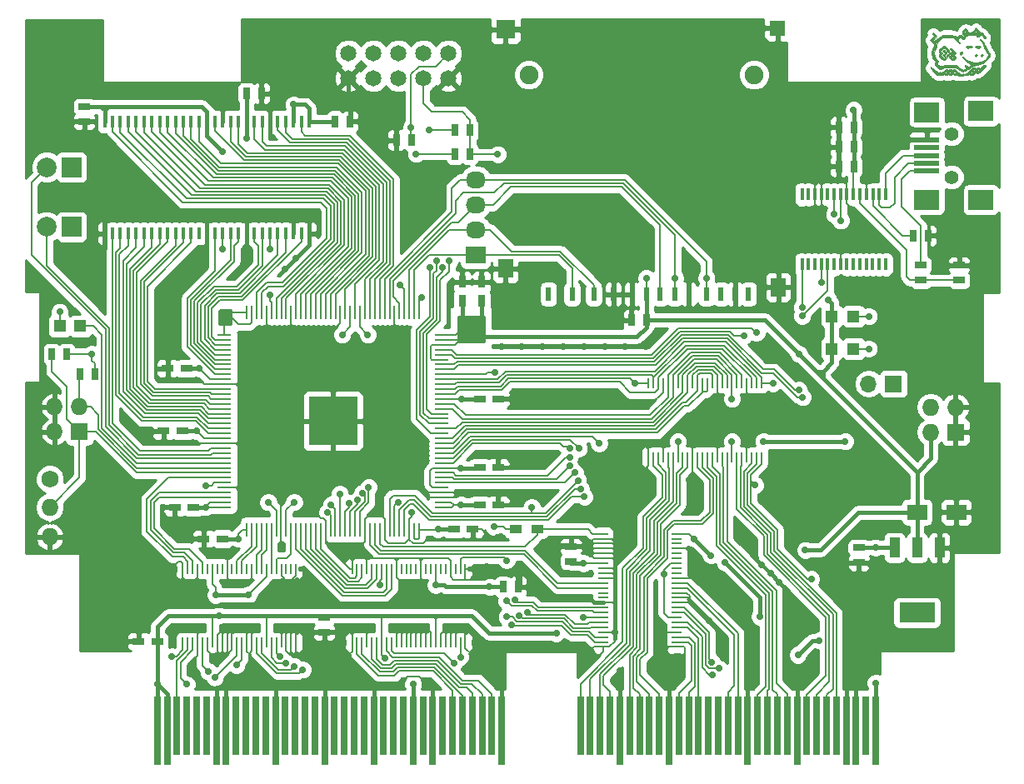
<source format=gtl>
G04 #@! TF.FileFunction,Copper,L1,Top,Signal*
%FSLAX46Y46*%
G04 Gerber Fmt 4.6, Leading zero omitted, Abs format (unit mm)*
G04 Created by KiCad (PCBNEW 4.0.3-stable) date 08/31/18 19:04:58*
%MOMM*%
%LPD*%
G01*
G04 APERTURE LIST*
%ADD10C,0.152400*%
%ADD11C,0.002540*%
%ADD12R,1.200000X0.900000*%
%ADD13R,1.200000X0.750000*%
%ADD14R,0.750000X1.200000*%
%ADD15R,0.355600X1.270000*%
%ADD16R,0.701040X7.000240*%
%ADD17R,0.701040X5.999480*%
%ADD18R,3.657600X2.032000*%
%ADD19R,1.016000X2.032000*%
%ADD20C,1.651000*%
%ADD21R,0.599440X1.399540*%
%ADD22R,1.501140X1.899920*%
%ADD23R,1.899920X1.899920*%
%ADD24R,1.600200X1.600200*%
%ADD25C,1.899920*%
%ADD26R,2.032000X1.727200*%
%ADD27O,2.032000X1.727200*%
%ADD28R,2.000000X2.000000*%
%ADD29C,2.000000*%
%ADD30R,1.727200X1.727200*%
%ADD31O,1.727200X1.727200*%
%ADD32R,2.000000X1.600000*%
%ADD33R,1.198880X1.198880*%
%ADD34R,1.473200X0.254000*%
%ADD35R,0.254000X1.473200*%
%ADD36R,5.000000X5.000000*%
%ADD37R,0.285000X1.000000*%
%ADD38R,1.000000X0.285000*%
%ADD39R,0.635000X1.143000*%
%ADD40R,1.143000X0.635000*%
%ADD41R,0.406400X1.270000*%
%ADD42R,2.499360X0.497840*%
%ADD43R,2.499360X1.998980*%
%ADD44C,1.407160*%
%ADD45R,1.200000X1.200000*%
%ADD46R,1.700000X1.700000*%
%ADD47O,1.700000X1.700000*%
%ADD48C,1.727200*%
%ADD49C,0.700000*%
%ADD50C,0.406400*%
%ADD51C,0.203100*%
%ADD52C,0.200000*%
%ADD53C,0.203200*%
%ADD54C,0.254000*%
G04 APERTURE END LIST*
D10*
D11*
G36*
X125065000Y-86152220D02*
X125006580Y-86241120D01*
X124861800Y-86408760D01*
X124658600Y-86617040D01*
X124424920Y-86832940D01*
X124351260Y-86881200D01*
X124351260Y-86611960D01*
X124338560Y-86586560D01*
X124236960Y-86543380D01*
X124209020Y-86556080D01*
X124168380Y-86657680D01*
X124178540Y-86685620D01*
X124282680Y-86726260D01*
X124308080Y-86716100D01*
X124351260Y-86611960D01*
X124351260Y-86881200D01*
X124272520Y-86934540D01*
X124176000Y-86934540D01*
X124150600Y-86916760D01*
X124049000Y-86873580D01*
X123927080Y-86937080D01*
X123927080Y-86611960D01*
X123916920Y-86586560D01*
X123812780Y-86543380D01*
X123787380Y-86556080D01*
X123744200Y-86657680D01*
X123756900Y-86685620D01*
X123858500Y-86726260D01*
X123886440Y-86716100D01*
X123927080Y-86611960D01*
X123927080Y-86937080D01*
X123911840Y-86947240D01*
X123840720Y-87013280D01*
X123683240Y-87137740D01*
X123680700Y-87137740D01*
X123680700Y-86878660D01*
X123668000Y-86848180D01*
X123591800Y-86766900D01*
X123576560Y-86761820D01*
X123541000Y-86827860D01*
X123541000Y-86848180D01*
X123604500Y-86929460D01*
X123629900Y-86932000D01*
X123680700Y-86878660D01*
X123680700Y-87137740D01*
X123571480Y-87147900D01*
X123492740Y-87097100D01*
X123368280Y-87031060D01*
X123294620Y-87086940D01*
X123185400Y-87132660D01*
X122956800Y-87160600D01*
X122657080Y-87173300D01*
X122331960Y-87173300D01*
X122034780Y-87158060D01*
X122017000Y-87152980D01*
X122017000Y-86848180D01*
X121948420Y-86771980D01*
X121890000Y-86761820D01*
X121775700Y-86807540D01*
X121763000Y-86848180D01*
X121829040Y-86921840D01*
X121890000Y-86932000D01*
X122001760Y-86886280D01*
X122017000Y-86848180D01*
X122017000Y-87152980D01*
X121808720Y-87125040D01*
X121707120Y-87081860D01*
X121615680Y-87066620D01*
X121539480Y-87109800D01*
X121509000Y-87122500D01*
X121509000Y-86848180D01*
X121442960Y-86764360D01*
X121422640Y-86761820D01*
X121341360Y-86827860D01*
X121338820Y-86848180D01*
X121402320Y-86929460D01*
X121422640Y-86932000D01*
X121506460Y-86865960D01*
X121509000Y-86848180D01*
X121509000Y-87122500D01*
X121404860Y-87168220D01*
X121321040Y-87117420D01*
X121199120Y-87064080D01*
X121107680Y-87117420D01*
X121084820Y-87125040D01*
X121084820Y-86848180D01*
X121018780Y-86764360D01*
X121001000Y-86761820D01*
X120917180Y-86827860D01*
X120914640Y-86848180D01*
X120980680Y-86929460D01*
X121001000Y-86932000D01*
X121082280Y-86865960D01*
X121084820Y-86848180D01*
X121084820Y-87125040D01*
X120978140Y-87168220D01*
X120896860Y-87117420D01*
X120772400Y-87066620D01*
X120688580Y-87112340D01*
X120548880Y-87160600D01*
X120457440Y-87107260D01*
X120330440Y-87056460D01*
X120282180Y-87097100D01*
X120216140Y-87168220D01*
X120127240Y-87158060D01*
X119985000Y-87053920D01*
X119764020Y-86840560D01*
X119738620Y-86812620D01*
X119522720Y-86563700D01*
X119426200Y-86390980D01*
X119441440Y-86314780D01*
X119558280Y-86350340D01*
X119769100Y-86510360D01*
X119858000Y-86594180D01*
X120089140Y-86797380D01*
X120236460Y-86871040D01*
X120277100Y-86850720D01*
X120363460Y-86797380D01*
X120454900Y-86850720D01*
X120559040Y-86888820D01*
X120686040Y-86807540D01*
X120774940Y-86708480D01*
X120927340Y-86558620D01*
X121036560Y-86533220D01*
X121102600Y-86571320D01*
X121234680Y-86629740D01*
X121321040Y-86576400D01*
X121440420Y-86525600D01*
X121531860Y-86576400D01*
X121663940Y-86627200D01*
X121747760Y-86573860D01*
X121836660Y-86543380D01*
X121973820Y-86614500D01*
X122182100Y-86799920D01*
X122390380Y-86987880D01*
X122527540Y-87061540D01*
X122626600Y-87036140D01*
X122631680Y-87031060D01*
X122763760Y-86980260D01*
X122847580Y-87036140D01*
X122933940Y-87064080D01*
X123066020Y-86995500D01*
X123271760Y-86815160D01*
X123353040Y-86736420D01*
X123619740Y-86490040D01*
X123802620Y-86368120D01*
X123924540Y-86357960D01*
X123998200Y-86444320D01*
X124054080Y-86507820D01*
X124097260Y-86444320D01*
X124196320Y-86355420D01*
X124320780Y-86350340D01*
X124386820Y-86431620D01*
X124386820Y-86439240D01*
X124437620Y-86451940D01*
X124567160Y-86363040D01*
X124623040Y-86312240D01*
X124823700Y-86152220D01*
X124981180Y-86086180D01*
X125059920Y-86124280D01*
X125065000Y-86152220D01*
X125065000Y-86152220D01*
X125065000Y-86152220D01*
G37*
X125065000Y-86152220D02*
X125006580Y-86241120D01*
X124861800Y-86408760D01*
X124658600Y-86617040D01*
X124424920Y-86832940D01*
X124351260Y-86881200D01*
X124351260Y-86611960D01*
X124338560Y-86586560D01*
X124236960Y-86543380D01*
X124209020Y-86556080D01*
X124168380Y-86657680D01*
X124178540Y-86685620D01*
X124282680Y-86726260D01*
X124308080Y-86716100D01*
X124351260Y-86611960D01*
X124351260Y-86881200D01*
X124272520Y-86934540D01*
X124176000Y-86934540D01*
X124150600Y-86916760D01*
X124049000Y-86873580D01*
X123927080Y-86937080D01*
X123927080Y-86611960D01*
X123916920Y-86586560D01*
X123812780Y-86543380D01*
X123787380Y-86556080D01*
X123744200Y-86657680D01*
X123756900Y-86685620D01*
X123858500Y-86726260D01*
X123886440Y-86716100D01*
X123927080Y-86611960D01*
X123927080Y-86937080D01*
X123911840Y-86947240D01*
X123840720Y-87013280D01*
X123683240Y-87137740D01*
X123680700Y-87137740D01*
X123680700Y-86878660D01*
X123668000Y-86848180D01*
X123591800Y-86766900D01*
X123576560Y-86761820D01*
X123541000Y-86827860D01*
X123541000Y-86848180D01*
X123604500Y-86929460D01*
X123629900Y-86932000D01*
X123680700Y-86878660D01*
X123680700Y-87137740D01*
X123571480Y-87147900D01*
X123492740Y-87097100D01*
X123368280Y-87031060D01*
X123294620Y-87086940D01*
X123185400Y-87132660D01*
X122956800Y-87160600D01*
X122657080Y-87173300D01*
X122331960Y-87173300D01*
X122034780Y-87158060D01*
X122017000Y-87152980D01*
X122017000Y-86848180D01*
X121948420Y-86771980D01*
X121890000Y-86761820D01*
X121775700Y-86807540D01*
X121763000Y-86848180D01*
X121829040Y-86921840D01*
X121890000Y-86932000D01*
X122001760Y-86886280D01*
X122017000Y-86848180D01*
X122017000Y-87152980D01*
X121808720Y-87125040D01*
X121707120Y-87081860D01*
X121615680Y-87066620D01*
X121539480Y-87109800D01*
X121509000Y-87122500D01*
X121509000Y-86848180D01*
X121442960Y-86764360D01*
X121422640Y-86761820D01*
X121341360Y-86827860D01*
X121338820Y-86848180D01*
X121402320Y-86929460D01*
X121422640Y-86932000D01*
X121506460Y-86865960D01*
X121509000Y-86848180D01*
X121509000Y-87122500D01*
X121404860Y-87168220D01*
X121321040Y-87117420D01*
X121199120Y-87064080D01*
X121107680Y-87117420D01*
X121084820Y-87125040D01*
X121084820Y-86848180D01*
X121018780Y-86764360D01*
X121001000Y-86761820D01*
X120917180Y-86827860D01*
X120914640Y-86848180D01*
X120980680Y-86929460D01*
X121001000Y-86932000D01*
X121082280Y-86865960D01*
X121084820Y-86848180D01*
X121084820Y-87125040D01*
X120978140Y-87168220D01*
X120896860Y-87117420D01*
X120772400Y-87066620D01*
X120688580Y-87112340D01*
X120548880Y-87160600D01*
X120457440Y-87107260D01*
X120330440Y-87056460D01*
X120282180Y-87097100D01*
X120216140Y-87168220D01*
X120127240Y-87158060D01*
X119985000Y-87053920D01*
X119764020Y-86840560D01*
X119738620Y-86812620D01*
X119522720Y-86563700D01*
X119426200Y-86390980D01*
X119441440Y-86314780D01*
X119558280Y-86350340D01*
X119769100Y-86510360D01*
X119858000Y-86594180D01*
X120089140Y-86797380D01*
X120236460Y-86871040D01*
X120277100Y-86850720D01*
X120363460Y-86797380D01*
X120454900Y-86850720D01*
X120559040Y-86888820D01*
X120686040Y-86807540D01*
X120774940Y-86708480D01*
X120927340Y-86558620D01*
X121036560Y-86533220D01*
X121102600Y-86571320D01*
X121234680Y-86629740D01*
X121321040Y-86576400D01*
X121440420Y-86525600D01*
X121531860Y-86576400D01*
X121663940Y-86627200D01*
X121747760Y-86573860D01*
X121836660Y-86543380D01*
X121973820Y-86614500D01*
X122182100Y-86799920D01*
X122390380Y-86987880D01*
X122527540Y-87061540D01*
X122626600Y-87036140D01*
X122631680Y-87031060D01*
X122763760Y-86980260D01*
X122847580Y-87036140D01*
X122933940Y-87064080D01*
X123066020Y-86995500D01*
X123271760Y-86815160D01*
X123353040Y-86736420D01*
X123619740Y-86490040D01*
X123802620Y-86368120D01*
X123924540Y-86357960D01*
X123998200Y-86444320D01*
X124054080Y-86507820D01*
X124097260Y-86444320D01*
X124196320Y-86355420D01*
X124320780Y-86350340D01*
X124386820Y-86431620D01*
X124386820Y-86439240D01*
X124437620Y-86451940D01*
X124567160Y-86363040D01*
X124623040Y-86312240D01*
X124823700Y-86152220D01*
X124981180Y-86086180D01*
X125059920Y-86124280D01*
X125065000Y-86152220D01*
X125065000Y-86152220D01*
G36*
X125486640Y-85143840D02*
X125425680Y-85281000D01*
X125270740Y-85476580D01*
X125062460Y-85687400D01*
X124846560Y-85867740D01*
X124706860Y-85954100D01*
X124432540Y-86045540D01*
X124137900Y-86083640D01*
X124132820Y-86086180D01*
X123795000Y-86154760D01*
X123589260Y-86297000D01*
X123421620Y-86436700D01*
X123304780Y-86505280D01*
X123292080Y-86507820D01*
X123185400Y-86566240D01*
X123116820Y-86634820D01*
X122923780Y-86746580D01*
X122667240Y-86754200D01*
X122408160Y-86660220D01*
X122271000Y-86551000D01*
X122149080Y-86441780D01*
X122014460Y-86378280D01*
X121813800Y-86347800D01*
X121503920Y-86340180D01*
X121417560Y-86340180D01*
X121039100Y-86350340D01*
X120800340Y-86388440D01*
X120670800Y-86454480D01*
X120660640Y-86467180D01*
X120531100Y-86571320D01*
X120386320Y-86561160D01*
X120198360Y-86424000D01*
X120071360Y-86299540D01*
X119901180Y-86103960D01*
X119850380Y-85976960D01*
X119885940Y-85890600D01*
X119924040Y-85781380D01*
X119842760Y-85646760D01*
X119771640Y-85575640D01*
X119644640Y-85428320D01*
X119581140Y-85250520D01*
X119560820Y-84981280D01*
X119560820Y-84894920D01*
X119586220Y-84536780D01*
X119662420Y-84333580D01*
X119687820Y-84308180D01*
X119799580Y-84155780D01*
X119769100Y-83990680D01*
X119601460Y-83797640D01*
X119388100Y-83599520D01*
X119604000Y-83373460D01*
X119738620Y-83215980D01*
X119761480Y-83119460D01*
X119690360Y-83040720D01*
X119606540Y-82918800D01*
X119611620Y-82852760D01*
X119700520Y-82847680D01*
X119845300Y-82941660D01*
X119865620Y-82961980D01*
X120071360Y-83152480D01*
X119850380Y-83381080D01*
X119708140Y-83561420D01*
X119690360Y-83655400D01*
X119776720Y-83665560D01*
X119946900Y-83591900D01*
X120178040Y-83431880D01*
X120236460Y-83383620D01*
X120470140Y-83198200D01*
X120653020Y-83094060D01*
X120853680Y-83048340D01*
X121140700Y-83038180D01*
X121219440Y-83038180D01*
X121590280Y-83053420D01*
X121831580Y-83106760D01*
X121945880Y-83177880D01*
X122075420Y-83271860D01*
X122179560Y-83241380D01*
X122255760Y-83177880D01*
X122425940Y-83055960D01*
X122552940Y-83073740D01*
X122654540Y-83185500D01*
X122766300Y-83274400D01*
X122834880Y-83261700D01*
X122832340Y-83167720D01*
X122748520Y-83078820D01*
X122641840Y-82913720D01*
X122682480Y-82705440D01*
X122850120Y-82497160D01*
X122959340Y-82418420D01*
X123048240Y-82438740D01*
X123172700Y-82575900D01*
X123200640Y-82611460D01*
X123368280Y-82801960D01*
X123507980Y-82850220D01*
X123662920Y-82753700D01*
X123805160Y-82601300D01*
X124031220Y-82334600D01*
X124239500Y-82558120D01*
X124399520Y-82707980D01*
X124516360Y-82781640D01*
X124529060Y-82784180D01*
X124656060Y-82842600D01*
X124808460Y-82987380D01*
X124945620Y-83165180D01*
X125019280Y-83320120D01*
X125016740Y-83383620D01*
X124938000Y-83414100D01*
X124808460Y-83309960D01*
X124750040Y-83241380D01*
X124612880Y-83086440D01*
X124529060Y-83053420D01*
X124450320Y-83127080D01*
X124437620Y-83142320D01*
X124285220Y-83274400D01*
X124155680Y-83254080D01*
X124132820Y-83215980D01*
X124132820Y-82741000D01*
X124087100Y-82626700D01*
X124049000Y-82614000D01*
X123972800Y-82682580D01*
X123962640Y-82741000D01*
X124008360Y-82852760D01*
X124049000Y-82868000D01*
X124122660Y-82799420D01*
X124132820Y-82741000D01*
X124132820Y-83215980D01*
X124102340Y-83167720D01*
X124015980Y-83088980D01*
X123812780Y-83058500D01*
X123607040Y-83061040D01*
X123312400Y-83088980D01*
X123116820Y-83162640D01*
X123033000Y-83233760D01*
X123033000Y-82741000D01*
X122987280Y-82626700D01*
X122946640Y-82614000D01*
X122872980Y-82682580D01*
X122862820Y-82741000D01*
X122908540Y-82852760D01*
X122946640Y-82868000D01*
X123022840Y-82799420D01*
X123033000Y-82741000D01*
X123033000Y-83233760D01*
X122951720Y-83307420D01*
X122951720Y-83309960D01*
X122806940Y-83454740D01*
X122710420Y-83485220D01*
X122603740Y-83414100D01*
X122588500Y-83401400D01*
X122461500Y-83307420D01*
X122362440Y-83335360D01*
X122293860Y-83398860D01*
X122202420Y-83513160D01*
X122227820Y-83614760D01*
X122309100Y-83711280D01*
X122408160Y-83853520D01*
X122415780Y-83934800D01*
X122339580Y-83904320D01*
X122189720Y-83774780D01*
X122055100Y-83637620D01*
X121879840Y-83452200D01*
X121735060Y-83348060D01*
X121564880Y-83302340D01*
X121305800Y-83292180D01*
X121176260Y-83292180D01*
X120863840Y-83297260D01*
X120663180Y-83330280D01*
X120513320Y-83409020D01*
X120358380Y-83551260D01*
X120338060Y-83569040D01*
X120152640Y-83815420D01*
X120068820Y-84044020D01*
X120068820Y-84066880D01*
X120020560Y-84275160D01*
X119941820Y-84392000D01*
X119850380Y-84559640D01*
X119814820Y-84849200D01*
X119814820Y-84884760D01*
X119842760Y-85181940D01*
X119949440Y-85400380D01*
X120038340Y-85504520D01*
X120178040Y-85672160D01*
X120203440Y-85783920D01*
X120152640Y-85872820D01*
X120091680Y-85992200D01*
X120165340Y-86096340D01*
X120203440Y-86126820D01*
X120416800Y-86233500D01*
X120609840Y-86236040D01*
X120703820Y-86170000D01*
X120807960Y-86129360D01*
X121036560Y-86098880D01*
X121343900Y-86086180D01*
X121412480Y-86086180D01*
X121750300Y-86088720D01*
X121968740Y-86111580D01*
X122116060Y-86167460D01*
X122243060Y-86269060D01*
X122311640Y-86340180D01*
X122550400Y-86535760D01*
X122758680Y-86584020D01*
X122941560Y-86512900D01*
X123020300Y-86429080D01*
X122961880Y-86314780D01*
X122951720Y-86302080D01*
X122878060Y-86159840D01*
X122928860Y-86103960D01*
X123060940Y-86164920D01*
X123093960Y-86192860D01*
X123266680Y-86276680D01*
X123411460Y-86248740D01*
X123482580Y-86131900D01*
X123452100Y-85992200D01*
X123355580Y-85877900D01*
X123294620Y-85867740D01*
X123205720Y-85834720D01*
X123040620Y-85707720D01*
X122900920Y-85573100D01*
X122738360Y-85392760D01*
X122657080Y-85270840D01*
X122662160Y-85237820D01*
X122779000Y-85296240D01*
X122913620Y-85418160D01*
X123109200Y-85580720D01*
X123345420Y-85715340D01*
X123574020Y-85778840D01*
X123863580Y-85816940D01*
X124163300Y-85829640D01*
X124419840Y-85811860D01*
X124577320Y-85766140D01*
X124597640Y-85745820D01*
X124719560Y-85669620D01*
X124775440Y-85662000D01*
X124912600Y-85598500D01*
X125085320Y-85448640D01*
X125235180Y-85270840D01*
X125313920Y-85115900D01*
X125313920Y-85100660D01*
X125258040Y-84971120D01*
X125194540Y-84902540D01*
X125098020Y-84770460D01*
X124978640Y-84534240D01*
X124892280Y-84320880D01*
X124762740Y-84023700D01*
X124623040Y-83767160D01*
X124534140Y-83650320D01*
X124437620Y-83520780D01*
X124442700Y-83459820D01*
X124450320Y-83459820D01*
X124559540Y-83523320D01*
X124704320Y-83668100D01*
X124833860Y-83835740D01*
X124894820Y-83967820D01*
X124894820Y-83975440D01*
X124935460Y-84077040D01*
X125039600Y-84282780D01*
X125186920Y-84544400D01*
X125192000Y-84549480D01*
X125339320Y-84816180D01*
X125446000Y-85029540D01*
X125486640Y-85143840D01*
X125486640Y-85143840D01*
X125486640Y-85143840D01*
G37*
X125486640Y-85143840D02*
X125425680Y-85281000D01*
X125270740Y-85476580D01*
X125062460Y-85687400D01*
X124846560Y-85867740D01*
X124706860Y-85954100D01*
X124432540Y-86045540D01*
X124137900Y-86083640D01*
X124132820Y-86086180D01*
X123795000Y-86154760D01*
X123589260Y-86297000D01*
X123421620Y-86436700D01*
X123304780Y-86505280D01*
X123292080Y-86507820D01*
X123185400Y-86566240D01*
X123116820Y-86634820D01*
X122923780Y-86746580D01*
X122667240Y-86754200D01*
X122408160Y-86660220D01*
X122271000Y-86551000D01*
X122149080Y-86441780D01*
X122014460Y-86378280D01*
X121813800Y-86347800D01*
X121503920Y-86340180D01*
X121417560Y-86340180D01*
X121039100Y-86350340D01*
X120800340Y-86388440D01*
X120670800Y-86454480D01*
X120660640Y-86467180D01*
X120531100Y-86571320D01*
X120386320Y-86561160D01*
X120198360Y-86424000D01*
X120071360Y-86299540D01*
X119901180Y-86103960D01*
X119850380Y-85976960D01*
X119885940Y-85890600D01*
X119924040Y-85781380D01*
X119842760Y-85646760D01*
X119771640Y-85575640D01*
X119644640Y-85428320D01*
X119581140Y-85250520D01*
X119560820Y-84981280D01*
X119560820Y-84894920D01*
X119586220Y-84536780D01*
X119662420Y-84333580D01*
X119687820Y-84308180D01*
X119799580Y-84155780D01*
X119769100Y-83990680D01*
X119601460Y-83797640D01*
X119388100Y-83599520D01*
X119604000Y-83373460D01*
X119738620Y-83215980D01*
X119761480Y-83119460D01*
X119690360Y-83040720D01*
X119606540Y-82918800D01*
X119611620Y-82852760D01*
X119700520Y-82847680D01*
X119845300Y-82941660D01*
X119865620Y-82961980D01*
X120071360Y-83152480D01*
X119850380Y-83381080D01*
X119708140Y-83561420D01*
X119690360Y-83655400D01*
X119776720Y-83665560D01*
X119946900Y-83591900D01*
X120178040Y-83431880D01*
X120236460Y-83383620D01*
X120470140Y-83198200D01*
X120653020Y-83094060D01*
X120853680Y-83048340D01*
X121140700Y-83038180D01*
X121219440Y-83038180D01*
X121590280Y-83053420D01*
X121831580Y-83106760D01*
X121945880Y-83177880D01*
X122075420Y-83271860D01*
X122179560Y-83241380D01*
X122255760Y-83177880D01*
X122425940Y-83055960D01*
X122552940Y-83073740D01*
X122654540Y-83185500D01*
X122766300Y-83274400D01*
X122834880Y-83261700D01*
X122832340Y-83167720D01*
X122748520Y-83078820D01*
X122641840Y-82913720D01*
X122682480Y-82705440D01*
X122850120Y-82497160D01*
X122959340Y-82418420D01*
X123048240Y-82438740D01*
X123172700Y-82575900D01*
X123200640Y-82611460D01*
X123368280Y-82801960D01*
X123507980Y-82850220D01*
X123662920Y-82753700D01*
X123805160Y-82601300D01*
X124031220Y-82334600D01*
X124239500Y-82558120D01*
X124399520Y-82707980D01*
X124516360Y-82781640D01*
X124529060Y-82784180D01*
X124656060Y-82842600D01*
X124808460Y-82987380D01*
X124945620Y-83165180D01*
X125019280Y-83320120D01*
X125016740Y-83383620D01*
X124938000Y-83414100D01*
X124808460Y-83309960D01*
X124750040Y-83241380D01*
X124612880Y-83086440D01*
X124529060Y-83053420D01*
X124450320Y-83127080D01*
X124437620Y-83142320D01*
X124285220Y-83274400D01*
X124155680Y-83254080D01*
X124132820Y-83215980D01*
X124132820Y-82741000D01*
X124087100Y-82626700D01*
X124049000Y-82614000D01*
X123972800Y-82682580D01*
X123962640Y-82741000D01*
X124008360Y-82852760D01*
X124049000Y-82868000D01*
X124122660Y-82799420D01*
X124132820Y-82741000D01*
X124132820Y-83215980D01*
X124102340Y-83167720D01*
X124015980Y-83088980D01*
X123812780Y-83058500D01*
X123607040Y-83061040D01*
X123312400Y-83088980D01*
X123116820Y-83162640D01*
X123033000Y-83233760D01*
X123033000Y-82741000D01*
X122987280Y-82626700D01*
X122946640Y-82614000D01*
X122872980Y-82682580D01*
X122862820Y-82741000D01*
X122908540Y-82852760D01*
X122946640Y-82868000D01*
X123022840Y-82799420D01*
X123033000Y-82741000D01*
X123033000Y-83233760D01*
X122951720Y-83307420D01*
X122951720Y-83309960D01*
X122806940Y-83454740D01*
X122710420Y-83485220D01*
X122603740Y-83414100D01*
X122588500Y-83401400D01*
X122461500Y-83307420D01*
X122362440Y-83335360D01*
X122293860Y-83398860D01*
X122202420Y-83513160D01*
X122227820Y-83614760D01*
X122309100Y-83711280D01*
X122408160Y-83853520D01*
X122415780Y-83934800D01*
X122339580Y-83904320D01*
X122189720Y-83774780D01*
X122055100Y-83637620D01*
X121879840Y-83452200D01*
X121735060Y-83348060D01*
X121564880Y-83302340D01*
X121305800Y-83292180D01*
X121176260Y-83292180D01*
X120863840Y-83297260D01*
X120663180Y-83330280D01*
X120513320Y-83409020D01*
X120358380Y-83551260D01*
X120338060Y-83569040D01*
X120152640Y-83815420D01*
X120068820Y-84044020D01*
X120068820Y-84066880D01*
X120020560Y-84275160D01*
X119941820Y-84392000D01*
X119850380Y-84559640D01*
X119814820Y-84849200D01*
X119814820Y-84884760D01*
X119842760Y-85181940D01*
X119949440Y-85400380D01*
X120038340Y-85504520D01*
X120178040Y-85672160D01*
X120203440Y-85783920D01*
X120152640Y-85872820D01*
X120091680Y-85992200D01*
X120165340Y-86096340D01*
X120203440Y-86126820D01*
X120416800Y-86233500D01*
X120609840Y-86236040D01*
X120703820Y-86170000D01*
X120807960Y-86129360D01*
X121036560Y-86098880D01*
X121343900Y-86086180D01*
X121412480Y-86086180D01*
X121750300Y-86088720D01*
X121968740Y-86111580D01*
X122116060Y-86167460D01*
X122243060Y-86269060D01*
X122311640Y-86340180D01*
X122550400Y-86535760D01*
X122758680Y-86584020D01*
X122941560Y-86512900D01*
X123020300Y-86429080D01*
X122961880Y-86314780D01*
X122951720Y-86302080D01*
X122878060Y-86159840D01*
X122928860Y-86103960D01*
X123060940Y-86164920D01*
X123093960Y-86192860D01*
X123266680Y-86276680D01*
X123411460Y-86248740D01*
X123482580Y-86131900D01*
X123452100Y-85992200D01*
X123355580Y-85877900D01*
X123294620Y-85867740D01*
X123205720Y-85834720D01*
X123040620Y-85707720D01*
X122900920Y-85573100D01*
X122738360Y-85392760D01*
X122657080Y-85270840D01*
X122662160Y-85237820D01*
X122779000Y-85296240D01*
X122913620Y-85418160D01*
X123109200Y-85580720D01*
X123345420Y-85715340D01*
X123574020Y-85778840D01*
X123863580Y-85816940D01*
X124163300Y-85829640D01*
X124419840Y-85811860D01*
X124577320Y-85766140D01*
X124597640Y-85745820D01*
X124719560Y-85669620D01*
X124775440Y-85662000D01*
X124912600Y-85598500D01*
X125085320Y-85448640D01*
X125235180Y-85270840D01*
X125313920Y-85115900D01*
X125313920Y-85100660D01*
X125258040Y-84971120D01*
X125194540Y-84902540D01*
X125098020Y-84770460D01*
X124978640Y-84534240D01*
X124892280Y-84320880D01*
X124762740Y-84023700D01*
X124623040Y-83767160D01*
X124534140Y-83650320D01*
X124437620Y-83520780D01*
X124442700Y-83459820D01*
X124450320Y-83459820D01*
X124559540Y-83523320D01*
X124704320Y-83668100D01*
X124833860Y-83835740D01*
X124894820Y-83967820D01*
X124894820Y-83975440D01*
X124935460Y-84077040D01*
X125039600Y-84282780D01*
X125186920Y-84544400D01*
X125192000Y-84549480D01*
X125339320Y-84816180D01*
X125446000Y-85029540D01*
X125486640Y-85143840D01*
X125486640Y-85143840D01*
G36*
X121991600Y-85298780D02*
X121978900Y-85377520D01*
X121867140Y-85491820D01*
X121763000Y-85575640D01*
X121763000Y-85324180D01*
X121696960Y-85240360D01*
X121676640Y-85237820D01*
X121595360Y-85303860D01*
X121592820Y-85324180D01*
X121656320Y-85405460D01*
X121676640Y-85408000D01*
X121760460Y-85341960D01*
X121763000Y-85324180D01*
X121763000Y-85575640D01*
X121704580Y-85626440D01*
X121590280Y-85636600D01*
X121463280Y-85517220D01*
X121402320Y-85443560D01*
X121229600Y-85222580D01*
X121041640Y-85443560D01*
X120886700Y-85601040D01*
X120762240Y-85639140D01*
X120614920Y-85555320D01*
X120454900Y-85408000D01*
X120302500Y-85240360D01*
X120264400Y-85128600D01*
X120317740Y-85032080D01*
X120386320Y-84897460D01*
X120320280Y-84770460D01*
X120269480Y-84663780D01*
X120317740Y-84544400D01*
X120452360Y-84389460D01*
X120620000Y-84231980D01*
X120741920Y-84143080D01*
X120764780Y-84138000D01*
X120868920Y-84196420D01*
X121028940Y-84338660D01*
X121191500Y-84511380D01*
X121310880Y-84666320D01*
X121338820Y-84732360D01*
X121270240Y-84806020D01*
X121211820Y-84816180D01*
X121097520Y-84765380D01*
X121084820Y-84724740D01*
X121028940Y-84597740D01*
X120909560Y-84460580D01*
X120792720Y-84392000D01*
X120787640Y-84392000D01*
X120675880Y-84452960D01*
X120553960Y-84585040D01*
X120493000Y-84712040D01*
X120493000Y-84717120D01*
X120556500Y-84823800D01*
X120597140Y-84849200D01*
X120660640Y-84905080D01*
X120597140Y-84948260D01*
X120500620Y-85047320D01*
X120493000Y-85082880D01*
X120548880Y-85204800D01*
X120668260Y-85339420D01*
X120782560Y-85408000D01*
X120787640Y-85408000D01*
X120901940Y-85344500D01*
X121023860Y-85209880D01*
X121084820Y-85080340D01*
X121084820Y-85075260D01*
X121153400Y-84993980D01*
X121211820Y-84983820D01*
X121323580Y-85052400D01*
X121338820Y-85110820D01*
X121384540Y-85225120D01*
X121422640Y-85237820D01*
X121498840Y-85169240D01*
X121509000Y-85110820D01*
X121463280Y-84999060D01*
X121422640Y-84983820D01*
X121341360Y-84920320D01*
X121338820Y-84900000D01*
X121397240Y-84823800D01*
X121516620Y-84828880D01*
X121610600Y-84907620D01*
X121615680Y-84920320D01*
X121686800Y-84983820D01*
X121717280Y-84968580D01*
X121704580Y-84879680D01*
X121590280Y-84734900D01*
X121552180Y-84696800D01*
X121417560Y-84536780D01*
X121374380Y-84409780D01*
X121379460Y-84394540D01*
X121468360Y-84392000D01*
X121636000Y-84511380D01*
X121742680Y-84610440D01*
X121917940Y-84793320D01*
X121983980Y-84897460D01*
X121953500Y-84963500D01*
X121892540Y-85004140D01*
X121780780Y-85080340D01*
X121811260Y-85146380D01*
X121890000Y-85207340D01*
X121991600Y-85298780D01*
X121991600Y-85298780D01*
X121991600Y-85298780D01*
G37*
X121991600Y-85298780D02*
X121978900Y-85377520D01*
X121867140Y-85491820D01*
X121763000Y-85575640D01*
X121763000Y-85324180D01*
X121696960Y-85240360D01*
X121676640Y-85237820D01*
X121595360Y-85303860D01*
X121592820Y-85324180D01*
X121656320Y-85405460D01*
X121676640Y-85408000D01*
X121760460Y-85341960D01*
X121763000Y-85324180D01*
X121763000Y-85575640D01*
X121704580Y-85626440D01*
X121590280Y-85636600D01*
X121463280Y-85517220D01*
X121402320Y-85443560D01*
X121229600Y-85222580D01*
X121041640Y-85443560D01*
X120886700Y-85601040D01*
X120762240Y-85639140D01*
X120614920Y-85555320D01*
X120454900Y-85408000D01*
X120302500Y-85240360D01*
X120264400Y-85128600D01*
X120317740Y-85032080D01*
X120386320Y-84897460D01*
X120320280Y-84770460D01*
X120269480Y-84663780D01*
X120317740Y-84544400D01*
X120452360Y-84389460D01*
X120620000Y-84231980D01*
X120741920Y-84143080D01*
X120764780Y-84138000D01*
X120868920Y-84196420D01*
X121028940Y-84338660D01*
X121191500Y-84511380D01*
X121310880Y-84666320D01*
X121338820Y-84732360D01*
X121270240Y-84806020D01*
X121211820Y-84816180D01*
X121097520Y-84765380D01*
X121084820Y-84724740D01*
X121028940Y-84597740D01*
X120909560Y-84460580D01*
X120792720Y-84392000D01*
X120787640Y-84392000D01*
X120675880Y-84452960D01*
X120553960Y-84585040D01*
X120493000Y-84712040D01*
X120493000Y-84717120D01*
X120556500Y-84823800D01*
X120597140Y-84849200D01*
X120660640Y-84905080D01*
X120597140Y-84948260D01*
X120500620Y-85047320D01*
X120493000Y-85082880D01*
X120548880Y-85204800D01*
X120668260Y-85339420D01*
X120782560Y-85408000D01*
X120787640Y-85408000D01*
X120901940Y-85344500D01*
X121023860Y-85209880D01*
X121084820Y-85080340D01*
X121084820Y-85075260D01*
X121153400Y-84993980D01*
X121211820Y-84983820D01*
X121323580Y-85052400D01*
X121338820Y-85110820D01*
X121384540Y-85225120D01*
X121422640Y-85237820D01*
X121498840Y-85169240D01*
X121509000Y-85110820D01*
X121463280Y-84999060D01*
X121422640Y-84983820D01*
X121341360Y-84920320D01*
X121338820Y-84900000D01*
X121397240Y-84823800D01*
X121516620Y-84828880D01*
X121610600Y-84907620D01*
X121615680Y-84920320D01*
X121686800Y-84983820D01*
X121717280Y-84968580D01*
X121704580Y-84879680D01*
X121590280Y-84734900D01*
X121552180Y-84696800D01*
X121417560Y-84536780D01*
X121374380Y-84409780D01*
X121379460Y-84394540D01*
X121468360Y-84392000D01*
X121636000Y-84511380D01*
X121742680Y-84610440D01*
X121917940Y-84793320D01*
X121983980Y-84897460D01*
X121953500Y-84963500D01*
X121892540Y-85004140D01*
X121780780Y-85080340D01*
X121811260Y-85146380D01*
X121890000Y-85207340D01*
X121991600Y-85298780D01*
X121991600Y-85298780D01*
G36*
X121082280Y-84905080D02*
X121021320Y-84948260D01*
X120922260Y-85067640D01*
X120914640Y-85118440D01*
X120846060Y-85225120D01*
X120787640Y-85237820D01*
X120675880Y-85169240D01*
X120660640Y-85110820D01*
X120729220Y-84999060D01*
X120787640Y-84983820D01*
X120901940Y-84938100D01*
X120914640Y-84900000D01*
X120846060Y-84823800D01*
X120787640Y-84816180D01*
X120675880Y-84747600D01*
X120660640Y-84689180D01*
X120729220Y-84574880D01*
X120787640Y-84562180D01*
X120899400Y-84625680D01*
X120914640Y-84681560D01*
X120980680Y-84821260D01*
X121021320Y-84849200D01*
X121082280Y-84905080D01*
X121082280Y-84905080D01*
X121082280Y-84905080D01*
G37*
X121082280Y-84905080D02*
X121021320Y-84948260D01*
X120922260Y-85067640D01*
X120914640Y-85118440D01*
X120846060Y-85225120D01*
X120787640Y-85237820D01*
X120675880Y-85169240D01*
X120660640Y-85110820D01*
X120729220Y-84999060D01*
X120787640Y-84983820D01*
X120901940Y-84938100D01*
X120914640Y-84900000D01*
X120846060Y-84823800D01*
X120787640Y-84816180D01*
X120675880Y-84747600D01*
X120660640Y-84689180D01*
X120729220Y-84574880D01*
X120787640Y-84562180D01*
X120899400Y-84625680D01*
X120914640Y-84681560D01*
X120980680Y-84821260D01*
X121021320Y-84849200D01*
X121082280Y-84905080D01*
X121082280Y-84905080D01*
G36*
X124178540Y-85126060D02*
X124115040Y-85220040D01*
X124049000Y-85237820D01*
X123937240Y-85176860D01*
X123924540Y-85159080D01*
X123929620Y-85060020D01*
X124031220Y-85006680D01*
X124132820Y-85027000D01*
X124178540Y-85126060D01*
X124178540Y-85126060D01*
X124178540Y-85126060D01*
G37*
X124178540Y-85126060D02*
X124115040Y-85220040D01*
X124049000Y-85237820D01*
X123937240Y-85176860D01*
X123924540Y-85159080D01*
X123929620Y-85060020D01*
X124031220Y-85006680D01*
X124132820Y-85027000D01*
X124178540Y-85126060D01*
X124178540Y-85126060D01*
G36*
X124770360Y-85126060D02*
X124706860Y-85220040D01*
X124640820Y-85237820D01*
X124529060Y-85176860D01*
X124516360Y-85159080D01*
X124521440Y-85060020D01*
X124623040Y-85006680D01*
X124727180Y-85027000D01*
X124770360Y-85126060D01*
X124770360Y-85126060D01*
X124770360Y-85126060D01*
G37*
X124770360Y-85126060D02*
X124706860Y-85220040D01*
X124640820Y-85237820D01*
X124529060Y-85176860D01*
X124516360Y-85159080D01*
X124521440Y-85060020D01*
X124623040Y-85006680D01*
X124727180Y-85027000D01*
X124770360Y-85126060D01*
X124770360Y-85126060D01*
G36*
X122664700Y-84922860D02*
X122603740Y-85042240D01*
X122525000Y-85070180D01*
X122415780Y-85006680D01*
X122392920Y-84976200D01*
X122382760Y-84846660D01*
X122471660Y-84760300D01*
X122593580Y-84770460D01*
X122618980Y-84790780D01*
X122664700Y-84922860D01*
X122664700Y-84922860D01*
X122664700Y-84922860D01*
G37*
X122664700Y-84922860D02*
X122603740Y-85042240D01*
X122525000Y-85070180D01*
X122415780Y-85006680D01*
X122392920Y-84976200D01*
X122382760Y-84846660D01*
X122471660Y-84760300D01*
X122593580Y-84770460D01*
X122618980Y-84790780D01*
X122664700Y-84922860D01*
X122664700Y-84922860D01*
G36*
X123690860Y-84219280D02*
X123688320Y-84244680D01*
X123589260Y-84323420D01*
X123398760Y-84371680D01*
X123205720Y-84379300D01*
X123091420Y-84338660D01*
X123033000Y-84224360D01*
X123134600Y-84158320D01*
X123378440Y-84138000D01*
X123612120Y-84158320D01*
X123690860Y-84219280D01*
X123690860Y-84219280D01*
X123690860Y-84219280D01*
G37*
X123690860Y-84219280D02*
X123688320Y-84244680D01*
X123589260Y-84323420D01*
X123398760Y-84371680D01*
X123205720Y-84379300D01*
X123091420Y-84338660D01*
X123033000Y-84224360D01*
X123134600Y-84158320D01*
X123378440Y-84138000D01*
X123612120Y-84158320D01*
X123690860Y-84219280D01*
X123690860Y-84219280D01*
G36*
X124536680Y-84234520D02*
X124534140Y-84244680D01*
X124432540Y-84331040D01*
X124249660Y-84379300D01*
X124076940Y-84369140D01*
X124023600Y-84338660D01*
X123965180Y-84221820D01*
X124066780Y-84155780D01*
X124267440Y-84138000D01*
X124480800Y-84160860D01*
X124536680Y-84234520D01*
X124536680Y-84234520D01*
X124536680Y-84234520D01*
G37*
X124536680Y-84234520D02*
X124534140Y-84244680D01*
X124432540Y-84331040D01*
X124249660Y-84379300D01*
X124076940Y-84369140D01*
X124023600Y-84338660D01*
X123965180Y-84221820D01*
X124066780Y-84155780D01*
X124267440Y-84138000D01*
X124480800Y-84160860D01*
X124536680Y-84234520D01*
X124536680Y-84234520D01*
D12*
X77250000Y-133275000D03*
X79450000Y-133275000D03*
D13*
X73600000Y-120050000D03*
X75500000Y-120050000D03*
X40850000Y-144700000D03*
X38950000Y-144700000D03*
X43400000Y-123300000D03*
X41500000Y-123300000D03*
X73600000Y-130825000D03*
X75500000Y-130825000D03*
X44550000Y-131050000D03*
X42650000Y-131050000D03*
D14*
X71850000Y-110050000D03*
X71850000Y-108150000D03*
D13*
X73600000Y-127025000D03*
X75500000Y-127025000D03*
X71000000Y-133300000D03*
X72900000Y-133300000D03*
D14*
X73800000Y-110050000D03*
X73800000Y-108150000D03*
D13*
X47450000Y-134250000D03*
X45550000Y-134250000D03*
D15*
X56301300Y-91870560D03*
X56301300Y-103229440D03*
X55501200Y-91870560D03*
X55501200Y-103229440D03*
X54701100Y-91870560D03*
X54701100Y-103229440D03*
X53901000Y-91870560D03*
X53901000Y-103229440D03*
X53100900Y-91870560D03*
X53100900Y-103229440D03*
X52300800Y-91870560D03*
X52300800Y-103229440D03*
X51500700Y-91870560D03*
X51500700Y-103229440D03*
X50700600Y-91870560D03*
X50700600Y-103229440D03*
X49900500Y-91870560D03*
X49900500Y-103229440D03*
X49100400Y-91870560D03*
X49100400Y-103229440D03*
X48300300Y-91870560D03*
X48300300Y-103229440D03*
X47500200Y-91870560D03*
X47500200Y-103229440D03*
X46700100Y-91870560D03*
X46700100Y-103229440D03*
X45900000Y-91870560D03*
X45900000Y-103229440D03*
X45099900Y-91870560D03*
X45099900Y-103229440D03*
X44299800Y-91870560D03*
X44299800Y-103229440D03*
X43499700Y-91870560D03*
X43499700Y-103229440D03*
X42699600Y-91870560D03*
X42699600Y-103229440D03*
X41899500Y-91870560D03*
X41899500Y-103229440D03*
X41099400Y-91870560D03*
X41099400Y-103229440D03*
X40299300Y-91870560D03*
X40299300Y-103229440D03*
X39499200Y-91870560D03*
X39499200Y-103229440D03*
X38699100Y-91870560D03*
X38699100Y-103229440D03*
X37899000Y-91870560D03*
X37899000Y-103229440D03*
X37098900Y-91870560D03*
X37098900Y-103229440D03*
X36298800Y-91870560D03*
X36298800Y-103229440D03*
X35498700Y-91870560D03*
X35498700Y-103229440D03*
D16*
X40855900Y-153779220D03*
X41854120Y-153779220D03*
D17*
X42855140Y-153280100D03*
X43855640Y-153279220D03*
X44856400Y-153279220D03*
X45854620Y-153279220D03*
D16*
X46855140Y-153780100D03*
X47856140Y-153779220D03*
D17*
X48854360Y-153279220D03*
X49855120Y-153279220D03*
X50855880Y-153279220D03*
X51854100Y-153279220D03*
D16*
X52854860Y-153779220D03*
D17*
X53855620Y-153279220D03*
X54856380Y-153279220D03*
X55854600Y-153279220D03*
X56855360Y-153279220D03*
D16*
X57856120Y-153779220D03*
D17*
X58854340Y-153279220D03*
X59855100Y-153279220D03*
X60855860Y-153279220D03*
X61854080Y-153279220D03*
D16*
X62854840Y-153779220D03*
D17*
X63855600Y-153279220D03*
X64856360Y-153279220D03*
X65854580Y-153279220D03*
D16*
X66855340Y-153779220D03*
D17*
X67856100Y-153279220D03*
D16*
X68854320Y-153779220D03*
D17*
X69855080Y-153279220D03*
X70855840Y-153279220D03*
X71854060Y-153279220D03*
X72854820Y-153279220D03*
X73855580Y-153279220D03*
X74856340Y-153279220D03*
D16*
X75854560Y-153779220D03*
D17*
X83855560Y-153279220D03*
X84856320Y-153279220D03*
X85854540Y-153279220D03*
X86855300Y-153279220D03*
D16*
X87856060Y-153779220D03*
D17*
X88854280Y-153279220D03*
X89855040Y-153279220D03*
X90855800Y-153279220D03*
X91854020Y-153279220D03*
D16*
X92854780Y-153779220D03*
D17*
X93855540Y-153279220D03*
X94856300Y-153279220D03*
X95854520Y-153279220D03*
X96855280Y-153279220D03*
X97856040Y-153279220D03*
X98854260Y-153279220D03*
X99855020Y-153279220D03*
D16*
X100855780Y-153779220D03*
D17*
X101854000Y-153279220D03*
X102854760Y-153279220D03*
X103855520Y-153279220D03*
X104856280Y-153279220D03*
D16*
X105854500Y-153779220D03*
D17*
X106855260Y-153279220D03*
X107856020Y-153279220D03*
X108854240Y-153279220D03*
X109855000Y-153279220D03*
D16*
X110855760Y-153779220D03*
X111853980Y-153779220D03*
D17*
X112854740Y-153279220D03*
D16*
X113855500Y-153779220D03*
D13*
X43800000Y-116950000D03*
X41900000Y-116950000D03*
D18*
X118050000Y-141752000D03*
D19*
X118050000Y-135148000D03*
X115764000Y-135148000D03*
X120336000Y-135148000D03*
D20*
X60270000Y-87470000D03*
X60270000Y-84930000D03*
X62810000Y-87470000D03*
X62810000Y-84930000D03*
X65350000Y-87470000D03*
X65350000Y-84930000D03*
X67890000Y-87470000D03*
X67890000Y-84930000D03*
X70430000Y-87470000D03*
X70430000Y-84930000D03*
D21*
X99548800Y-109399640D03*
X94849800Y-109399640D03*
X100900080Y-109399640D03*
X80597860Y-109399640D03*
X83000700Y-109399640D03*
X85200340Y-109399640D03*
X87199320Y-109399640D03*
X90549580Y-109399640D03*
X91949120Y-109399640D03*
X89099240Y-109399640D03*
X96650660Y-109399640D03*
X98149260Y-109399640D03*
X93450260Y-109399640D03*
D22*
X76249380Y-106801220D03*
D23*
X76249380Y-82501040D03*
D22*
X103950620Y-108701140D03*
D24*
X103899820Y-82351180D03*
D25*
X78598880Y-87100980D03*
X101499520Y-87100980D03*
D26*
X73200000Y-105400000D03*
D27*
X73200000Y-102860000D03*
X73200000Y-100320000D03*
X73200000Y-97780000D03*
D28*
X32150000Y-96500000D03*
D29*
X29610000Y-96500000D03*
D28*
X32150000Y-102550000D03*
D29*
X29610000Y-102550000D03*
D30*
X121975000Y-123425000D03*
D31*
X119435000Y-123425000D03*
X121975000Y-120885000D03*
X119435000Y-120885000D03*
D32*
X118050000Y-131550000D03*
X122050000Y-131550000D03*
D33*
X33024020Y-112650000D03*
X30925980Y-112650000D03*
D30*
X32950000Y-123375000D03*
D31*
X30410000Y-123375000D03*
X32950000Y-120835000D03*
X30410000Y-120835000D03*
D34*
X69718520Y-131057920D03*
D35*
X67457920Y-111281480D03*
D34*
X47684020Y-113542080D03*
D35*
X49942080Y-133318520D03*
D34*
X69718520Y-130557540D03*
D35*
X66957540Y-111281480D03*
D34*
X47684020Y-114042460D03*
D35*
X50442460Y-133318520D03*
D34*
X69718520Y-130057160D03*
D35*
X66457160Y-111281480D03*
D34*
X47684020Y-114542840D03*
D35*
X50942840Y-133318520D03*
D34*
X69718520Y-129556780D03*
D35*
X65956780Y-111281480D03*
D34*
X47684020Y-115043220D03*
D35*
X51443220Y-133318520D03*
D34*
X69718520Y-129056400D03*
D35*
X65456400Y-111281480D03*
D34*
X47684020Y-115543600D03*
D35*
X51943600Y-133318520D03*
D34*
X69718520Y-128556020D03*
D35*
X64956020Y-111281480D03*
D34*
X47684020Y-116043980D03*
D35*
X52443980Y-133318520D03*
D34*
X69718520Y-128055640D03*
D35*
X64455640Y-111281480D03*
D34*
X47684020Y-116544360D03*
D35*
X52944360Y-133318520D03*
D34*
X69718520Y-127555260D03*
D35*
X63955260Y-111281480D03*
D34*
X47684020Y-117044740D03*
D35*
X53444740Y-133318520D03*
D34*
X69718520Y-127054880D03*
D35*
X63454880Y-111281480D03*
D34*
X47684020Y-117545120D03*
D35*
X53945120Y-133318520D03*
D34*
X69718520Y-126554500D03*
D35*
X62954500Y-111281480D03*
D34*
X47684020Y-118045500D03*
D35*
X54445500Y-133318520D03*
D34*
X69718520Y-126054120D03*
D35*
X62454120Y-111281480D03*
D34*
X47684020Y-118545880D03*
D35*
X54945880Y-133318520D03*
D34*
X69718520Y-125553740D03*
D35*
X61953740Y-111281480D03*
D34*
X47684020Y-119046260D03*
D35*
X55446260Y-133318520D03*
D34*
X69718520Y-125053360D03*
D35*
X61453360Y-111281480D03*
D34*
X47684020Y-119546640D03*
D35*
X55946640Y-133318520D03*
D34*
X69718520Y-124552980D03*
D35*
X60952980Y-111281480D03*
D34*
X47684020Y-120047020D03*
D35*
X56447020Y-133318520D03*
D34*
X69718520Y-124052600D03*
D35*
X60452600Y-111281480D03*
D34*
X47684020Y-120547400D03*
D35*
X56947400Y-133318520D03*
D34*
X69718520Y-123552220D03*
D35*
X59952220Y-111281480D03*
D34*
X47684020Y-121047780D03*
D35*
X57447780Y-133318520D03*
D34*
X69718520Y-123051840D03*
D35*
X59451840Y-111281480D03*
D34*
X47684020Y-121548160D03*
D35*
X57948160Y-133318520D03*
D34*
X69718520Y-122551460D03*
D35*
X58951460Y-111281480D03*
D34*
X47684020Y-122048540D03*
D35*
X58448540Y-133318520D03*
D34*
X69718520Y-122051080D03*
D35*
X58451080Y-111281480D03*
D34*
X47684020Y-122548920D03*
D35*
X58948920Y-133318520D03*
D34*
X69718520Y-121550700D03*
D35*
X57950700Y-111281480D03*
D34*
X47684020Y-123049300D03*
D35*
X59449300Y-133318520D03*
D34*
X69718520Y-121050320D03*
D35*
X57450320Y-111281480D03*
D34*
X47684020Y-123549680D03*
D35*
X59949680Y-133318520D03*
D34*
X69718520Y-120549940D03*
D35*
X56949940Y-111281480D03*
D34*
X47684020Y-124050060D03*
D35*
X60450060Y-133318520D03*
D34*
X69718520Y-120049560D03*
D35*
X56449560Y-111281480D03*
D34*
X47684020Y-124550440D03*
D35*
X60950440Y-133318520D03*
D34*
X69718520Y-119549180D03*
D35*
X55949180Y-111281480D03*
D34*
X47684020Y-125050820D03*
D35*
X61450820Y-133318520D03*
D34*
X69718520Y-119048800D03*
D35*
X55448800Y-111281480D03*
D34*
X47684020Y-125551200D03*
D35*
X61951200Y-133318520D03*
D34*
X69718520Y-118548420D03*
D35*
X54948420Y-111281480D03*
D34*
X47684020Y-126051580D03*
D35*
X62451580Y-133318520D03*
D34*
X69718520Y-118048040D03*
D35*
X54448040Y-111281480D03*
D34*
X47684020Y-126551960D03*
D35*
X62951960Y-133318520D03*
D34*
X69718520Y-117547660D03*
D35*
X53947660Y-111281480D03*
D34*
X47684020Y-127052340D03*
D35*
X63452340Y-133318520D03*
D34*
X69718520Y-117047280D03*
D35*
X53447280Y-111281480D03*
D34*
X47684020Y-127552720D03*
D35*
X63952720Y-133318520D03*
D34*
X69718520Y-116546900D03*
D35*
X52946900Y-111281480D03*
D34*
X47684020Y-128053100D03*
D35*
X64453100Y-133318520D03*
D34*
X69718520Y-116046520D03*
D35*
X52446520Y-111281480D03*
D34*
X47684020Y-128553480D03*
D35*
X64953480Y-133318520D03*
D34*
X69718520Y-115546140D03*
D35*
X51946140Y-111281480D03*
D34*
X47684020Y-129053860D03*
D35*
X65453860Y-133318520D03*
D34*
X69718520Y-115045760D03*
D35*
X51445760Y-111281480D03*
D34*
X47684020Y-129554240D03*
D35*
X65954240Y-133318520D03*
D34*
X69718520Y-114545380D03*
D35*
X50945380Y-111281480D03*
D34*
X47684020Y-130054620D03*
D35*
X66454620Y-133318520D03*
D34*
X69718520Y-114045000D03*
D35*
X50445000Y-111281480D03*
D34*
X47684020Y-130555000D03*
D35*
X66955000Y-133318520D03*
D34*
X69718520Y-113544620D03*
D35*
X49944620Y-111281480D03*
D34*
X47684020Y-131055380D03*
D35*
X67455380Y-133318520D03*
D36*
X58700000Y-122300000D03*
D37*
X60650000Y-144800000D03*
X61150000Y-144800000D03*
X61650000Y-144800000D03*
X62150000Y-144800000D03*
X62650000Y-144800000D03*
X63150000Y-144800000D03*
X63650000Y-144800000D03*
X64150000Y-144800000D03*
X64650000Y-144800000D03*
X65150000Y-144800000D03*
X65650000Y-144800000D03*
X66150000Y-144800000D03*
X66650000Y-144800000D03*
X67150000Y-144800000D03*
X67650000Y-144800000D03*
X68150000Y-144800000D03*
X68650000Y-144800000D03*
X69150000Y-144800000D03*
X69650000Y-144800000D03*
X70150000Y-144800000D03*
X70650000Y-144800000D03*
X71150000Y-144800000D03*
X71650000Y-144800000D03*
X72150000Y-144800000D03*
X72150000Y-137300000D03*
X71650000Y-137300000D03*
X71150000Y-137300000D03*
X70650000Y-137300000D03*
X70150000Y-137300000D03*
X69650000Y-137300000D03*
X69150000Y-137300000D03*
X68650000Y-137300000D03*
X68150000Y-137300000D03*
X67650000Y-137300000D03*
X67150000Y-137300000D03*
X66650000Y-137300000D03*
X66150000Y-137300000D03*
X65650000Y-137300000D03*
X65150000Y-137300000D03*
X64650000Y-137300000D03*
X64150000Y-137300000D03*
X63650000Y-137300000D03*
X63150000Y-137300000D03*
X62650000Y-137300000D03*
X62150000Y-137300000D03*
X61650000Y-137300000D03*
X61150000Y-137300000D03*
X60650000Y-137300000D03*
D38*
X93650000Y-145250000D03*
X93650000Y-144750000D03*
X93650000Y-144250000D03*
X93650000Y-143750000D03*
X93650000Y-143250000D03*
X93650000Y-142750000D03*
X93650000Y-142250000D03*
X93650000Y-141750000D03*
X93650000Y-141250000D03*
X93650000Y-140750000D03*
X93650000Y-140250000D03*
X93650000Y-139750000D03*
X93650000Y-139250000D03*
X93650000Y-138750000D03*
X93650000Y-138250000D03*
X93650000Y-137750000D03*
X93650000Y-137250000D03*
X93650000Y-136750000D03*
X93650000Y-136250000D03*
X93650000Y-135750000D03*
X93650000Y-135250000D03*
X93650000Y-134750000D03*
X93650000Y-134250000D03*
X93650000Y-133750000D03*
X86150000Y-133750000D03*
X86150000Y-134250000D03*
X86150000Y-134750000D03*
X86150000Y-135250000D03*
X86150000Y-135750000D03*
X86150000Y-136250000D03*
X86150000Y-136750000D03*
X86150000Y-137250000D03*
X86150000Y-137750000D03*
X86150000Y-138250000D03*
X86150000Y-138750000D03*
X86150000Y-139250000D03*
X86150000Y-139750000D03*
X86150000Y-140250000D03*
X86150000Y-140750000D03*
X86150000Y-141250000D03*
X86150000Y-141750000D03*
X86150000Y-142250000D03*
X86150000Y-142750000D03*
X86150000Y-143250000D03*
X86150000Y-143750000D03*
X86150000Y-144250000D03*
X86150000Y-144750000D03*
X86150000Y-145250000D03*
D37*
X90750000Y-125950000D03*
X91250000Y-125950000D03*
X91750000Y-125950000D03*
X92250000Y-125950000D03*
X92750000Y-125950000D03*
X93250000Y-125950000D03*
X93750000Y-125950000D03*
X94250000Y-125950000D03*
X94750000Y-125950000D03*
X95250000Y-125950000D03*
X95750000Y-125950000D03*
X96250000Y-125950000D03*
X96750000Y-125950000D03*
X97250000Y-125950000D03*
X97750000Y-125950000D03*
X98250000Y-125950000D03*
X98750000Y-125950000D03*
X99250000Y-125950000D03*
X99750000Y-125950000D03*
X100250000Y-125950000D03*
X100750000Y-125950000D03*
X101250000Y-125950000D03*
X101750000Y-125950000D03*
X102250000Y-125950000D03*
X102250000Y-118450000D03*
X101750000Y-118450000D03*
X101250000Y-118450000D03*
X100750000Y-118450000D03*
X100250000Y-118450000D03*
X99750000Y-118450000D03*
X99250000Y-118450000D03*
X98750000Y-118450000D03*
X98250000Y-118450000D03*
X97750000Y-118450000D03*
X97250000Y-118450000D03*
X96750000Y-118450000D03*
X96250000Y-118450000D03*
X95750000Y-118450000D03*
X95250000Y-118450000D03*
X94750000Y-118450000D03*
X94250000Y-118450000D03*
X93750000Y-118450000D03*
X93250000Y-118450000D03*
X92750000Y-118450000D03*
X92250000Y-118450000D03*
X91750000Y-118450000D03*
X91250000Y-118450000D03*
X90750000Y-118450000D03*
X43450000Y-144800000D03*
X43950000Y-144800000D03*
X44450000Y-144800000D03*
X44950000Y-144800000D03*
X45450000Y-144800000D03*
X45950000Y-144800000D03*
X46450000Y-144800000D03*
X46950000Y-144800000D03*
X47450000Y-144800000D03*
X47950000Y-144800000D03*
X48450000Y-144800000D03*
X48950000Y-144800000D03*
X49450000Y-144800000D03*
X49950000Y-144800000D03*
X50450000Y-144800000D03*
X50950000Y-144800000D03*
X51450000Y-144800000D03*
X51950000Y-144800000D03*
X52450000Y-144800000D03*
X52950000Y-144800000D03*
X53450000Y-144800000D03*
X53950000Y-144800000D03*
X54450000Y-144800000D03*
X54950000Y-144800000D03*
X54950000Y-137300000D03*
X54450000Y-137300000D03*
X53950000Y-137300000D03*
X53450000Y-137300000D03*
X52950000Y-137300000D03*
X52450000Y-137300000D03*
X51950000Y-137300000D03*
X51450000Y-137300000D03*
X50950000Y-137300000D03*
X50450000Y-137300000D03*
X49950000Y-137300000D03*
X49450000Y-137300000D03*
X48950000Y-137300000D03*
X48450000Y-137300000D03*
X47950000Y-137300000D03*
X47450000Y-137300000D03*
X46950000Y-137300000D03*
X46450000Y-137300000D03*
X45950000Y-137300000D03*
X45450000Y-137300000D03*
X44950000Y-137300000D03*
X44450000Y-137300000D03*
X43950000Y-137300000D03*
X43450000Y-137300000D03*
D39*
X31662000Y-115500000D03*
X30138000Y-115500000D03*
X34487000Y-117500000D03*
X32963000Y-117500000D03*
X111612000Y-96425000D03*
X110088000Y-96425000D03*
X111612000Y-94425000D03*
X110088000Y-94425000D03*
X111612000Y-92425000D03*
X110088000Y-92425000D03*
X117663000Y-103450000D03*
X119187000Y-103450000D03*
D40*
X118425000Y-107987000D03*
X118425000Y-106463000D03*
X122325000Y-106463000D03*
X122325000Y-107987000D03*
D41*
X106384000Y-106381000D03*
X107019000Y-106381000D03*
X107679400Y-106381000D03*
X108339800Y-106381000D03*
X108974800Y-106381000D03*
X109635200Y-106381000D03*
X110295600Y-106381000D03*
X110930600Y-106381000D03*
X111591000Y-106381000D03*
X112226000Y-106381000D03*
X112886400Y-106381000D03*
X113546800Y-106381000D03*
X114181800Y-106381000D03*
X114842200Y-106381000D03*
X114842200Y-99269000D03*
X114181800Y-99269000D03*
X113572200Y-99269000D03*
X112886400Y-99269000D03*
X112226000Y-99269000D03*
X111591000Y-99269000D03*
X110930600Y-99269000D03*
X110295600Y-99269000D03*
X109635200Y-99269000D03*
X108974800Y-99269000D03*
X108339800Y-99269000D03*
X107679400Y-99269000D03*
X107019000Y-99269000D03*
X106384000Y-99269000D03*
D42*
X119050640Y-95300000D03*
X119050640Y-96097560D03*
X119050640Y-93702340D03*
X119050640Y-94502440D03*
D43*
X124549740Y-90801660D03*
X124549740Y-99798340D03*
X119050640Y-90900720D03*
X119050640Y-99798340D03*
D44*
X121550000Y-97499640D03*
X121550000Y-93100360D03*
D42*
X119050640Y-96897660D03*
D45*
X109400000Y-111650000D03*
X111600000Y-111650000D03*
X109400000Y-114950000D03*
X111600000Y-114950000D03*
D46*
X115675000Y-118500000D03*
D47*
X113135000Y-118500000D03*
D48*
X29925000Y-128200000D03*
D31*
X29925000Y-131050000D03*
X29925000Y-134050000D03*
D40*
X57825000Y-142238000D03*
X57825000Y-143762000D03*
D39*
X75988000Y-139150000D03*
X77512000Y-139150000D03*
D40*
X82900000Y-136562000D03*
X82900000Y-135038000D03*
D39*
X90562000Y-112025000D03*
X89038000Y-112025000D03*
X66662000Y-93750000D03*
X65138000Y-93750000D03*
X72612000Y-95150000D03*
X71088000Y-95150000D03*
X72612000Y-92750000D03*
X71088000Y-92750000D03*
X58913000Y-91850000D03*
X60437000Y-91850000D03*
X49913000Y-89000000D03*
X51437000Y-89000000D03*
D40*
X33425000Y-90338000D03*
X33425000Y-91862000D03*
X112150000Y-135163000D03*
X112150000Y-136687000D03*
D49*
X102050000Y-142150000D03*
X98550000Y-136700000D03*
X92325000Y-137875000D03*
X110750000Y-124350000D03*
X102450000Y-124350000D03*
X99250000Y-124350000D03*
X111600000Y-90675000D03*
X93750000Y-124350000D03*
X105950000Y-146050000D03*
X108100000Y-144600000D03*
X47100000Y-142050000D03*
X81400000Y-143850000D03*
X64000000Y-146400000D03*
X66850000Y-149050000D03*
X40850000Y-149050000D03*
X113850000Y-135150000D03*
X113850000Y-148900000D03*
X53825000Y-106850000D03*
X54925000Y-105750000D03*
X74000000Y-84475000D03*
X51775000Y-83000000D03*
X53775000Y-83000000D03*
X75300000Y-85750000D03*
X53775000Y-87000000D03*
X55775000Y-87000000D03*
X55775000Y-85000000D03*
X53775000Y-85000000D03*
X48675000Y-107450000D03*
X49775000Y-105650000D03*
X53775000Y-88400000D03*
X52625000Y-89000000D03*
X47725000Y-89000000D03*
X39300000Y-89000000D03*
X35900000Y-89000000D03*
X37600000Y-89000000D03*
X87200000Y-111025000D03*
X87800000Y-112025000D03*
X110000000Y-137500000D03*
X108650000Y-136825000D03*
X107350000Y-136825000D03*
X102275000Y-136900000D03*
X103175000Y-137800000D03*
X98500000Y-138500000D03*
X97000000Y-138500000D03*
X87350000Y-143750000D03*
X87775000Y-134750000D03*
X87725000Y-136200000D03*
X88475000Y-135450000D03*
X92250000Y-124450000D03*
X88050000Y-125225000D03*
X88050000Y-126525000D03*
X89375000Y-125225000D03*
X89350000Y-127825000D03*
X89350000Y-126525000D03*
X109650000Y-126150000D03*
X108250000Y-127550000D03*
X109650000Y-128950000D03*
X108250000Y-130350000D03*
X109650000Y-131750000D03*
X115925000Y-115550000D03*
X110600000Y-117600000D03*
X107525000Y-114600000D03*
X107525000Y-112600000D03*
X103950000Y-110600000D03*
X102250000Y-110600000D03*
X94825000Y-110900000D03*
X99550000Y-110900000D03*
X105750000Y-113325000D03*
X102925000Y-114150000D03*
X102275000Y-115200000D03*
X104925000Y-116800000D03*
X106325000Y-117600000D03*
X115975000Y-121075000D03*
X115475000Y-122875000D03*
X114575000Y-121975000D03*
X113675000Y-121075000D03*
X105675000Y-121775000D03*
X106875000Y-122975000D03*
X107775000Y-121075000D03*
X108675000Y-122975000D03*
X103075000Y-120875000D03*
X111275000Y-122775000D03*
X109575000Y-121075000D03*
X84525000Y-135050000D03*
X83350000Y-140250000D03*
X81950000Y-140250000D03*
X80550000Y-140250000D03*
X79650000Y-139350000D03*
X82725000Y-145175000D03*
X76725000Y-145175000D03*
X78225000Y-145175000D03*
X79725000Y-145175000D03*
X106700000Y-131175000D03*
X105200000Y-134100000D03*
X100200000Y-134150000D03*
X48075000Y-135750000D03*
X40850000Y-138800000D03*
X39550000Y-135100000D03*
X40550000Y-136100000D03*
X56300000Y-143250000D03*
X56300000Y-144550000D03*
X59350000Y-143250000D03*
X59350000Y-144550000D03*
X60650000Y-143250000D03*
X73425000Y-145175000D03*
X94900000Y-128300000D03*
X103075000Y-122675000D03*
X102175000Y-121775000D03*
X98025000Y-123025000D03*
X97225000Y-121825000D03*
X96825000Y-123025000D03*
X115925000Y-110050000D03*
X113825000Y-110050000D03*
X118025000Y-115550000D03*
X118025000Y-113850000D03*
X115925000Y-113850000D03*
X115925000Y-111750000D03*
X118025000Y-111750000D03*
X34550000Y-137925000D03*
X34550000Y-135825000D03*
X32850000Y-134125000D03*
X34550000Y-132425000D03*
X32825000Y-130725000D03*
X34525000Y-129025000D03*
X34525000Y-126725000D03*
X28625000Y-125825000D03*
X31625000Y-125825000D03*
X124625000Y-108050000D03*
X123625000Y-111750000D03*
X121525000Y-111750000D03*
X121525000Y-113850000D03*
X123625000Y-113850000D03*
X123625000Y-115950000D03*
X121525000Y-115950000D03*
X123625000Y-118050000D03*
X121525000Y-118050000D03*
X124625000Y-106450000D03*
X122325000Y-104850000D03*
X124625000Y-104850000D03*
X124625000Y-103450000D03*
X122325000Y-103450000D03*
X120675000Y-103450000D03*
X109975000Y-89325000D03*
X109975000Y-90625000D03*
X115225000Y-90400000D03*
X113375000Y-96950000D03*
X115225000Y-91800000D03*
X113825000Y-91800000D03*
X113825000Y-93200000D03*
X115225000Y-93200000D03*
X113825000Y-94600000D03*
X115225000Y-94600000D03*
X115225000Y-89000000D03*
X113825000Y-90400000D03*
X113825000Y-89000000D03*
X112375000Y-102675000D03*
X113775000Y-104075000D03*
X112375000Y-104075000D03*
X106100000Y-91400000D03*
X105000000Y-92500000D03*
X106100000Y-93600000D03*
X105000000Y-94700000D03*
X105000000Y-96900000D03*
X106100000Y-95800000D03*
X107075000Y-104075000D03*
X108475000Y-104075000D03*
X108475000Y-102675000D03*
X107075000Y-102675000D03*
X107675000Y-101275000D03*
X75025000Y-129650000D03*
X75025000Y-125650000D03*
X81175000Y-119500000D03*
X82675000Y-119500000D03*
X79675000Y-119500000D03*
X78175000Y-119500000D03*
X78800000Y-110525000D03*
X77300000Y-110525000D03*
X84800000Y-112025000D03*
X86300000Y-112025000D03*
X75800000Y-112025000D03*
X77300000Y-112025000D03*
X78800000Y-112025000D03*
X80300000Y-112025000D03*
X81800000Y-112025000D03*
X83300000Y-112025000D03*
X98350000Y-145800000D03*
X102050000Y-120050000D03*
X70500000Y-96925000D03*
X62850000Y-93900000D03*
X66100000Y-104050000D03*
X66100000Y-102925000D03*
X67600000Y-101425000D03*
X66100000Y-99925000D03*
X62850000Y-91300000D03*
X36950000Y-142975000D03*
X34450000Y-142975000D03*
X34450000Y-140475000D03*
X36950000Y-140475000D03*
X37975000Y-136950000D03*
X38950000Y-138775000D03*
X36650000Y-135650000D03*
X37950000Y-134350000D03*
X38950000Y-140475000D03*
X63375000Y-131425000D03*
X52100000Y-114650000D03*
X55350000Y-149050000D03*
X50950000Y-147550000D03*
X50950000Y-149050000D03*
X56900000Y-148350000D03*
X61300000Y-148350000D03*
X59000000Y-148350000D03*
X58925000Y-117925000D03*
X60950000Y-118300000D03*
X60950000Y-117000000D03*
X55950000Y-131450000D03*
X56950000Y-130650000D03*
X55950000Y-129650000D03*
X56550000Y-128450000D03*
X55650000Y-125750000D03*
X56550000Y-126650000D03*
X55650000Y-127550000D03*
X52675000Y-127425000D03*
X51425000Y-125425000D03*
X53925000Y-125425000D03*
X53925000Y-122925000D03*
X51425000Y-122925000D03*
X51425000Y-120425000D03*
X53925000Y-120425000D03*
X53925000Y-117925000D03*
X51425000Y-117925000D03*
X51425000Y-115425000D03*
X53925000Y-115425000D03*
X50425000Y-129700000D03*
X51325000Y-128800000D03*
X54075000Y-128850000D03*
X52675000Y-128850000D03*
X49525000Y-130600000D03*
X48125000Y-132550000D03*
X42650000Y-133600000D03*
X44350000Y-139450000D03*
X54500000Y-143250000D03*
X60150000Y-149050000D03*
X67575000Y-125425000D03*
X62975000Y-125425000D03*
X65475000Y-125425000D03*
X62975000Y-122925000D03*
X65475000Y-122925000D03*
X62975000Y-120425000D03*
X65500000Y-120425000D03*
X64450000Y-113650000D03*
X65950000Y-113650000D03*
X56350000Y-113350000D03*
X58250000Y-113350000D03*
X54450000Y-113350000D03*
X56425000Y-115425000D03*
X56425000Y-117925000D03*
X58925000Y-115425000D03*
X62975000Y-117925000D03*
X65475000Y-117925000D03*
X65475000Y-115425000D03*
X62975000Y-115425000D03*
X53100000Y-101400000D03*
X51500000Y-101400000D03*
X38950000Y-142175000D03*
X103225000Y-129725000D03*
X103225000Y-127625000D03*
X90650000Y-129325000D03*
X90650000Y-127825000D03*
X83000000Y-131825000D03*
X84500000Y-131825000D03*
X85500000Y-132425000D03*
X84200000Y-114700000D03*
X75800000Y-114700000D03*
X82100000Y-114700000D03*
X80000000Y-114700000D03*
X77900000Y-114700000D03*
X86300000Y-114700000D03*
X91600000Y-113600000D03*
X90500000Y-114700000D03*
X88400000Y-114700000D03*
X72500000Y-89650000D03*
X75300000Y-90950000D03*
X74000000Y-89650000D03*
X75300000Y-88350000D03*
X74000000Y-87050000D03*
X107175000Y-125850000D03*
X105575000Y-130650000D03*
X107175000Y-129050000D03*
X105575000Y-127450000D03*
X112450000Y-126350000D03*
X112350000Y-133050000D03*
X111150000Y-130250000D03*
X112450000Y-128950000D03*
X111150000Y-127650000D03*
X115375000Y-129825000D03*
X115375000Y-126825000D03*
X115375000Y-128325000D03*
X116475000Y-129425000D03*
X116475000Y-127725000D03*
X122075000Y-126725000D03*
X122075000Y-128225000D03*
X125300000Y-122850000D03*
X125300000Y-120750000D03*
X125300000Y-124950000D03*
X125300000Y-127050000D03*
X125300000Y-129175000D03*
X122700000Y-133850000D03*
X124000000Y-133850000D03*
X125300000Y-131250000D03*
X125300000Y-132550000D03*
X125300000Y-133850000D03*
X125300000Y-135150000D03*
X124000000Y-135150000D03*
X122700000Y-135150000D03*
X115100000Y-143175000D03*
X118875000Y-144600000D03*
X120175000Y-144600000D03*
X117575000Y-144600000D03*
X108900000Y-138700000D03*
X110000000Y-138700000D03*
X112400000Y-143200000D03*
X112400000Y-141700000D03*
X111100000Y-142700000D03*
X111100000Y-140700000D03*
X112400000Y-139700000D03*
X111100000Y-138700000D03*
X111000000Y-147500000D03*
X111000000Y-146000000D03*
X112400000Y-146600000D03*
X112250000Y-148000000D03*
X105800000Y-141375000D03*
X106700000Y-142275000D03*
X107600000Y-143175000D03*
X105850000Y-147800000D03*
X104950000Y-148150000D03*
X104950000Y-147150000D03*
X75850000Y-147550000D03*
X74350000Y-147550000D03*
X74350000Y-146050000D03*
X75850000Y-146050000D03*
X65550000Y-140450000D03*
X56150000Y-140850000D03*
X70050000Y-140650000D03*
X67050000Y-140450000D03*
X68550000Y-140450000D03*
X56150000Y-138250000D03*
X57450000Y-139550000D03*
X56150000Y-139550000D03*
X60650000Y-135850000D03*
X59950000Y-135125000D03*
X58850000Y-135125000D03*
X59550000Y-135850000D03*
X39975000Y-124300000D03*
X37475000Y-122100000D03*
X38675000Y-123300000D03*
X39975000Y-123300000D03*
X41500000Y-124375000D03*
X33800000Y-106925000D03*
X32500000Y-106925000D03*
X35100000Y-110325000D03*
X35100000Y-108725000D03*
X35100000Y-106925000D03*
X35100000Y-105125000D03*
X39100000Y-99900000D03*
X39100000Y-98400000D03*
X40900000Y-99875000D03*
X35500000Y-95400000D03*
X35500000Y-96900000D03*
X35500000Y-93900000D03*
X37300000Y-96900000D03*
X37300000Y-99900000D03*
X37300000Y-98400000D03*
X35500000Y-98400000D03*
X88600000Y-107450000D03*
X87200000Y-107450000D03*
X95100000Y-107450000D03*
X99550000Y-107450000D03*
X89350000Y-120600000D03*
X86475000Y-120500000D03*
X87275000Y-119700000D03*
X88075000Y-120500000D03*
X77425000Y-120500000D03*
X81925000Y-120500000D03*
X80425000Y-120500000D03*
X78925000Y-120500000D03*
X83425000Y-120500000D03*
X79850000Y-129675000D03*
X78250000Y-129675000D03*
X77450000Y-130475000D03*
X77650000Y-126600000D03*
X80800000Y-125800000D03*
X78950000Y-125800000D03*
X79950000Y-126600000D03*
X45900000Y-101400000D03*
X44300000Y-101400000D03*
X42700000Y-101400000D03*
X35500000Y-101400000D03*
X37300000Y-101400000D03*
X40000000Y-101400000D03*
X42600000Y-115350000D03*
X41200000Y-113950000D03*
X42600000Y-112550000D03*
X41200000Y-111150000D03*
X42600000Y-109750000D03*
X42200000Y-108050000D03*
X43700000Y-108050000D03*
X43700000Y-106550000D03*
X45400000Y-106550000D03*
X45400000Y-105050000D03*
X49900000Y-101400000D03*
X48900000Y-101400000D03*
X56300000Y-101400000D03*
X54700000Y-101425000D03*
X51775000Y-85000000D03*
X51775000Y-87000000D03*
X62850000Y-92600000D03*
X52525000Y-93475000D03*
X104075000Y-138700000D03*
X100750000Y-120050000D03*
X96925000Y-120425000D03*
X96025000Y-121325000D03*
X92850000Y-147850000D03*
X93950000Y-147850000D03*
X93950000Y-146750000D03*
X100850000Y-147050000D03*
X100850000Y-148050000D03*
X84300000Y-145650000D03*
X84300000Y-146950000D03*
X53200000Y-143250000D03*
X50750000Y-143350000D03*
X47150000Y-90150000D03*
X48350000Y-90150000D03*
X43950000Y-134250000D03*
X43950000Y-132950000D03*
X41750000Y-132550000D03*
X42950000Y-132550000D03*
X47900000Y-141050000D03*
X53550000Y-139550000D03*
X54850000Y-139550000D03*
X54850000Y-140850000D03*
X53550000Y-140850000D03*
X49250000Y-141050000D03*
X80200000Y-135600000D03*
X81400000Y-134500000D03*
X81400000Y-135600000D03*
X81400000Y-136700000D03*
X74300000Y-137100000D03*
X75300000Y-137500000D03*
X78900000Y-137900000D03*
X77600000Y-137900000D03*
X70600000Y-109350000D03*
X70600000Y-108500000D03*
X44350000Y-147250000D03*
X42450000Y-139450000D03*
X42450000Y-140650000D03*
X44350000Y-140650000D03*
X47950000Y-138800000D03*
X49150000Y-138800000D03*
X54200000Y-138800000D03*
X46950000Y-146250000D03*
X65150000Y-143250000D03*
X72050000Y-143250000D03*
X70350000Y-143250000D03*
X62150000Y-143250000D03*
X66650000Y-143250000D03*
X68150000Y-143250000D03*
X100850000Y-143850000D03*
X74200000Y-134100000D03*
X75400000Y-134100000D03*
X75850000Y-149050000D03*
X87850000Y-147650000D03*
X96900000Y-142600000D03*
X42450000Y-143200000D03*
X44350000Y-143200000D03*
X49050000Y-149050000D03*
X68850000Y-149050000D03*
X52850000Y-149050000D03*
X62850000Y-149050000D03*
X57850000Y-149050000D03*
X105850000Y-149050000D03*
X91700000Y-142800000D03*
X97950000Y-144700000D03*
X92850000Y-149050000D03*
X100850000Y-149050000D03*
X111350000Y-148900000D03*
X53425000Y-135300000D03*
X67300000Y-128800000D03*
X65100000Y-128800000D03*
X66200000Y-128300000D03*
X66700000Y-131600000D03*
X44425000Y-89000000D03*
X46125000Y-89000000D03*
X42725000Y-89000000D03*
X41000000Y-89000000D03*
X39525000Y-128800000D03*
X36650000Y-127850000D03*
X36650000Y-133050000D03*
X37950000Y-129150000D03*
X36650000Y-130450000D03*
X37950000Y-131750000D03*
X90550000Y-107775000D03*
X106050000Y-115475000D03*
X108350000Y-108175000D03*
X109050000Y-109975000D03*
X34200000Y-115500000D03*
X49900000Y-93525000D03*
X49050000Y-134250000D03*
X45750000Y-128850000D03*
X71750000Y-120050000D03*
X71725000Y-130825000D03*
X69375000Y-133300000D03*
X74600000Y-139150000D03*
X84150000Y-136750000D03*
X54700000Y-90125000D03*
X59650000Y-113525000D03*
X62250000Y-113525000D03*
X52300000Y-109500000D03*
X69150000Y-138950000D03*
X63500000Y-138950000D03*
X71950000Y-113725000D03*
X106700000Y-135400000D03*
X45750000Y-131050000D03*
X97100000Y-135950000D03*
X95400000Y-134250000D03*
X67750000Y-109700000D03*
X73550000Y-113725000D03*
X73550000Y-112125000D03*
X71950000Y-112125000D03*
X65300000Y-130550000D03*
X54750000Y-130550000D03*
X52125000Y-130550000D03*
X75050000Y-133025000D03*
X99250000Y-120050000D03*
X75450000Y-95200000D03*
X71725000Y-127050000D03*
X84150000Y-142250000D03*
X47700000Y-112250000D03*
X47675000Y-111275000D03*
X65500000Y-108450000D03*
X52300000Y-104850000D03*
X47500000Y-104850000D03*
X45100000Y-116950000D03*
X44850000Y-123300000D03*
X42350000Y-146200000D03*
X47500000Y-94900000D03*
X46775000Y-139950000D03*
X50100000Y-139950000D03*
X59400000Y-129700000D03*
X48900000Y-147100000D03*
X55600000Y-147550000D03*
X54800000Y-147200000D03*
X53950000Y-146900000D03*
X53300000Y-146250000D03*
X70975000Y-146925000D03*
X97200000Y-146800000D03*
X97950000Y-147450000D03*
X97300000Y-148075000D03*
X101600000Y-128800000D03*
X107300000Y-138350000D03*
X85750000Y-124550000D03*
X103400000Y-118450000D03*
X83700000Y-125100000D03*
X82750000Y-125050000D03*
X82750000Y-125950000D03*
X82750000Y-126850000D03*
X89350000Y-118450000D03*
X78450000Y-141725000D03*
X61200000Y-130350000D03*
X61700000Y-129625000D03*
X76350000Y-140575000D03*
X77200000Y-140450000D03*
X62325000Y-129000000D03*
X77650000Y-142075000D03*
X60350000Y-130650000D03*
X58525000Y-130775000D03*
X76375000Y-142200000D03*
X58150000Y-131575000D03*
X76850000Y-143050000D03*
X83300000Y-127550000D03*
X78900000Y-131050000D03*
X83600000Y-128350000D03*
X83900000Y-129200000D03*
X84250000Y-130000000D03*
X67150000Y-95150000D03*
X68550000Y-106650000D03*
X69200000Y-106050000D03*
X66650000Y-92450000D03*
X69850000Y-106700000D03*
X68450000Y-92700000D03*
X70500000Y-106050000D03*
X71650000Y-146275000D03*
X75150000Y-117375000D03*
X76350000Y-136450000D03*
X43850000Y-149050000D03*
X46050000Y-147750000D03*
X46700000Y-148350000D03*
X93450000Y-107775000D03*
X96650000Y-107775000D03*
X30925000Y-111200000D03*
X109650000Y-101300000D03*
X113150000Y-111650000D03*
X110300000Y-101925000D03*
X113150000Y-114950000D03*
X106375000Y-110725000D03*
X100475000Y-113600000D03*
X101750000Y-113325000D03*
X106375000Y-111625000D03*
X106425000Y-119875000D03*
X106025000Y-119100000D03*
D50*
X102050000Y-141300000D02*
X102050000Y-142150000D01*
X102050000Y-140200000D02*
X98550000Y-136700000D01*
X102050000Y-141300000D02*
X102050000Y-140200000D01*
D51*
X92325000Y-137875000D02*
X92325000Y-141825000D01*
X92325000Y-141825000D02*
X92750000Y-142250000D01*
X92750000Y-142250000D02*
X93650000Y-142250000D01*
X93650000Y-136750000D02*
X93000000Y-136750000D01*
X93000000Y-136750000D02*
X92325000Y-137425000D01*
X92325000Y-137425000D02*
X92325000Y-137875000D01*
D50*
X102450000Y-124350000D02*
X110750000Y-124350000D01*
D51*
X99250000Y-124350000D02*
X99250000Y-125950000D01*
D50*
X111612000Y-90687000D02*
X111612000Y-92425000D01*
X111600000Y-90675000D02*
X111612000Y-90687000D01*
X111612000Y-94425000D02*
X111612000Y-92425000D01*
X111612000Y-96425000D02*
X111612000Y-94425000D01*
D51*
X111591000Y-99269000D02*
X111591000Y-96446000D01*
X111591000Y-96446000D02*
X111612000Y-96425000D01*
D50*
X40850000Y-143200000D02*
X40850000Y-144700000D01*
X42000000Y-142050000D02*
X40850000Y-143200000D01*
X42300000Y-142050000D02*
X42000000Y-142050000D01*
X46075000Y-142050000D02*
X42300000Y-142050000D01*
D51*
X93750000Y-125950000D02*
X93750000Y-124350000D01*
D50*
X107400000Y-144600000D02*
X105950000Y-146050000D01*
X108100000Y-144600000D02*
X107400000Y-144600000D01*
X113850000Y-135150000D02*
X115762000Y-135150000D01*
X115762000Y-135150000D02*
X115764000Y-135148000D01*
X112150000Y-135150000D02*
X113850000Y-135150000D01*
X47100000Y-142050000D02*
X47650000Y-142050000D01*
D51*
X46075000Y-142050000D02*
X46150000Y-142050000D01*
X46150000Y-142050000D02*
X46450000Y-142350000D01*
X46750000Y-142050000D02*
X46450000Y-142350000D01*
X46450000Y-144800000D02*
X46450000Y-142350000D01*
X46450000Y-142350000D02*
X46450000Y-142050000D01*
X52250000Y-142050000D02*
X51950000Y-142350000D01*
X51650000Y-142050000D02*
X51950000Y-142350000D01*
X51950000Y-144800000D02*
X51950000Y-142350000D01*
X51950000Y-142350000D02*
X51950000Y-142050000D01*
D50*
X81400000Y-143850000D02*
X74550000Y-143850000D01*
X74550000Y-143850000D02*
X72750000Y-142050000D01*
X72750000Y-142050000D02*
X72150000Y-142050000D01*
X72150000Y-142050000D02*
X69475000Y-142050000D01*
D51*
X63650000Y-146050000D02*
X63650000Y-144800000D01*
X64000000Y-146400000D02*
X63650000Y-146050000D01*
D50*
X46075000Y-142050000D02*
X46450000Y-142050000D01*
X46450000Y-142050000D02*
X46750000Y-142050000D01*
X46750000Y-142050000D02*
X46850000Y-142050000D01*
X46850000Y-142050000D02*
X47650000Y-142050000D01*
X47650000Y-142050000D02*
X51650000Y-142050000D01*
X51650000Y-142050000D02*
X51950000Y-142050000D01*
X51950000Y-142050000D02*
X52250000Y-142050000D01*
X52250000Y-142050000D02*
X54175000Y-142050000D01*
X54175000Y-142050000D02*
X57825000Y-142050000D01*
D51*
X68725000Y-142050000D02*
X68800000Y-142050000D01*
X68800000Y-142050000D02*
X69150000Y-142400000D01*
X69150000Y-142475000D02*
X69150000Y-142400000D01*
X69150000Y-142400000D02*
X69150000Y-142375000D01*
X69150000Y-142375000D02*
X69475000Y-142050000D01*
X69150000Y-144800000D02*
X69150000Y-142475000D01*
X69150000Y-142475000D02*
X69150000Y-142050000D01*
X63875000Y-142050000D02*
X63875000Y-142125000D01*
X63875000Y-142125000D02*
X63637500Y-142362500D01*
X63650000Y-142375000D02*
X63637500Y-142362500D01*
X63637500Y-142362500D02*
X63325000Y-142050000D01*
X63650000Y-144800000D02*
X63650000Y-142375000D01*
X63650000Y-142375000D02*
X63650000Y-142050000D01*
D50*
X57825000Y-142050000D02*
X59200000Y-142050000D01*
X59200000Y-142050000D02*
X63325000Y-142050000D01*
X63325000Y-142050000D02*
X63650000Y-142050000D01*
X63650000Y-142050000D02*
X63875000Y-142050000D01*
X63875000Y-142050000D02*
X68725000Y-142050000D01*
X68725000Y-142050000D02*
X69150000Y-142050000D01*
X69150000Y-142050000D02*
X69475000Y-142050000D01*
X66855340Y-153779220D02*
X66855340Y-149055340D01*
X66855340Y-149055340D02*
X66850000Y-149050000D01*
X41854120Y-153779220D02*
X41854120Y-150054120D01*
X41854120Y-150054120D02*
X40850000Y-149050000D01*
X40850000Y-149050000D02*
X40850000Y-144700000D01*
X40855900Y-153779220D02*
X40855900Y-149055900D01*
X40855900Y-149055900D02*
X40850000Y-149050000D01*
X113855500Y-148905500D02*
X113855500Y-153779220D01*
X113850000Y-148900000D02*
X113855500Y-148905500D01*
X56301300Y-103229440D02*
X56301300Y-104373700D01*
X56301300Y-104373700D02*
X54925000Y-105750000D01*
X112150000Y-136687000D02*
X112150000Y-138300000D01*
X111750000Y-138700000D02*
X111100000Y-138700000D01*
X112150000Y-138300000D02*
X111750000Y-138700000D01*
X112150000Y-136687000D02*
X112962000Y-136687000D01*
X120336000Y-136589000D02*
X120336000Y-135148000D01*
X119625000Y-137300000D02*
X120336000Y-136589000D01*
X113575000Y-137300000D02*
X119625000Y-137300000D01*
X112962000Y-136687000D02*
X113575000Y-137300000D01*
X73425000Y-84475000D02*
X70430000Y-87470000D01*
X74000000Y-84475000D02*
X73425000Y-84475000D01*
X53775000Y-83000000D02*
X51775000Y-83000000D01*
X76249380Y-82501040D02*
X76249380Y-84800620D01*
X76249380Y-84800620D02*
X75300000Y-85750000D01*
X53775000Y-87000000D02*
X55775000Y-87000000D01*
X55775000Y-85000000D02*
X53775000Y-85000000D01*
X49900500Y-105524500D02*
X49775000Y-105650000D01*
X49900500Y-103229440D02*
X49900500Y-105524500D01*
X51437000Y-89000000D02*
X52625000Y-89000000D01*
X53775000Y-88400000D02*
X53175000Y-89000000D01*
X53175000Y-89000000D02*
X52625000Y-89000000D01*
X47150000Y-89575000D02*
X47150000Y-90150000D01*
X47725000Y-89000000D02*
X47150000Y-89575000D01*
X60270000Y-87470000D02*
X60270000Y-89745000D01*
X60437000Y-89912000D02*
X60437000Y-91850000D01*
X60270000Y-89745000D02*
X60437000Y-89912000D01*
X52300800Y-91870560D02*
X52300800Y-90850800D01*
X51437000Y-89987000D02*
X51437000Y-89000000D01*
X52300800Y-90850800D02*
X51437000Y-89987000D01*
X33425000Y-91862000D02*
X31912000Y-91862000D01*
X37600000Y-89000000D02*
X39300000Y-89000000D01*
X31500000Y-89450000D02*
X31500000Y-91000000D01*
X32250000Y-88700000D02*
X31500000Y-89450000D01*
X35600000Y-88700000D02*
X32250000Y-88700000D01*
X35900000Y-89000000D02*
X35600000Y-88700000D01*
X31500000Y-91450000D02*
X31500000Y-91000000D01*
X31912000Y-91862000D02*
X31500000Y-91450000D01*
X35500000Y-95400000D02*
X35000000Y-95400000D01*
X33425000Y-93825000D02*
X33425000Y-91862000D01*
X35000000Y-95400000D02*
X33425000Y-93825000D01*
D51*
X62850000Y-93900000D02*
X64000000Y-93900000D01*
X64150000Y-93750000D02*
X65138000Y-93750000D01*
X64000000Y-93900000D02*
X64150000Y-93750000D01*
X100750000Y-125950000D02*
X100750000Y-124050000D01*
X102175000Y-122625000D02*
X102175000Y-121775000D01*
X100750000Y-124050000D02*
X102175000Y-122625000D01*
D50*
X98025000Y-123025000D02*
X100925000Y-123025000D01*
X100925000Y-123025000D02*
X102175000Y-121775000D01*
X87199320Y-111024320D02*
X87199320Y-109399640D01*
X87200000Y-111025000D02*
X87199320Y-111024320D01*
X89038000Y-112025000D02*
X87800000Y-112025000D01*
X89099240Y-109399640D02*
X89099240Y-110775760D01*
X89038000Y-110837000D02*
X89038000Y-112025000D01*
X89099240Y-110775760D02*
X89038000Y-110837000D01*
X107350000Y-136825000D02*
X108650000Y-136825000D01*
X104075000Y-138700000D02*
X103175000Y-137800000D01*
X102275000Y-136900000D02*
X100200000Y-134825000D01*
X100200000Y-134825000D02*
X100200000Y-134150000D01*
X97000000Y-138500000D02*
X97000000Y-139150000D01*
X100850000Y-143000000D02*
X100850000Y-143850000D01*
X100850000Y-143000000D02*
X98287500Y-140437500D01*
X97000000Y-139150000D02*
X98287500Y-140437500D01*
D51*
X93650000Y-138250000D02*
X96750000Y-138250000D01*
X96750000Y-138250000D02*
X97000000Y-138500000D01*
X97000000Y-138500000D02*
X97000000Y-137400000D01*
X94850000Y-135250000D02*
X93650000Y-135250000D01*
X97000000Y-137400000D02*
X94850000Y-135250000D01*
X97000000Y-138500000D02*
X98500000Y-138500000D01*
X87350000Y-143750000D02*
X86150000Y-143750000D01*
D50*
X88475000Y-135450000D02*
X87725000Y-136200000D01*
D51*
X92250000Y-125950000D02*
X92250000Y-124450000D01*
D50*
X88050000Y-125225000D02*
X89375000Y-125225000D01*
X89350000Y-126525000D02*
X88050000Y-126525000D01*
X109650000Y-126150000D02*
X108250000Y-127550000D01*
X109650000Y-128950000D02*
X108250000Y-130350000D01*
X114825000Y-116650000D02*
X115925000Y-115550000D01*
X111550000Y-116650000D02*
X114825000Y-116650000D01*
X110600000Y-117600000D02*
X111550000Y-116650000D01*
X107525000Y-112600000D02*
X107525000Y-114600000D01*
X99550000Y-110900000D02*
X101950000Y-110900000D01*
X104725000Y-112300000D02*
X105750000Y-113325000D01*
X104725000Y-111375000D02*
X104725000Y-112300000D01*
X103950000Y-110600000D02*
X104725000Y-111375000D01*
X101950000Y-110900000D02*
X102250000Y-110600000D01*
X99548800Y-109399640D02*
X99548800Y-110898800D01*
X94849800Y-110875200D02*
X94849800Y-109399640D01*
X94825000Y-110900000D02*
X94849800Y-110875200D01*
X99548800Y-110898800D02*
X99550000Y-110900000D01*
X109575000Y-121075000D02*
X109575000Y-120850000D01*
X103325000Y-115200000D02*
X102275000Y-115200000D01*
X104925000Y-116800000D02*
X103325000Y-115200000D01*
X109575000Y-120850000D02*
X106325000Y-117600000D01*
X115975000Y-122375000D02*
X115975000Y-121075000D01*
X115475000Y-122875000D02*
X115975000Y-122375000D01*
X113675000Y-121075000D02*
X114575000Y-121975000D01*
X103075000Y-120875000D02*
X104775000Y-120875000D01*
X104775000Y-120875000D02*
X105675000Y-121775000D01*
X106875000Y-122975000D02*
X107775000Y-122075000D01*
X107775000Y-122075000D02*
X107775000Y-121075000D01*
X108675000Y-122975000D02*
X109575000Y-122075000D01*
X109575000Y-122075000D02*
X109575000Y-121075000D01*
D51*
X86150000Y-136250000D02*
X85225000Y-136250000D01*
X84525000Y-135550000D02*
X84525000Y-135050000D01*
X85225000Y-136250000D02*
X84525000Y-135550000D01*
X86150000Y-135750000D02*
X85225000Y-135750000D01*
X85225000Y-135750000D02*
X84525000Y-135050000D01*
X86150000Y-135250000D02*
X84725000Y-135250000D01*
X84725000Y-135250000D02*
X84525000Y-135050000D01*
X86150000Y-134750000D02*
X84825000Y-134750000D01*
X84825000Y-134750000D02*
X84525000Y-135050000D01*
X86150000Y-134250000D02*
X85175000Y-134250000D01*
X84525000Y-134900000D02*
X84525000Y-135050000D01*
X85175000Y-134250000D02*
X84525000Y-134900000D01*
D50*
X82900000Y-135038000D02*
X84513000Y-135038000D01*
X84513000Y-135038000D02*
X84525000Y-135050000D01*
X86150000Y-140750000D02*
X85250000Y-140750000D01*
X85250000Y-140750000D02*
X84750000Y-140250000D01*
X84750000Y-140250000D02*
X83350000Y-140250000D01*
X81950000Y-140250000D02*
X80550000Y-140250000D01*
X79650000Y-139350000D02*
X78900000Y-138600000D01*
X78900000Y-138600000D02*
X78900000Y-137900000D01*
X76725000Y-145175000D02*
X78225000Y-145175000D01*
X82725000Y-145175000D02*
X79725000Y-145175000D01*
X106175000Y-130650000D02*
X105575000Y-130650000D01*
X106700000Y-131175000D02*
X106175000Y-130650000D01*
X100200000Y-134150000D02*
X100200000Y-134825000D01*
D51*
X47950000Y-137300000D02*
X47950000Y-135875000D01*
X47950000Y-135875000D02*
X48075000Y-135750000D01*
X43450000Y-137300000D02*
X43450000Y-136750000D01*
D50*
X38800000Y-134350000D02*
X37950000Y-134350000D01*
X39550000Y-135100000D02*
X38800000Y-134350000D01*
D51*
X41600000Y-137150000D02*
X40550000Y-136100000D01*
X42400000Y-137150000D02*
X41600000Y-137150000D01*
X43000000Y-136550000D02*
X42400000Y-137150000D01*
X43250000Y-136550000D02*
X43000000Y-136550000D01*
X43450000Y-136750000D02*
X43250000Y-136550000D01*
X54950000Y-144800000D02*
X54950000Y-143700000D01*
X54950000Y-143700000D02*
X54500000Y-143250000D01*
D50*
X56300000Y-144550000D02*
X56300000Y-145500000D01*
X54500000Y-143250000D02*
X56300000Y-143250000D01*
X56300000Y-145500000D02*
X56900000Y-146100000D01*
X56900000Y-146100000D02*
X56900000Y-148350000D01*
D51*
X60650000Y-144800000D02*
X60650000Y-143250000D01*
D50*
X59350000Y-144550000D02*
X59350000Y-148000000D01*
X59350000Y-148000000D02*
X59000000Y-148350000D01*
X60650000Y-143250000D02*
X59350000Y-143250000D01*
X72050000Y-143250000D02*
X72450000Y-143250000D01*
X73425000Y-144225000D02*
X73425000Y-145175000D01*
X72450000Y-143250000D02*
X73425000Y-144225000D01*
D51*
X72150000Y-144800000D02*
X72150000Y-145350000D01*
X72850000Y-146050000D02*
X74350000Y-146050000D01*
X72150000Y-145350000D02*
X72850000Y-146050000D01*
X93650000Y-145250000D02*
X94400000Y-145250000D01*
X93950000Y-146400000D02*
X93950000Y-146750000D01*
X94500000Y-145850000D02*
X93950000Y-146400000D01*
X94500000Y-145350000D02*
X94500000Y-145850000D01*
X94400000Y-145250000D02*
X94500000Y-145350000D01*
X90750000Y-125950000D02*
X90750000Y-126825000D01*
X90000000Y-127175000D02*
X89350000Y-127825000D01*
X90400000Y-127175000D02*
X90000000Y-127175000D01*
X90750000Y-126825000D02*
X90400000Y-127175000D01*
X95250000Y-127500000D02*
X94900000Y-127850000D01*
X94900000Y-127850000D02*
X94900000Y-128300000D01*
X95250000Y-127500000D02*
X95250000Y-125950000D01*
D50*
X103075000Y-122675000D02*
X102175000Y-121775000D01*
D51*
X97750000Y-125950000D02*
X97750000Y-123300000D01*
X97750000Y-123300000D02*
X98025000Y-123025000D01*
X95250000Y-125950000D02*
X95250000Y-124250000D01*
X97225000Y-122275000D02*
X97225000Y-121825000D01*
X95250000Y-124250000D02*
X97225000Y-122275000D01*
D50*
X96825000Y-123025000D02*
X96925000Y-123125000D01*
D51*
X96925000Y-120425000D02*
X97425000Y-120425000D01*
X99600000Y-121200000D02*
X100750000Y-120050000D01*
X98200000Y-121200000D02*
X99600000Y-121200000D01*
X97425000Y-120425000D02*
X98200000Y-121200000D01*
D50*
X115925000Y-110050000D02*
X115925000Y-111750000D01*
X118025000Y-115550000D02*
X118025000Y-113850000D01*
X115925000Y-113850000D02*
X115925000Y-111750000D01*
X121525000Y-111750000D02*
X118025000Y-111750000D01*
X29925000Y-134050000D02*
X32775000Y-134050000D01*
X32775000Y-134050000D02*
X32850000Y-134125000D01*
X34550000Y-132425000D02*
X36025000Y-132425000D01*
X36025000Y-132425000D02*
X36650000Y-133050000D01*
X32850000Y-134125000D02*
X34550000Y-135825000D01*
X34525000Y-132425000D02*
X34550000Y-132425000D01*
X32825000Y-130725000D02*
X34525000Y-132425000D01*
X34525000Y-126725000D02*
X34525000Y-129025000D01*
X30410000Y-123375000D02*
X30410000Y-125010000D01*
X31225000Y-125825000D02*
X31625000Y-125825000D01*
X30410000Y-125010000D02*
X31225000Y-125825000D01*
X121975000Y-120885000D02*
X121975000Y-118500000D01*
X121975000Y-118500000D02*
X121525000Y-118050000D01*
X124625000Y-108050000D02*
X123625000Y-109050000D01*
X123625000Y-109050000D02*
X123625000Y-111750000D01*
X121525000Y-111750000D02*
X121525000Y-113850000D01*
X123625000Y-113850000D02*
X123625000Y-115950000D01*
X121525000Y-115950000D02*
X121525000Y-118050000D01*
X30410000Y-120835000D02*
X30410000Y-123375000D01*
X103950620Y-94700000D02*
X105000000Y-94700000D01*
X122325000Y-106463000D02*
X124612000Y-106463000D01*
X124612000Y-106463000D02*
X124625000Y-106450000D01*
X119187000Y-103450000D02*
X120675000Y-103450000D01*
X124625000Y-104850000D02*
X122325000Y-104850000D01*
X122325000Y-103450000D02*
X124625000Y-103450000D01*
X115727340Y-93702340D02*
X115225000Y-93200000D01*
X119050640Y-93702340D02*
X115727340Y-93702340D01*
X109975000Y-89325000D02*
X112750000Y-89325000D01*
X109975000Y-90625000D02*
X110088000Y-90738000D01*
X110088000Y-92425000D02*
X110088000Y-90738000D01*
X112750000Y-89325000D02*
X113825000Y-90400000D01*
X115225000Y-90400000D02*
X113825000Y-90400000D01*
D51*
X112886400Y-99269000D02*
X112886400Y-97913600D01*
X112886400Y-97913600D02*
X113375000Y-97425000D01*
X113375000Y-97425000D02*
X113375000Y-96950000D01*
D50*
X113825000Y-91800000D02*
X115225000Y-91800000D01*
X115225000Y-93200000D02*
X113825000Y-93200000D01*
X113825000Y-94600000D02*
X115225000Y-94600000D01*
X113825000Y-89000000D02*
X115225000Y-89000000D01*
D51*
X108475000Y-104075000D02*
X109950000Y-104075000D01*
X111350000Y-102675000D02*
X112375000Y-102675000D01*
X109950000Y-104075000D02*
X111350000Y-102675000D01*
X107679400Y-99269000D02*
X107679400Y-96879400D01*
X106600000Y-95800000D02*
X106100000Y-95800000D01*
X107679400Y-96879400D02*
X106600000Y-95800000D01*
X108339800Y-99269000D02*
X108339800Y-96589800D01*
X108339800Y-96589800D02*
X107550000Y-95800000D01*
X107550000Y-95800000D02*
X106100000Y-95800000D01*
X110295600Y-106381000D02*
X110295600Y-104904400D01*
X111125000Y-104075000D02*
X112375000Y-104075000D01*
X110295600Y-104904400D02*
X111125000Y-104075000D01*
D50*
X110088000Y-92425000D02*
X107125000Y-92425000D01*
X107125000Y-92425000D02*
X106100000Y-91400000D01*
X105000000Y-92500000D02*
X106100000Y-93600000D01*
X105000000Y-94700000D02*
X106100000Y-95800000D01*
D51*
X110930600Y-99269000D02*
X110930600Y-100155600D01*
X110930600Y-100155600D02*
X112375000Y-101600000D01*
X112375000Y-101600000D02*
X112375000Y-102675000D01*
X108339800Y-99269000D02*
X108339800Y-102539800D01*
X108339800Y-102539800D02*
X108475000Y-102675000D01*
X107679400Y-99269000D02*
X107679400Y-101270600D01*
X108475000Y-104075000D02*
X107075000Y-104075000D01*
X107075000Y-102675000D02*
X108475000Y-102675000D01*
X107679400Y-101270600D02*
X107675000Y-101275000D01*
X110930600Y-99269000D02*
X110930600Y-98130600D01*
X110088000Y-97288000D02*
X110088000Y-96425000D01*
X110930600Y-98130600D02*
X110088000Y-97288000D01*
D50*
X110088000Y-94425000D02*
X110088000Y-96425000D01*
X110088000Y-92425000D02*
X110088000Y-94425000D01*
X78250000Y-129675000D02*
X75050000Y-129675000D01*
X75050000Y-129675000D02*
X75025000Y-129650000D01*
X78950000Y-125800000D02*
X75175000Y-125800000D01*
X75175000Y-125800000D02*
X75025000Y-125650000D01*
X78175000Y-119500000D02*
X79675000Y-119500000D01*
X81175000Y-119500000D02*
X82675000Y-119500000D01*
X77300000Y-110525000D02*
X78800000Y-110525000D01*
X76249380Y-106801220D02*
X76249380Y-109474380D01*
X84800000Y-112025000D02*
X86300000Y-112025000D01*
X77300000Y-112025000D02*
X75800000Y-112025000D01*
X80300000Y-112025000D02*
X78800000Y-112025000D01*
X83300000Y-112025000D02*
X81800000Y-112025000D01*
X76249380Y-109474380D02*
X77300000Y-110525000D01*
X97950000Y-145400000D02*
X98350000Y-145800000D01*
X97950000Y-144700000D02*
X97950000Y-145400000D01*
X66100000Y-99925000D02*
X67500000Y-99925000D01*
X67500000Y-99925000D02*
X70500000Y-96925000D01*
X62850000Y-93900000D02*
X62850000Y-94350000D01*
X67600000Y-101425000D02*
X66100000Y-102925000D01*
X66100000Y-97600000D02*
X66100000Y-99925000D01*
X62850000Y-94350000D02*
X66100000Y-97600000D01*
X62850000Y-92600000D02*
X62850000Y-91300000D01*
X38950000Y-140475000D02*
X36950000Y-140475000D01*
X34450000Y-140475000D02*
X34450000Y-142975000D01*
X37950000Y-136950000D02*
X37975000Y-136950000D01*
X36650000Y-135650000D02*
X37950000Y-136950000D01*
X38950000Y-140475000D02*
X38950000Y-138775000D01*
X36650000Y-133050000D02*
X37950000Y-134350000D01*
D51*
X64700000Y-128150000D02*
X64375000Y-128150000D01*
X67300000Y-128800000D02*
X66650000Y-128150000D01*
X65650000Y-128150000D02*
X66650000Y-128150000D01*
X64700000Y-128150000D02*
X65650000Y-128150000D01*
X63375000Y-129150000D02*
X63375000Y-131425000D01*
X64375000Y-128150000D02*
X63375000Y-129150000D01*
X63952720Y-133318520D02*
X63952720Y-132277720D01*
X63952720Y-132277720D02*
X63375000Y-131700000D01*
X63375000Y-131700000D02*
X63375000Y-131425000D01*
X61951200Y-133318520D02*
X61951200Y-132223800D01*
X62750000Y-131425000D02*
X63375000Y-131425000D01*
X61951200Y-132223800D02*
X62750000Y-131425000D01*
D50*
X55350000Y-149050000D02*
X57850000Y-149050000D01*
D51*
X50250000Y-146225000D02*
X50250000Y-146850000D01*
X50250000Y-146850000D02*
X50950000Y-147550000D01*
D50*
X52850000Y-149050000D02*
X50950000Y-149050000D01*
X57825000Y-143950000D02*
X57825000Y-147425000D01*
X57825000Y-147425000D02*
X56900000Y-148350000D01*
X59000000Y-148350000D02*
X61300000Y-148350000D01*
X60950000Y-117000000D02*
X60950000Y-118300000D01*
X56550000Y-128450000D02*
X55650000Y-127550000D01*
D51*
X57948160Y-132398160D02*
X57700000Y-132150000D01*
X57700000Y-132150000D02*
X57500000Y-132150000D01*
X57500000Y-132150000D02*
X56800000Y-131450000D01*
X57948160Y-133318520D02*
X57948160Y-132398160D01*
D50*
X55950000Y-129650000D02*
X56950000Y-130650000D01*
D51*
X56800000Y-131450000D02*
X55950000Y-131450000D01*
D50*
X56550000Y-126650000D02*
X55650000Y-125750000D01*
X56425000Y-115425000D02*
X53925000Y-115425000D01*
X52675000Y-126675000D02*
X52675000Y-127425000D01*
X51425000Y-125425000D02*
X52675000Y-126675000D01*
X53925000Y-122925000D02*
X53925000Y-125425000D01*
X51425000Y-120425000D02*
X51425000Y-122925000D01*
X53925000Y-117925000D02*
X53925000Y-120425000D01*
X51425000Y-115425000D02*
X51425000Y-117925000D01*
X52675000Y-128850000D02*
X51375000Y-128850000D01*
X51375000Y-128850000D02*
X51325000Y-128800000D01*
D51*
X53444740Y-133318520D02*
X53444740Y-129619740D01*
X53444740Y-129619740D02*
X52675000Y-128850000D01*
X49771140Y-129053860D02*
X49778860Y-129053860D01*
X49778860Y-129053860D02*
X50425000Y-129700000D01*
D50*
X43950000Y-132950000D02*
X47725000Y-132950000D01*
X49525000Y-130600000D02*
X50425000Y-129700000D01*
X47725000Y-132950000D02*
X48125000Y-132550000D01*
D51*
X44950000Y-137300000D02*
X44950000Y-138850000D01*
X44950000Y-138850000D02*
X44350000Y-139450000D01*
D50*
X57850000Y-149050000D02*
X60150000Y-149050000D01*
X65475000Y-125425000D02*
X62975000Y-125425000D01*
X65500000Y-120425000D02*
X65500000Y-122900000D01*
X65500000Y-122900000D02*
X65475000Y-122925000D01*
X65500000Y-120425000D02*
X62975000Y-120425000D01*
D51*
X64956020Y-111281480D02*
X64956020Y-112656020D01*
D50*
X62975000Y-115125000D02*
X62975000Y-115425000D01*
X64450000Y-113650000D02*
X62975000Y-115125000D01*
D51*
X64956020Y-112656020D02*
X65950000Y-113650000D01*
D50*
X58250000Y-113350000D02*
X58250000Y-114750000D01*
X58250000Y-114750000D02*
X58925000Y-115425000D01*
D51*
X53450000Y-113350000D02*
X54450000Y-113350000D01*
X54448040Y-111281480D02*
X54448040Y-113348040D01*
X54448040Y-113348040D02*
X54450000Y-113350000D01*
X58250000Y-113350000D02*
X58450000Y-113350000D01*
D50*
X54450000Y-113350000D02*
X56350000Y-113350000D01*
D51*
X58450000Y-113350000D02*
X59451840Y-112348160D01*
X59451840Y-112348160D02*
X59451840Y-111281480D01*
D50*
X58700000Y-122300000D02*
X58700000Y-118150000D01*
X58700000Y-118150000D02*
X58925000Y-117925000D01*
X56425000Y-117925000D02*
X58925000Y-117925000D01*
X58925000Y-115425000D02*
X56425000Y-115425000D01*
X65475000Y-117925000D02*
X62975000Y-117925000D01*
X62975000Y-115425000D02*
X65475000Y-115425000D01*
X51500000Y-101400000D02*
X49900000Y-101400000D01*
X54675000Y-101400000D02*
X53100000Y-101400000D01*
X38950000Y-144700000D02*
X38950000Y-142175000D01*
X105575000Y-130650000D02*
X104150000Y-130650000D01*
X104150000Y-130650000D02*
X103225000Y-129725000D01*
X105000000Y-125850000D02*
X107175000Y-125850000D01*
X103225000Y-127625000D02*
X105000000Y-125850000D01*
X84500000Y-131825000D02*
X85550000Y-131825000D01*
X90650000Y-127825000D02*
X89350000Y-127825000D01*
X85550000Y-131825000D02*
X88050000Y-129325000D01*
X88050000Y-129325000D02*
X90650000Y-129325000D01*
X87775000Y-134750000D02*
X87775000Y-133000000D01*
X87350000Y-134750000D02*
X87775000Y-134750000D01*
X84500000Y-131825000D02*
X83000000Y-131825000D01*
X87200000Y-132425000D02*
X85500000Y-132425000D01*
X87775000Y-133000000D02*
X87200000Y-132425000D01*
X86300000Y-114700000D02*
X84200000Y-114700000D01*
X82100000Y-114700000D02*
X80000000Y-114700000D01*
X77900000Y-114700000D02*
X75800000Y-114700000D01*
X86300000Y-114700000D02*
X88400000Y-114700000D01*
X90500000Y-114700000D02*
X91600000Y-113600000D01*
X74000000Y-89650000D02*
X75300000Y-90950000D01*
X74000000Y-87050000D02*
X75300000Y-88350000D01*
X107175000Y-129050000D02*
X105575000Y-127450000D01*
X111150000Y-127650000D02*
X112450000Y-126350000D01*
X110000000Y-135400000D02*
X112350000Y-133050000D01*
X110000000Y-137500000D02*
X110000000Y-135400000D01*
X111150000Y-130250000D02*
X112450000Y-128950000D01*
X110000000Y-138700000D02*
X110000000Y-137500000D01*
X115375000Y-128325000D02*
X115375000Y-126825000D01*
X116475000Y-127725000D02*
X116475000Y-129425000D01*
X122050000Y-131550000D02*
X122050000Y-128250000D01*
X121975000Y-126625000D02*
X121975000Y-123425000D01*
X122075000Y-126725000D02*
X121975000Y-126625000D01*
X122050000Y-128250000D02*
X122075000Y-128225000D01*
X125300000Y-120750000D02*
X125300000Y-122850000D01*
X125300000Y-131250000D02*
X125300000Y-129175000D01*
X125300000Y-127050000D02*
X125300000Y-124950000D01*
X122700000Y-135150000D02*
X122700000Y-133850000D01*
X120336000Y-135148000D02*
X122698000Y-135148000D01*
X125000000Y-131550000D02*
X122050000Y-131550000D01*
X125300000Y-131250000D02*
X125000000Y-131550000D01*
X125300000Y-133850000D02*
X125300000Y-132550000D01*
X124000000Y-135150000D02*
X125300000Y-135150000D01*
X122698000Y-135148000D02*
X122700000Y-135150000D01*
X113225000Y-146450000D02*
X113225000Y-146050000D01*
X113225000Y-146450000D02*
X113225000Y-147025000D01*
X112250000Y-148000000D02*
X113225000Y-147025000D01*
X115100000Y-144175000D02*
X115100000Y-143175000D01*
X113225000Y-146050000D02*
X115100000Y-144175000D01*
X117575000Y-144600000D02*
X118875000Y-144600000D01*
X111100000Y-138700000D02*
X110000000Y-138700000D01*
X112400000Y-146600000D02*
X112400000Y-143200000D01*
X112100000Y-141700000D02*
X112400000Y-141700000D01*
X111100000Y-142700000D02*
X112100000Y-141700000D01*
X111100000Y-140700000D02*
X112100000Y-139700000D01*
X112100000Y-139700000D02*
X112400000Y-139700000D01*
X111500000Y-148000000D02*
X111000000Y-147500000D01*
X112250000Y-148000000D02*
X111500000Y-148000000D01*
X111800000Y-146000000D02*
X111000000Y-146000000D01*
X112400000Y-146600000D02*
X111800000Y-146000000D01*
X106700000Y-142275000D02*
X105550000Y-142275000D01*
X105550000Y-142275000D02*
X104925000Y-141650000D01*
X104925000Y-141650000D02*
X104925000Y-139550000D01*
X104925000Y-139550000D02*
X104075000Y-138700000D01*
X104950000Y-147150000D02*
X104950000Y-146875000D01*
X106700000Y-142275000D02*
X105800000Y-141375000D01*
X106600000Y-143175000D02*
X107600000Y-143175000D01*
X104775000Y-145000000D02*
X106600000Y-143175000D01*
X104775000Y-146700000D02*
X104775000Y-145000000D01*
X104950000Y-146875000D02*
X104775000Y-146700000D01*
X104950000Y-148150000D02*
X105850000Y-149050000D01*
X75850000Y-149050000D02*
X75850000Y-147550000D01*
X75850000Y-146050000D02*
X74350000Y-146050000D01*
X66575000Y-138700000D02*
X66575000Y-139975000D01*
X66575000Y-139975000D02*
X67050000Y-140450000D01*
X65550000Y-140450000D02*
X67050000Y-140450000D01*
X56150000Y-139550000D02*
X56150000Y-140850000D01*
X68550000Y-140450000D02*
X68750000Y-140650000D01*
X68750000Y-140650000D02*
X70050000Y-140650000D01*
X56150000Y-139550000D02*
X57450000Y-139550000D01*
D51*
X60650000Y-137300000D02*
X60650000Y-135850000D01*
X58850000Y-135150000D02*
X58850000Y-135125000D01*
X59550000Y-135850000D02*
X58850000Y-135150000D01*
D50*
X41500000Y-123300000D02*
X39975000Y-123300000D01*
X38675000Y-123300000D02*
X37475000Y-122100000D01*
X41500000Y-123300000D02*
X41500000Y-124375000D01*
D51*
X41500000Y-124200000D02*
X41500000Y-123300000D01*
D50*
X32500000Y-106925000D02*
X33800000Y-106925000D01*
X35498700Y-103229440D02*
X35498700Y-104726300D01*
X35100000Y-106925000D02*
X35100000Y-108725000D01*
X35498700Y-104726300D02*
X35100000Y-105125000D01*
X39100000Y-99900000D02*
X39100000Y-98400000D01*
X35500000Y-98400000D02*
X35500000Y-96900000D01*
X35500000Y-95400000D02*
X35500000Y-93900000D01*
X37300000Y-98400000D02*
X37300000Y-99900000D01*
X35500000Y-98400000D02*
X37300000Y-98400000D01*
X87199320Y-107450680D02*
X87199320Y-109399640D01*
X87199320Y-107450680D02*
X87200000Y-107450000D01*
X94849800Y-109399640D02*
X94849800Y-108175200D01*
X95100000Y-107925000D02*
X95100000Y-107450000D01*
X94849800Y-108175200D02*
X95100000Y-107925000D01*
X99550000Y-107450000D02*
X101750000Y-107450000D01*
X101750000Y-107450000D02*
X102150000Y-107850000D01*
X102150000Y-107850000D02*
X102150000Y-108400000D01*
X102150000Y-108400000D02*
X102451140Y-108701140D01*
X102451140Y-108701140D02*
X103950620Y-108701140D01*
X99548800Y-109399640D02*
X99548800Y-107451200D01*
X99548800Y-107451200D02*
X99550000Y-107450000D01*
X76249380Y-106801220D02*
X76249380Y-108750620D01*
X74725000Y-108150000D02*
X73800000Y-108150000D01*
X75450000Y-108875000D02*
X74725000Y-108150000D01*
X76125000Y-108875000D02*
X75450000Y-108875000D01*
X76249380Y-108750620D02*
X76125000Y-108875000D01*
X103899820Y-82351180D02*
X76399240Y-82351180D01*
X76399240Y-82351180D02*
X76249380Y-82501040D01*
X103950620Y-108701140D02*
X103950620Y-94700000D01*
X103950620Y-94700000D02*
X103950620Y-84749380D01*
X103950620Y-84749380D02*
X103899820Y-84698580D01*
X103899820Y-84698580D02*
X103899820Y-82351180D01*
D51*
X92250000Y-118450000D02*
X92250000Y-119350000D01*
X92250000Y-119350000D02*
X91000000Y-120600000D01*
X91000000Y-120600000D02*
X89350000Y-120600000D01*
D50*
X87275000Y-119700000D02*
X88075000Y-120500000D01*
X86475000Y-120500000D02*
X83425000Y-120500000D01*
X75500000Y-120050000D02*
X76975000Y-120050000D01*
X76975000Y-120050000D02*
X77425000Y-120500000D01*
X81925000Y-120500000D02*
X83425000Y-120500000D01*
X78925000Y-120500000D02*
X80425000Y-120500000D01*
X75500000Y-130825000D02*
X77100000Y-130825000D01*
X78250000Y-129675000D02*
X79850000Y-129675000D01*
X77100000Y-130825000D02*
X77450000Y-130475000D01*
X75500000Y-127025000D02*
X77225000Y-127025000D01*
X77225000Y-127025000D02*
X77650000Y-126600000D01*
X78950000Y-125800000D02*
X79750000Y-126600000D01*
X79750000Y-126600000D02*
X79950000Y-126600000D01*
X46855140Y-153780100D02*
X46855140Y-149400000D01*
D51*
X46855140Y-149400000D02*
X45950000Y-149400000D01*
D50*
X54701100Y-103229440D02*
X54701100Y-101426100D01*
X54701100Y-101426100D02*
X54700000Y-101425000D01*
X44300000Y-101400000D02*
X42700000Y-101400000D01*
X45900000Y-103229440D02*
X45900000Y-101400000D01*
X35498700Y-101401300D02*
X35498700Y-103229440D01*
X35500000Y-101400000D02*
X35498700Y-101401300D01*
X40000000Y-101400000D02*
X37300000Y-101400000D01*
X45900000Y-103229440D02*
X45900000Y-104550000D01*
X41900000Y-116050000D02*
X41900000Y-116950000D01*
X42600000Y-115350000D02*
X41900000Y-116050000D01*
X42600000Y-112550000D02*
X41200000Y-113950000D01*
X42600000Y-109750000D02*
X41200000Y-111150000D01*
X43700000Y-108050000D02*
X42200000Y-108050000D01*
X45400000Y-106550000D02*
X43700000Y-106550000D01*
X45900000Y-104550000D02*
X45400000Y-105050000D01*
X45900000Y-103229440D02*
X45900000Y-101850000D01*
X46350000Y-101400000D02*
X48900000Y-101400000D01*
X45900000Y-101850000D02*
X46350000Y-101400000D01*
X49900500Y-101400500D02*
X49900000Y-101400000D01*
X49900500Y-103229440D02*
X49900500Y-101400500D01*
X56301300Y-103229440D02*
X56301300Y-101401300D01*
X56301300Y-101401300D02*
X56300000Y-101400000D01*
X54700000Y-101425000D02*
X54675000Y-101400000D01*
X51775000Y-87000000D02*
X51775000Y-85000000D01*
X52300800Y-91870560D02*
X52300800Y-93250800D01*
X52300800Y-93250800D02*
X52525000Y-93475000D01*
D51*
X47684020Y-129053860D02*
X49771140Y-129053860D01*
X52900000Y-113350000D02*
X52375000Y-113350000D01*
X51946140Y-112921140D02*
X51946140Y-111281480D01*
X52375000Y-113350000D02*
X51946140Y-112921140D01*
X49675000Y-119900000D02*
X49675000Y-114725000D01*
X51050000Y-113350000D02*
X52900000Y-113350000D01*
X52900000Y-113350000D02*
X53450000Y-113350000D01*
X53450000Y-113350000D02*
X53475000Y-113350000D01*
X49675000Y-114725000D02*
X51050000Y-113350000D01*
X49675000Y-125625000D02*
X49675000Y-124975000D01*
X49250440Y-124550440D02*
X47684020Y-124550440D01*
X49675000Y-124975000D02*
X49250440Y-124550440D01*
X47684020Y-118545880D02*
X49254120Y-118545880D01*
X49246140Y-129053860D02*
X47684020Y-129053860D01*
X49675000Y-128625000D02*
X49246140Y-129053860D01*
X49675000Y-118966760D02*
X49675000Y-119900000D01*
X49675000Y-119900000D02*
X49675000Y-125625000D01*
X49675000Y-125625000D02*
X49675000Y-128625000D01*
X49254120Y-118545880D02*
X49675000Y-118966760D01*
X104075000Y-138700000D02*
X104500000Y-139125000D01*
X100750000Y-118450000D02*
X100750000Y-120050000D01*
X92250000Y-124450000D02*
X94275000Y-122425000D01*
X94275000Y-122425000D02*
X95650000Y-122425000D01*
X95650000Y-122425000D02*
X96025000Y-122050000D01*
X96025000Y-122050000D02*
X96025000Y-121325000D01*
X97750000Y-119600000D02*
X96925000Y-120425000D01*
X97750000Y-118450000D02*
X97750000Y-119600000D01*
D50*
X111853980Y-153779220D02*
X111853980Y-149403980D01*
X111853980Y-149403980D02*
X111350000Y-148900000D01*
X110855760Y-153779220D02*
X110855760Y-149394240D01*
X110855760Y-149394240D02*
X111350000Y-148900000D01*
X89099240Y-109399640D02*
X87199320Y-109399640D01*
X92850000Y-147850000D02*
X93950000Y-146750000D01*
X100850000Y-148050000D02*
X100850000Y-147050000D01*
D51*
X86150000Y-145250000D02*
X85250000Y-145250000D01*
X85250000Y-145250000D02*
X84850000Y-145650000D01*
X84850000Y-145650000D02*
X84300000Y-145650000D01*
X86150000Y-145250000D02*
X86150000Y-145700000D01*
X84900000Y-146950000D02*
X84300000Y-146950000D01*
X86150000Y-145700000D02*
X84900000Y-146950000D01*
X71150000Y-144800000D02*
X71150000Y-143800000D01*
X71700000Y-143250000D02*
X72050000Y-143250000D01*
X71150000Y-143800000D02*
X71700000Y-143250000D01*
X70650000Y-144800000D02*
X70650000Y-143800000D01*
X71200000Y-143250000D02*
X72050000Y-143250000D01*
X70650000Y-143800000D02*
X71200000Y-143250000D01*
X55200000Y-146200000D02*
X54550000Y-146200000D01*
X53950000Y-145600000D02*
X53950000Y-144800000D01*
X54550000Y-146200000D02*
X53950000Y-145600000D01*
X56750000Y-146200000D02*
X55200000Y-146200000D01*
X54950000Y-145950000D02*
X54950000Y-144800000D01*
X55200000Y-146200000D02*
X54950000Y-145950000D01*
X54450000Y-144800000D02*
X54450000Y-145850000D01*
X54800000Y-146200000D02*
X56750000Y-146200000D01*
X54450000Y-145850000D02*
X54800000Y-146200000D01*
X54450000Y-144800000D02*
X54450000Y-143450000D01*
X54250000Y-143250000D02*
X53200000Y-143250000D01*
X54450000Y-143450000D02*
X54250000Y-143250000D01*
X53950000Y-144800000D02*
X53950000Y-143750000D01*
X53950000Y-143750000D02*
X53450000Y-143250000D01*
X53450000Y-143250000D02*
X53200000Y-143250000D01*
X53450000Y-144800000D02*
X53450000Y-143500000D01*
X53450000Y-143500000D02*
X53200000Y-143250000D01*
X50750000Y-143350000D02*
X50250000Y-143350000D01*
X49950000Y-143650000D02*
X49950000Y-144800000D01*
X50250000Y-143350000D02*
X49950000Y-143650000D01*
X48900000Y-143350000D02*
X48850000Y-143350000D01*
X48450000Y-143750000D02*
X48450000Y-144800000D01*
X48850000Y-143350000D02*
X48450000Y-143750000D01*
X48600000Y-143350000D02*
X48300000Y-143350000D01*
X47950000Y-143700000D02*
X47950000Y-144800000D01*
X48300000Y-143350000D02*
X47950000Y-143700000D01*
X48150000Y-143350000D02*
X47750000Y-143350000D01*
X47450000Y-143650000D02*
X47450000Y-144800000D01*
X47750000Y-143350000D02*
X47450000Y-143650000D01*
X46950000Y-144800000D02*
X46950000Y-144000000D01*
X47600000Y-143350000D02*
X48150000Y-143350000D01*
X48150000Y-143350000D02*
X48600000Y-143350000D01*
X48600000Y-143350000D02*
X48900000Y-143350000D01*
X48900000Y-143350000D02*
X50750000Y-143350000D01*
X46950000Y-144000000D02*
X47600000Y-143350000D01*
X50450000Y-143650000D02*
X50450000Y-144800000D01*
X50750000Y-143350000D02*
X50450000Y-143650000D01*
D50*
X57850000Y-143975000D02*
X57825000Y-143950000D01*
X47500200Y-91870560D02*
X47500200Y-90500200D01*
X47500200Y-90500200D02*
X47150000Y-90150000D01*
D51*
X71500000Y-138400000D02*
X70950000Y-138400000D01*
X70650000Y-138100000D02*
X70650000Y-137300000D01*
X70950000Y-138400000D02*
X70650000Y-138100000D01*
X72150000Y-137300000D02*
X72150000Y-138100000D01*
X72150000Y-138100000D02*
X72150000Y-138400000D01*
X71500000Y-138400000D02*
X72150000Y-138400000D01*
X72150000Y-138400000D02*
X73000000Y-138400000D01*
X73000000Y-138400000D02*
X74300000Y-137100000D01*
D50*
X42650000Y-131050000D02*
X42650000Y-132250000D01*
X43950000Y-132950000D02*
X43300000Y-133600000D01*
X43300000Y-133600000D02*
X42650000Y-133600000D01*
X43950000Y-134250000D02*
X45550000Y-134250000D01*
X42650000Y-133450000D02*
X42650000Y-133600000D01*
X41750000Y-132550000D02*
X42650000Y-133450000D01*
X42650000Y-132250000D02*
X42950000Y-132550000D01*
X44350000Y-140650000D02*
X44900000Y-140650000D01*
X44900000Y-140650000D02*
X45300000Y-141050000D01*
X45300000Y-141050000D02*
X47900000Y-141050000D01*
X54200000Y-138900000D02*
X54200000Y-138800000D01*
X53550000Y-139550000D02*
X54200000Y-138900000D01*
X54850000Y-140850000D02*
X54850000Y-139550000D01*
X49450000Y-140850000D02*
X53550000Y-140850000D01*
X49250000Y-141050000D02*
X49450000Y-140850000D01*
D51*
X73000000Y-138400000D02*
X74300000Y-137100000D01*
D50*
X77700000Y-139150000D02*
X77700000Y-138000000D01*
X77700000Y-138000000D02*
X77600000Y-137900000D01*
X80200000Y-135600000D02*
X81400000Y-135600000D01*
X82900000Y-134850000D02*
X81750000Y-134850000D01*
X81750000Y-134850000D02*
X81400000Y-134500000D01*
X81400000Y-135600000D02*
X81400000Y-136700000D01*
D51*
X78900000Y-137900000D02*
X78900000Y-138150000D01*
X72150000Y-137300000D02*
X74100000Y-137300000D01*
X74100000Y-137300000D02*
X74300000Y-137100000D01*
X75700000Y-137900000D02*
X75300000Y-137500000D01*
X77600000Y-137900000D02*
X75700000Y-137900000D01*
X72900000Y-133300000D02*
X73850000Y-133300000D01*
X74200000Y-133650000D02*
X74200000Y-134100000D01*
X73850000Y-133300000D02*
X74200000Y-133650000D01*
X67650000Y-137300000D02*
X67650000Y-138450000D01*
X65150000Y-138200000D02*
X65150000Y-137300000D01*
X65650000Y-138700000D02*
X65150000Y-138200000D01*
X67400000Y-138700000D02*
X66575000Y-138700000D01*
X66575000Y-138700000D02*
X65650000Y-138700000D01*
X67650000Y-138450000D02*
X67400000Y-138700000D01*
X41900000Y-117700000D02*
X41900000Y-116950000D01*
X47684020Y-118545880D02*
X45595880Y-118545880D01*
X45595880Y-118545880D02*
X45200000Y-118150000D01*
X45200000Y-118150000D02*
X42350000Y-118150000D01*
X42350000Y-118150000D02*
X41900000Y-117700000D01*
X47684020Y-124550440D02*
X41850440Y-124550440D01*
X41850440Y-124550440D02*
X41500000Y-124200000D01*
X71850000Y-108150000D02*
X70950000Y-108150000D01*
X70950000Y-108150000D02*
X70600000Y-108500000D01*
D50*
X73800000Y-108150000D02*
X71850000Y-108150000D01*
D51*
X44350000Y-147250000D02*
X44350000Y-146744498D01*
X44350000Y-146744498D02*
X44950000Y-146144498D01*
X44950000Y-146144498D02*
X44950000Y-144800000D01*
X47856140Y-150250000D02*
X47856140Y-149706140D01*
X47856140Y-149706140D02*
X47550000Y-149400000D01*
X47550000Y-149400000D02*
X46855140Y-149400000D01*
X45950000Y-149400000D02*
X44350000Y-147800000D01*
X44350000Y-147800000D02*
X44350000Y-147250000D01*
X44950000Y-144800000D02*
X44950000Y-143800000D01*
X44950000Y-143800000D02*
X44350000Y-143200000D01*
X43450000Y-137300000D02*
X43450000Y-138450000D01*
X43450000Y-138450000D02*
X42450000Y-139450000D01*
X42450000Y-140650000D02*
X44350000Y-140650000D01*
X47950000Y-137300000D02*
X47950000Y-138800000D01*
X49150000Y-138800000D02*
X47950000Y-138800000D01*
X50250000Y-146100000D02*
X50250000Y-146000000D01*
X49950000Y-145700000D02*
X49950000Y-144800000D01*
X50250000Y-146000000D02*
X49950000Y-145700000D01*
X50450000Y-144800000D02*
X50450000Y-145650000D01*
X50250000Y-145850000D02*
X50250000Y-146100000D01*
X50450000Y-145650000D02*
X50250000Y-145850000D01*
X50250000Y-146100000D02*
X50250000Y-146225000D01*
X48450000Y-144800000D02*
X48450000Y-145550000D01*
X47750000Y-146250000D02*
X46950000Y-146250000D01*
X48450000Y-145550000D02*
X47750000Y-146250000D01*
X47950000Y-144800000D02*
X47950000Y-145750000D01*
X47450000Y-146250000D02*
X46950000Y-146250000D01*
X47950000Y-145750000D02*
X47450000Y-146250000D01*
X47450000Y-144800000D02*
X47450000Y-145750000D01*
X47450000Y-145750000D02*
X46950000Y-146250000D01*
X45950000Y-144800000D02*
X45950000Y-145650000D01*
X46550000Y-146250000D02*
X46950000Y-146250000D01*
X45950000Y-145650000D02*
X46550000Y-146250000D01*
X46950000Y-144800000D02*
X46950000Y-146250000D01*
X60650000Y-144800000D02*
X60650000Y-145700000D01*
X60300000Y-146500000D02*
X62850000Y-149050000D01*
X60300000Y-146050000D02*
X60300000Y-146500000D01*
X60650000Y-145700000D02*
X60300000Y-146050000D01*
X69650000Y-144800000D02*
X69650000Y-143950000D01*
X69650000Y-143950000D02*
X70350000Y-143250000D01*
X70150000Y-144800000D02*
X70150000Y-143450000D01*
X70150000Y-143450000D02*
X70350000Y-143250000D01*
X70650000Y-144800000D02*
X70650000Y-143550000D01*
X72150000Y-143350000D02*
X72150000Y-144800000D01*
X72050000Y-143250000D02*
X72150000Y-143350000D01*
X70650000Y-143550000D02*
X70350000Y-143250000D01*
X62150000Y-144800000D02*
X62150000Y-143250000D01*
X68650000Y-144800000D02*
X68650000Y-143750000D01*
X68650000Y-143750000D02*
X68150000Y-143250000D01*
X65150000Y-144800000D02*
X65150000Y-143250000D01*
X65650000Y-144800000D02*
X65650000Y-143750000D01*
X65150000Y-143250000D02*
X66650000Y-143250000D01*
X65650000Y-143750000D02*
X65150000Y-143250000D01*
X66150000Y-144800000D02*
X66150000Y-143750000D01*
X66150000Y-143750000D02*
X66650000Y-143250000D01*
X66650000Y-144800000D02*
X66650000Y-143250000D01*
X67150000Y-144800000D02*
X67150000Y-143700000D01*
X67150000Y-143700000D02*
X67600000Y-143250000D01*
X67600000Y-143250000D02*
X68150000Y-143250000D01*
X67650000Y-144800000D02*
X67650000Y-143750000D01*
X67650000Y-143750000D02*
X68150000Y-143250000D01*
X68150000Y-144800000D02*
X68150000Y-143250000D01*
X86150000Y-143750000D02*
X87150000Y-143750000D01*
X87150000Y-143750000D02*
X87350000Y-143550000D01*
X86150000Y-140750000D02*
X87175000Y-140750000D01*
X87175000Y-140750000D02*
X87350000Y-140925000D01*
X86150000Y-138250000D02*
X87150000Y-138250000D01*
X87150000Y-138250000D02*
X87350000Y-138450000D01*
X86150000Y-137750000D02*
X87150000Y-137750000D01*
X87150000Y-137750000D02*
X87350000Y-137950000D01*
X86150000Y-137250000D02*
X87150000Y-137250000D01*
X87150000Y-137250000D02*
X87350000Y-137450000D01*
X86150000Y-136250000D02*
X87150000Y-136250000D01*
X87150000Y-136250000D02*
X87350000Y-136450000D01*
X86150000Y-135750000D02*
X87125000Y-135750000D01*
X87125000Y-135750000D02*
X87350000Y-135975000D01*
X86150000Y-135250000D02*
X87100000Y-135250000D01*
X87100000Y-135250000D02*
X87350000Y-135500000D01*
X86150000Y-134750000D02*
X87150000Y-134750000D01*
X87150000Y-134750000D02*
X87350000Y-134950000D01*
X86150000Y-145250000D02*
X86775000Y-145250000D01*
X86975000Y-134250000D02*
X86150000Y-134250000D01*
X87350000Y-134625000D02*
X86975000Y-134250000D01*
X87350000Y-144675000D02*
X87350000Y-143550000D01*
X87350000Y-143550000D02*
X87350000Y-140925000D01*
X87350000Y-140925000D02*
X87350000Y-138450000D01*
X87350000Y-138450000D02*
X87350000Y-137950000D01*
X87350000Y-137950000D02*
X87350000Y-137450000D01*
X87350000Y-137450000D02*
X87350000Y-136450000D01*
X87350000Y-136450000D02*
X87350000Y-135975000D01*
X87350000Y-135975000D02*
X87350000Y-135500000D01*
X87350000Y-135500000D02*
X87350000Y-134950000D01*
X87350000Y-134950000D02*
X87350000Y-134750000D01*
X87350000Y-134750000D02*
X87350000Y-134625000D01*
X86775000Y-145250000D02*
X87350000Y-144675000D01*
X72900000Y-134150000D02*
X72900000Y-133300000D01*
X72700000Y-134350000D02*
X72900000Y-134150000D01*
X68225000Y-134350000D02*
X72700000Y-134350000D01*
X67850000Y-134725000D02*
X68225000Y-134350000D01*
X66825000Y-134725000D02*
X67850000Y-134725000D01*
D50*
X75854560Y-153779220D02*
X75854560Y-149054560D01*
X75854560Y-149054560D02*
X75850000Y-149050000D01*
D51*
X68100000Y-136250000D02*
X67850000Y-136250000D01*
X67850000Y-136250000D02*
X67650000Y-136450000D01*
X67650000Y-136450000D02*
X67650000Y-137300000D01*
X65700000Y-136250000D02*
X65400000Y-136250000D01*
X65150000Y-136500000D02*
X65150000Y-137300000D01*
X65400000Y-136250000D02*
X65150000Y-136500000D01*
X66400000Y-136250000D02*
X68100000Y-136250000D01*
X68100000Y-136250000D02*
X70400000Y-136250000D01*
X70650000Y-136500000D02*
X70650000Y-137300000D01*
X70400000Y-136250000D02*
X70650000Y-136500000D01*
X64650000Y-136250000D02*
X65700000Y-136250000D01*
X65700000Y-136250000D02*
X66400000Y-136250000D01*
X66400000Y-136250000D02*
X67450000Y-136250000D01*
X67450000Y-136250000D02*
X67650000Y-136450000D01*
X67650000Y-136450000D02*
X67650000Y-137300000D01*
X90750000Y-125950000D02*
X90750000Y-125000000D01*
X92250000Y-125000000D02*
X92250000Y-125950000D01*
X92000000Y-124750000D02*
X92250000Y-125000000D01*
X91000000Y-124750000D02*
X92000000Y-124750000D01*
X90750000Y-125000000D02*
X91000000Y-124750000D01*
D50*
X87856060Y-153779220D02*
X87856060Y-147656060D01*
X87856060Y-147656060D02*
X87850000Y-147650000D01*
D51*
X96900000Y-142600000D02*
X97950000Y-143650000D01*
X97950000Y-143650000D02*
X97950000Y-144700000D01*
X65450000Y-149050000D02*
X62850000Y-149050000D01*
X66275000Y-148225000D02*
X65450000Y-149050000D01*
X67450000Y-148225000D02*
X66275000Y-148225000D01*
X68275000Y-149050000D02*
X67450000Y-148225000D01*
X68850000Y-149050000D02*
X68275000Y-149050000D01*
X60650000Y-137300000D02*
X60650000Y-136475000D01*
X62150000Y-136425000D02*
X62150000Y-137300000D01*
X61900000Y-136175000D02*
X62150000Y-136425000D01*
X60950000Y-136175000D02*
X61900000Y-136175000D01*
X60650000Y-136475000D02*
X60950000Y-136175000D01*
X60425000Y-137300000D02*
X60650000Y-137300000D01*
X57948160Y-133318520D02*
X57948160Y-134748160D01*
X57948160Y-134748160D02*
X59875000Y-136675000D01*
X59875000Y-136675000D02*
X59875000Y-136750000D01*
X59875000Y-136750000D02*
X60425000Y-137300000D01*
X65150000Y-137300000D02*
X65150000Y-136475000D01*
X65150000Y-136475000D02*
X64925000Y-136250000D01*
X64925000Y-136250000D02*
X64650000Y-136250000D01*
X64650000Y-136250000D02*
X62775000Y-136250000D01*
X62350000Y-135825000D02*
X59275000Y-135825000D01*
X59275000Y-135825000D02*
X57948160Y-134498160D01*
X57948160Y-134498160D02*
X57948160Y-133318520D01*
X62775000Y-136250000D02*
X62350000Y-135825000D01*
X73075000Y-129500000D02*
X75100000Y-129500000D01*
X75500000Y-129900000D02*
X75500000Y-130825000D01*
X75100000Y-129500000D02*
X75500000Y-129900000D01*
D50*
X100850000Y-145700000D02*
X100850000Y-143850000D01*
X100850000Y-145700000D02*
X100850000Y-149050000D01*
D51*
X97750000Y-118450000D02*
X97750000Y-117597244D01*
X95250000Y-117647244D02*
X95250000Y-118450000D01*
X95802746Y-117094498D02*
X95250000Y-117647244D01*
X97247254Y-117094498D02*
X95802746Y-117094498D01*
X97750000Y-117597244D02*
X97247254Y-117094498D01*
D50*
X68850000Y-149050000D02*
X68854320Y-149054320D01*
X68854320Y-149054320D02*
X68854320Y-153779220D01*
X47856140Y-153779220D02*
X47856140Y-150250000D01*
X47856140Y-150250000D02*
X47856140Y-149643860D01*
X48450000Y-149050000D02*
X49050000Y-149050000D01*
X47856140Y-149643860D02*
X48450000Y-149050000D01*
X52850000Y-149050000D02*
X52854860Y-149054860D01*
X52854860Y-149054860D02*
X52854860Y-153779220D01*
X62854840Y-153779220D02*
X62854840Y-149054840D01*
X62854840Y-149054840D02*
X62850000Y-149050000D01*
X57850000Y-149050000D02*
X57856120Y-149056120D01*
X57856120Y-149056120D02*
X57856120Y-153779220D01*
D51*
X54950000Y-137300000D02*
X54950000Y-138050000D01*
X54950000Y-138050000D02*
X54200000Y-138800000D01*
X53450000Y-137300000D02*
X53450000Y-138050000D01*
X53450000Y-138050000D02*
X54200000Y-138800000D01*
X50450000Y-137300000D02*
X50450000Y-138225000D01*
X47950000Y-138300000D02*
X47950000Y-137300000D01*
X48450000Y-138800000D02*
X47950000Y-138300000D01*
X49875000Y-138800000D02*
X48450000Y-138800000D01*
X50450000Y-138225000D02*
X49875000Y-138800000D01*
X44950000Y-137300000D02*
X44950000Y-138200000D01*
X43450000Y-138150000D02*
X43450000Y-137300000D01*
X43900000Y-138600000D02*
X43450000Y-138150000D01*
X44550000Y-138600000D02*
X43900000Y-138600000D01*
X44950000Y-138200000D02*
X44550000Y-138600000D01*
D50*
X105850000Y-149050000D02*
X105854500Y-149054500D01*
X105854500Y-149054500D02*
X105854500Y-153779220D01*
D51*
X93650000Y-145250000D02*
X92050000Y-145250000D01*
X92650000Y-143750000D02*
X93650000Y-143750000D01*
X92650000Y-143750000D02*
X91700000Y-142800000D01*
X92850000Y-149050000D02*
X92850000Y-148000000D01*
X92500000Y-143750000D02*
X93650000Y-143750000D01*
X92050000Y-144200000D02*
X92500000Y-143750000D01*
X92050000Y-147200000D02*
X92050000Y-145250000D01*
X92050000Y-145250000D02*
X92050000Y-144200000D01*
X92850000Y-148000000D02*
X92050000Y-147200000D01*
X93650000Y-140250000D02*
X94950000Y-140250000D01*
X93650000Y-139750000D02*
X94650000Y-139750000D01*
X94950000Y-140050000D02*
X94950000Y-140250000D01*
X94950000Y-140250000D02*
X94950000Y-140750000D01*
X94650000Y-139750000D02*
X94950000Y-140050000D01*
X97950000Y-144700000D02*
X97950000Y-143700000D01*
X97950000Y-143700000D02*
X95000000Y-140750000D01*
X95000000Y-140750000D02*
X94950000Y-140750000D01*
X94950000Y-140750000D02*
X93650000Y-140750000D01*
D50*
X92850000Y-149050000D02*
X92854780Y-149054780D01*
X92854780Y-149054780D02*
X92854780Y-153779220D01*
X100850000Y-149050000D02*
X100855780Y-149055780D01*
X100855780Y-149055780D02*
X100855780Y-153779220D01*
D52*
X90750000Y-125950000D02*
X90700000Y-125950000D01*
D51*
X53444740Y-133318520D02*
X53444740Y-135280260D01*
X53444740Y-135280260D02*
X53425000Y-135300000D01*
X66454620Y-134354620D02*
X66825000Y-134725000D01*
X61951200Y-134548800D02*
X60650000Y-135850000D01*
X63952720Y-133318520D02*
X63952720Y-134352720D01*
X63952720Y-134352720D02*
X64325000Y-134725000D01*
X66025000Y-134725000D02*
X66454620Y-134295380D01*
X64325000Y-134725000D02*
X66025000Y-134725000D01*
X69718520Y-129556780D02*
X68056780Y-129556780D01*
X68056780Y-129556780D02*
X67300000Y-128800000D01*
X68557160Y-130057160D02*
X67300000Y-128800000D01*
X71343220Y-129556780D02*
X69718520Y-129556780D01*
X72325000Y-129500000D02*
X72400000Y-129500000D01*
X73075000Y-129500000D02*
X72400000Y-129500000D01*
X72325000Y-129500000D02*
X71500000Y-129500000D01*
X71500000Y-129500000D02*
X70942840Y-130057160D01*
X72325000Y-129500000D02*
X71400000Y-129500000D01*
X71400000Y-129500000D02*
X71343220Y-129556780D01*
D50*
X65700000Y-128800000D02*
X65100000Y-128800000D01*
X66200000Y-128300000D02*
X65700000Y-128800000D01*
D51*
X69718520Y-130057160D02*
X68557160Y-130057160D01*
X70942840Y-130057160D02*
X69718520Y-130057160D01*
X66454620Y-133318520D02*
X66454620Y-132245380D01*
X66700000Y-132000000D02*
X66700000Y-131600000D01*
X66454620Y-132245380D02*
X66700000Y-132000000D01*
X66454620Y-133318520D02*
X66454620Y-134354620D01*
X66454620Y-134295380D02*
X66454620Y-133318520D01*
X61951200Y-133318520D02*
X61951200Y-134548800D01*
D50*
X46125000Y-89000000D02*
X44425000Y-89000000D01*
X41000000Y-89000000D02*
X42725000Y-89000000D01*
X37950000Y-129150000D02*
X36650000Y-127850000D01*
X36650000Y-130450000D02*
X37950000Y-131750000D01*
X39175000Y-129150000D02*
X37950000Y-129150000D01*
X39525000Y-128800000D02*
X39175000Y-129150000D01*
D51*
X75450000Y-95200000D02*
X72662000Y-95200000D01*
X72662000Y-95200000D02*
X72612000Y-95150000D01*
X72612000Y-92750000D02*
X72612000Y-95150000D01*
X67890000Y-87470000D02*
X67890000Y-90015000D01*
X72612000Y-91662000D02*
X72612000Y-92750000D01*
X71825000Y-90875000D02*
X72612000Y-91662000D01*
X68750000Y-90875000D02*
X71825000Y-90875000D01*
X67890000Y-90015000D02*
X68750000Y-90875000D01*
X90549580Y-107775420D02*
X90550000Y-107775000D01*
X90549580Y-107775420D02*
X90549580Y-109399640D01*
D50*
X106050000Y-115475000D02*
X106487500Y-115912500D01*
X109400000Y-111650000D02*
X109400000Y-110325000D01*
D51*
X108339800Y-108164800D02*
X108339800Y-106381000D01*
X108350000Y-108175000D02*
X108339800Y-108164800D01*
D50*
X109400000Y-110325000D02*
X109050000Y-109975000D01*
X109400000Y-114950000D02*
X109400000Y-111650000D01*
X108500000Y-117250000D02*
X107825000Y-117250000D01*
X108500000Y-117250000D02*
X108500000Y-117925000D01*
X109400000Y-114950000D02*
X109400000Y-116350000D01*
X109400000Y-116350000D02*
X108500000Y-117250000D01*
X108500000Y-117250000D02*
X108162500Y-117587500D01*
D51*
X34200000Y-115500000D02*
X34200000Y-116138000D01*
X34487000Y-116425000D02*
X34487000Y-117500000D01*
X34200000Y-116138000D02*
X34487000Y-116425000D01*
X31662000Y-115500000D02*
X34200000Y-115500000D01*
D50*
X36125000Y-90325000D02*
X35897400Y-90325000D01*
X35897400Y-90325000D02*
X35498700Y-90723700D01*
X34925000Y-90325000D02*
X35100000Y-90325000D01*
X35100000Y-90325000D02*
X35498700Y-90723700D01*
X35498700Y-91870560D02*
X35498700Y-90723700D01*
X35498700Y-90723700D02*
X35498700Y-90325000D01*
X33425000Y-90325000D02*
X34925000Y-90325000D01*
X34925000Y-90325000D02*
X35498700Y-90325000D01*
X35498700Y-90325000D02*
X36125000Y-90325000D01*
X36125000Y-90325000D02*
X37610000Y-90325000D01*
X45900000Y-90850000D02*
X45900000Y-91870560D01*
X45375000Y-90325000D02*
X45900000Y-90850000D01*
X37610000Y-90325000D02*
X45375000Y-90325000D01*
X49900500Y-91870560D02*
X49900500Y-93524500D01*
X49900500Y-93524500D02*
X49900000Y-93525000D01*
D51*
X49942080Y-133318520D02*
X49481480Y-133318520D01*
X49481480Y-133318520D02*
X49050000Y-133750000D01*
X49050000Y-133750000D02*
X49050000Y-134250000D01*
D50*
X49050000Y-134250000D02*
X47450000Y-134250000D01*
D51*
X46775000Y-139950000D02*
X46775000Y-139225000D01*
X46450000Y-138900000D02*
X46450000Y-137300000D01*
X46775000Y-139225000D02*
X46450000Y-138900000D01*
X46646520Y-128553480D02*
X47684020Y-128553480D01*
X46350000Y-128850000D02*
X46646520Y-128553480D01*
X45750000Y-128850000D02*
X46350000Y-128850000D01*
D50*
X54700000Y-90125000D02*
X55900000Y-90125000D01*
X55900000Y-90125000D02*
X56301300Y-90526300D01*
X56301300Y-90526300D02*
X56301300Y-91870560D01*
X54701100Y-90126100D02*
X54701100Y-91870560D01*
X54700000Y-90125000D02*
X54701100Y-90126100D01*
D51*
X60452600Y-112722400D02*
X60452600Y-111281480D01*
X60452600Y-112722400D02*
X59650000Y-113525000D01*
X61453360Y-111281480D02*
X61453360Y-112728360D01*
X61453360Y-112728360D02*
X62250000Y-113525000D01*
X52300000Y-110100000D02*
X52446520Y-110246520D01*
X52300000Y-109500000D02*
X52300000Y-110100000D01*
X52446520Y-110246520D02*
X52446520Y-111281480D01*
X63650000Y-137300000D02*
X63650000Y-138355512D01*
X63650000Y-138355512D02*
X63500000Y-138505512D01*
X63500000Y-138505512D02*
X63500000Y-138950000D01*
D50*
X118050000Y-131550000D02*
X118050000Y-127475000D01*
X118050000Y-127475000D02*
X119435000Y-126090000D01*
X119435000Y-126090000D02*
X119435000Y-123425000D01*
X78500000Y-113725000D02*
X89575000Y-113725000D01*
X73550000Y-113725000D02*
X78500000Y-113725000D01*
X89575000Y-113725000D02*
X90550000Y-112750000D01*
X90550000Y-112750000D02*
X90550000Y-112025000D01*
D51*
X50445000Y-111281480D02*
X50445000Y-112255000D01*
X48200000Y-111800000D02*
X47675000Y-111275000D01*
X48425000Y-111800000D02*
X48200000Y-111800000D01*
X49075000Y-112450000D02*
X48425000Y-111800000D01*
X50250000Y-112450000D02*
X49075000Y-112450000D01*
X50445000Y-112255000D02*
X50250000Y-112450000D01*
X68754620Y-114545380D02*
X69718520Y-114545380D01*
X68605502Y-114694498D02*
X68754620Y-114545380D01*
X68605502Y-115925000D02*
X68605502Y-114694498D01*
X69718520Y-114545380D02*
X71129620Y-114545380D01*
X71129620Y-114545380D02*
X71950000Y-113725000D01*
D50*
X90550000Y-112025000D02*
X93800000Y-112025000D01*
X93800000Y-112025000D02*
X100025000Y-112025000D01*
X100025000Y-112025000D02*
X102600000Y-112025000D01*
X90549580Y-109399640D02*
X90549580Y-112024580D01*
X90549580Y-112024580D02*
X90550000Y-112025000D01*
X106700000Y-135400000D02*
X108250000Y-135400000D01*
X108250000Y-135400000D02*
X112100000Y-131550000D01*
X112100000Y-131550000D02*
X118050000Y-131550000D01*
X118050000Y-135148000D02*
X118050000Y-131550000D01*
X90550000Y-109400060D02*
X90549580Y-109399640D01*
X45750000Y-131050000D02*
X44550000Y-131050000D01*
D51*
X47684020Y-130555000D02*
X46245000Y-130555000D01*
X46245000Y-130555000D02*
X45750000Y-131050000D01*
X47684020Y-131055380D02*
X45755380Y-131055380D01*
X45755380Y-131055380D02*
X45750000Y-131050000D01*
D50*
X74600000Y-139150000D02*
X70200000Y-139150000D01*
X70200000Y-139150000D02*
X70000000Y-138950000D01*
X70000000Y-138950000D02*
X69150000Y-138950000D01*
X74600000Y-139150000D02*
X75800000Y-139150000D01*
X97100000Y-135950000D02*
X95400000Y-134250000D01*
D51*
X94900000Y-133750000D02*
X93650000Y-133750000D01*
X95400000Y-134250000D02*
X94900000Y-133750000D01*
X69150000Y-138950000D02*
X69150000Y-137300000D01*
X67457920Y-109992080D02*
X67457920Y-111281480D01*
X67457920Y-109992080D02*
X67750000Y-109700000D01*
X69718520Y-114045000D02*
X71630000Y-114045000D01*
X71630000Y-114045000D02*
X71950000Y-113725000D01*
D50*
X73550000Y-113725000D02*
X73550000Y-112125000D01*
D51*
X69718520Y-113544620D02*
X71180380Y-113544620D01*
X71950000Y-112775000D02*
X71950000Y-112125000D01*
X71180380Y-113544620D02*
X71950000Y-112775000D01*
D50*
X73800000Y-110050000D02*
X73800000Y-111875000D01*
X73800000Y-111875000D02*
X73550000Y-112125000D01*
X71850000Y-110050000D02*
X71850000Y-112025000D01*
X71850000Y-112025000D02*
X71950000Y-112125000D01*
D51*
X67455380Y-133318520D02*
X69356480Y-133318520D01*
X69356480Y-133318520D02*
X69375000Y-133300000D01*
D50*
X71000000Y-133300000D02*
X69375000Y-133300000D01*
D51*
X53945120Y-131354880D02*
X54750000Y-130550000D01*
X52944360Y-133318520D02*
X52944360Y-131369360D01*
X52944360Y-131369360D02*
X52125000Y-130550000D01*
X75050000Y-133025000D02*
X76000000Y-133025000D01*
X76000000Y-133025000D02*
X76250000Y-133275000D01*
X76250000Y-133275000D02*
X77250000Y-133275000D01*
X66955000Y-133318520D02*
X66955000Y-134180000D01*
X67455380Y-134194620D02*
X67455380Y-133318520D01*
X67375000Y-134275000D02*
X67455380Y-134194620D01*
X67050000Y-134275000D02*
X67375000Y-134275000D01*
X66955000Y-134180000D02*
X67050000Y-134275000D01*
X99250000Y-118450000D02*
X99250000Y-120050000D01*
X75400000Y-95150000D02*
X75450000Y-95200000D01*
D50*
X84150000Y-136750000D02*
X82900000Y-136750000D01*
D51*
X86150000Y-142250000D02*
X84150000Y-142250000D01*
D50*
X71750000Y-120050000D02*
X73600000Y-120050000D01*
D51*
X73599560Y-120049560D02*
X73600000Y-120050000D01*
X69718520Y-131057920D02*
X70742080Y-131057920D01*
X50445000Y-112005000D02*
X50445000Y-111281480D01*
X49944620Y-111281480D02*
X47681480Y-111281480D01*
X47681480Y-111281480D02*
X47675000Y-111275000D01*
X47684020Y-112265980D02*
X47684020Y-113542080D01*
X47700000Y-112250000D02*
X47684020Y-112265980D01*
D50*
X73575000Y-127050000D02*
X71725000Y-127050000D01*
D51*
X71720120Y-127054880D02*
X71725000Y-127050000D01*
X73575000Y-127050000D02*
X73600000Y-127025000D01*
D50*
X71725000Y-130825000D02*
X73600000Y-130825000D01*
D51*
X99250000Y-118450000D02*
X99250000Y-117588976D01*
X93750000Y-117638976D02*
X93750000Y-118450000D01*
X95360984Y-116027992D02*
X93750000Y-117638976D01*
X97689016Y-116027992D02*
X95360984Y-116027992D01*
X99250000Y-117588976D02*
X97689016Y-116027992D01*
D52*
X86150000Y-136750000D02*
X84150000Y-136750000D01*
D51*
X64953480Y-130896520D02*
X65300000Y-130550000D01*
X70742080Y-131057920D02*
X70975000Y-130825000D01*
X70975000Y-130825000D02*
X71725000Y-130825000D01*
X70975000Y-130825000D02*
X71725000Y-130825000D01*
X69718520Y-127054880D02*
X68820120Y-127054880D01*
X68820120Y-127054880D02*
X68550000Y-127325000D01*
X71720120Y-127054880D02*
X69718520Y-127054880D01*
X68550000Y-127325000D02*
X68550000Y-128800000D01*
X68550000Y-128800000D02*
X68806400Y-129056400D01*
X70707540Y-130557540D02*
X70975000Y-130825000D01*
X69718520Y-116046520D02*
X68727022Y-116046520D01*
X68727022Y-116046520D02*
X68605502Y-115925000D01*
X59449300Y-133318520D02*
X59449300Y-129749300D01*
X59449300Y-129749300D02*
X59400000Y-129700000D01*
X53945120Y-133318520D02*
X53945120Y-131354880D01*
X68806400Y-129056400D02*
X69718520Y-129056400D01*
X69718520Y-120049560D02*
X71749560Y-120049560D01*
X71749560Y-120049560D02*
X71750000Y-120050000D01*
X64953480Y-130896520D02*
X64953480Y-133318520D01*
X69718520Y-130557540D02*
X70707540Y-130557540D01*
X69726060Y-130550000D02*
X69718520Y-130557540D01*
D50*
X102600000Y-112025000D02*
X106487500Y-115912500D01*
X106487500Y-115912500D02*
X107825000Y-117250000D01*
X107825000Y-117250000D02*
X108162500Y-117587500D01*
X108162500Y-117587500D02*
X108500000Y-117925000D01*
X108500000Y-117925000D02*
X118050000Y-127475000D01*
D51*
X65956780Y-111281480D02*
X65956780Y-108906780D01*
X65956780Y-108906780D02*
X65500000Y-108450000D01*
X52300800Y-104849200D02*
X52300000Y-104850000D01*
X52300800Y-103229440D02*
X52300800Y-104849200D01*
X47500200Y-104849800D02*
X47500000Y-104850000D01*
X47500200Y-103229440D02*
X47500200Y-104849800D01*
X46195500Y-118045500D02*
X47684020Y-118045500D01*
X45100000Y-116950000D02*
X46195500Y-118045500D01*
X45600060Y-124050060D02*
X47684020Y-124050060D01*
X44850000Y-123300000D02*
X45600060Y-124050060D01*
X43450000Y-144800000D02*
X43450000Y-145550000D01*
X42800000Y-146200000D02*
X42350000Y-146200000D01*
X43450000Y-145550000D02*
X42800000Y-146200000D01*
D50*
X45900000Y-93300000D02*
X45900000Y-91870560D01*
X47500000Y-94900000D02*
X45900000Y-93300000D01*
X45100000Y-116950000D02*
X43800000Y-116950000D01*
X44850000Y-123300000D02*
X43400000Y-123300000D01*
X50100000Y-139950000D02*
X46775000Y-139950000D01*
X49900500Y-91870560D02*
X49900500Y-89000500D01*
X49900500Y-89000500D02*
X49900000Y-89000000D01*
X58900000Y-91850000D02*
X56321860Y-91850000D01*
X56321860Y-91850000D02*
X56301300Y-91870560D01*
D51*
X51950000Y-137300000D02*
X51950000Y-138100000D01*
X51950000Y-138100000D02*
X50100000Y-139950000D01*
X70855840Y-149680840D02*
X70855840Y-153279220D01*
X68875000Y-147700000D02*
X70855840Y-149680840D01*
X65391762Y-147700000D02*
X68875000Y-147700000D01*
X64950256Y-148141506D02*
X65391762Y-147700000D01*
X63875000Y-148141506D02*
X64950256Y-148141506D01*
X70855840Y-149680840D02*
X70855840Y-153279220D01*
X63308238Y-148141506D02*
X63875000Y-148141506D01*
X61150000Y-145983268D02*
X63308238Y-148141506D01*
X61150000Y-144800000D02*
X61150000Y-145983268D01*
X71854060Y-150176304D02*
X71854060Y-153279220D01*
X69022254Y-147344498D02*
X71854060Y-150176304D01*
X65244508Y-147344498D02*
X69022254Y-147344498D01*
X64803002Y-147786004D02*
X65244508Y-147344498D01*
X63875000Y-147786004D02*
X64803002Y-147786004D01*
X61650000Y-144800000D02*
X61650000Y-145980512D01*
X71854060Y-150176304D02*
X71854060Y-153279220D01*
X63455492Y-147786004D02*
X63875000Y-147786004D01*
X61650000Y-145980512D02*
X63455492Y-147786004D01*
X71530512Y-149350000D02*
X71875000Y-149350000D01*
X69169508Y-146988996D02*
X71530512Y-149350000D01*
X65097254Y-146988996D02*
X69169508Y-146988996D01*
X64655748Y-147430502D02*
X65097254Y-146988996D01*
X64050000Y-147430502D02*
X64655748Y-147430502D01*
X71875000Y-149350000D02*
X72250000Y-149350000D01*
X62650000Y-144800000D02*
X62650000Y-146477756D01*
X72854820Y-149954820D02*
X72854820Y-153279220D01*
X72250000Y-149350000D02*
X72854820Y-149954820D01*
X71530512Y-149350000D02*
X71875000Y-149350000D01*
X63602746Y-147430502D02*
X64050000Y-147430502D01*
X62650000Y-146477756D02*
X63602746Y-147430502D01*
X71677766Y-148994498D02*
X72125000Y-148994498D01*
X69316762Y-146633494D02*
X71677766Y-148994498D01*
X64950000Y-146633494D02*
X69316762Y-146633494D01*
X64508494Y-147075000D02*
X64950000Y-146633494D01*
X63875000Y-147075000D02*
X64508494Y-147075000D01*
X72125000Y-148994498D02*
X72819498Y-148994498D01*
X63150000Y-144800000D02*
X63150000Y-146475000D01*
X73855580Y-150030580D02*
X73855580Y-153279220D01*
X72819498Y-148994498D02*
X73855580Y-150030580D01*
X71677766Y-148994498D02*
X72125000Y-148994498D01*
X63750000Y-147075000D02*
X63875000Y-147075000D01*
X63150000Y-146475000D02*
X63750000Y-147075000D01*
X64150000Y-144800000D02*
X64150000Y-145650000D01*
X74856340Y-150056340D02*
X74856340Y-153279220D01*
X73438996Y-148638996D02*
X74856340Y-150056340D01*
X71825020Y-148638996D02*
X73438996Y-148638996D01*
X69464016Y-146277992D02*
X71825020Y-148638996D01*
X64777992Y-146277992D02*
X69464016Y-146277992D01*
X64150000Y-145650000D02*
X64777992Y-146277992D01*
X49450000Y-146550000D02*
X49450000Y-144800000D01*
X48900000Y-147100000D02*
X49450000Y-146550000D01*
X50950000Y-145855512D02*
X50950000Y-144800000D01*
X52999990Y-147905502D02*
X50950000Y-145855512D01*
X55244498Y-147905502D02*
X52999990Y-147905502D01*
X55600000Y-147550000D02*
X55244498Y-147905502D01*
X51450000Y-144800000D02*
X51450000Y-145852756D01*
X54450000Y-147550000D02*
X54800000Y-147200000D01*
X53147244Y-147550000D02*
X54450000Y-147550000D01*
X51450000Y-145852756D02*
X53147244Y-147550000D01*
X52450000Y-146350000D02*
X52450000Y-144800000D01*
X53000000Y-146900000D02*
X52450000Y-146350000D01*
X53950000Y-146900000D02*
X53000000Y-146900000D01*
X52950000Y-144800000D02*
X52950000Y-145900000D01*
X52950000Y-145900000D02*
X53300000Y-146250000D01*
X69972490Y-145922490D02*
X69275000Y-145922490D01*
X70975000Y-146925000D02*
X69972490Y-145922490D01*
X64650000Y-144800000D02*
X64650000Y-145622490D01*
X64950000Y-145922490D02*
X69275000Y-145922490D01*
X64650000Y-145622490D02*
X64950000Y-145922490D01*
X93650000Y-141250000D02*
X94402756Y-141250000D01*
X96921026Y-146521026D02*
X97200000Y-146800000D01*
X96921026Y-143768270D02*
X96921026Y-146521026D01*
X94402756Y-141250000D02*
X96921026Y-143768270D01*
X96565524Y-145675000D02*
X96565524Y-147090524D01*
X96925000Y-147450000D02*
X97950000Y-147450000D01*
X96565524Y-147090524D02*
X96925000Y-147450000D01*
X93650000Y-141750000D02*
X94400000Y-141750000D01*
X96565524Y-143915524D02*
X96565524Y-145675000D01*
X94400000Y-141750000D02*
X96565524Y-143915524D01*
X96210022Y-146650000D02*
X96210022Y-147360022D01*
X96925000Y-148075000D02*
X97300000Y-148075000D01*
X96210022Y-147360022D02*
X96925000Y-148075000D01*
X93650000Y-142750000D02*
X94749930Y-142750000D01*
X96210022Y-144210092D02*
X96210022Y-146650000D01*
X94749930Y-142750000D02*
X96210022Y-144210092D01*
X88150000Y-140075000D02*
X88150000Y-137275000D01*
X90236486Y-135188514D02*
X90236486Y-134550000D01*
X88150000Y-137275000D02*
X90236486Y-135188514D01*
X91250000Y-126825000D02*
X91250000Y-125950000D01*
X92183494Y-127758494D02*
X91250000Y-126825000D01*
X92183494Y-130072214D02*
X92183494Y-127758494D01*
X90236486Y-132019222D02*
X92183494Y-130072214D01*
X90236486Y-134550000D02*
X90236486Y-132019222D01*
X88150000Y-144300000D02*
X88150000Y-140075000D01*
X88150000Y-144300000D02*
X88150000Y-144741732D01*
X88150000Y-144741732D02*
X83855560Y-149036172D01*
X83855560Y-149036172D02*
X83855560Y-153279220D01*
X88505502Y-139450000D02*
X88505502Y-137422254D01*
X90591988Y-135335768D02*
X90591988Y-134200000D01*
X88505502Y-137422254D02*
X90591988Y-135335768D01*
X92538996Y-127488996D02*
X91750000Y-126700000D01*
X92538996Y-130219468D02*
X92538996Y-127488996D01*
X90591988Y-132166476D02*
X92538996Y-130219468D01*
X90591988Y-134200000D02*
X90591988Y-132166476D01*
X91750000Y-126700000D02*
X91750000Y-125950000D01*
X91750000Y-126700000D02*
X91750000Y-125950000D01*
X88505502Y-144300000D02*
X88505502Y-139450000D01*
X84856320Y-148538168D02*
X84856320Y-153279220D01*
X88505502Y-144888986D02*
X84856320Y-148538168D01*
X88505502Y-144300000D02*
X88505502Y-144888986D01*
D53*
X91750000Y-126043598D02*
X91750000Y-125950000D01*
D51*
X88861004Y-139225000D02*
X88861004Y-137569508D01*
X90947490Y-135483022D02*
X90947490Y-134225000D01*
X88861004Y-137569508D02*
X90947490Y-135483022D01*
X88861004Y-139450000D02*
X88861004Y-139225000D01*
X92750000Y-126975000D02*
X92750000Y-125950000D01*
X92894498Y-127119498D02*
X92750000Y-126975000D01*
X92894498Y-130366722D02*
X92894498Y-127119498D01*
X90947490Y-132313730D02*
X92894498Y-130366722D01*
X90947490Y-134225000D02*
X90947490Y-132313730D01*
X92750000Y-126725000D02*
X92750000Y-125950000D01*
X92750000Y-125950000D02*
X92750000Y-126725000D01*
X88861004Y-139450000D02*
X88861004Y-144550000D01*
X85854540Y-148042704D02*
X85854540Y-153279220D01*
X88861004Y-145036240D02*
X85854540Y-148042704D01*
X88861004Y-144550000D02*
X88861004Y-145036240D01*
X89216506Y-139275000D02*
X89216506Y-137716762D01*
X91302992Y-135630276D02*
X91302992Y-134100000D01*
X89216506Y-137716762D02*
X91302992Y-135630276D01*
X89216506Y-139650000D02*
X89216506Y-139275000D01*
X93250000Y-130513976D02*
X93250000Y-125950000D01*
X91302992Y-132460984D02*
X93250000Y-130513976D01*
X91302992Y-134100000D02*
X91302992Y-132460984D01*
X89216506Y-139650000D02*
X89216506Y-141050000D01*
X89216506Y-141050000D02*
X89216506Y-141600000D01*
X86855300Y-149745258D02*
X86210042Y-149100000D01*
X86210042Y-148189958D02*
X86210042Y-148450000D01*
X89216506Y-145183494D02*
X86210042Y-148189958D01*
X89216506Y-144450000D02*
X89216506Y-145183494D01*
X89216506Y-144450000D02*
X89216506Y-141600000D01*
X86855300Y-149745258D02*
X86855300Y-153279220D01*
X86210042Y-149100000D02*
X86210042Y-148450000D01*
X89572008Y-139800000D02*
X89572008Y-137864016D01*
X91658494Y-135777530D02*
X91658494Y-134650000D01*
X89572008Y-137864016D02*
X91658494Y-135777530D01*
X89572008Y-140750000D02*
X89572008Y-139800000D01*
X91658494Y-132608238D02*
X93605502Y-130661230D01*
X91658494Y-134650000D02*
X91658494Y-132608238D01*
X93605502Y-130661230D02*
X93605502Y-129625000D01*
X93605502Y-130661230D02*
X93605502Y-130100000D01*
X94250000Y-125950000D02*
X94250000Y-126972244D01*
X93605502Y-127616742D02*
X93605502Y-128375000D01*
X94250000Y-126972244D02*
X93605502Y-127616742D01*
X93605502Y-129050000D02*
X93605502Y-129625000D01*
X93605502Y-129625000D02*
X93605502Y-130100000D01*
X93605502Y-130100000D02*
X93605502Y-130661230D01*
X89572008Y-140750000D02*
X89572008Y-141250000D01*
X93605502Y-128375000D02*
X93605502Y-129050000D01*
X88854280Y-146048476D02*
X88854280Y-153279220D01*
X88854280Y-146048476D02*
X89572008Y-145330748D01*
X89572008Y-145330748D02*
X89572008Y-141250000D01*
X89927510Y-139975000D02*
X89927510Y-138011270D01*
X92013996Y-135924784D02*
X92013996Y-134875000D01*
X89927510Y-138011270D02*
X92013996Y-135924784D01*
X89927510Y-141275000D02*
X89927510Y-139975000D01*
X92013996Y-132755492D02*
X93961004Y-130808484D01*
X92013996Y-134875000D02*
X92013996Y-132755492D01*
X93961004Y-130808484D02*
X93961004Y-130100000D01*
X93961004Y-130808484D02*
X93961004Y-130100000D01*
X93961004Y-130100000D02*
X93961004Y-130075000D01*
X89927510Y-141850000D02*
X89927510Y-141275000D01*
X93961004Y-130808484D02*
X93961004Y-130075000D01*
X93961004Y-130075000D02*
X93961004Y-129775000D01*
X94750000Y-125950000D02*
X94750000Y-126975000D01*
X93961004Y-127763996D02*
X93961004Y-129775000D01*
X93961004Y-129775000D02*
X93961004Y-130808484D01*
X94750000Y-126975000D02*
X93961004Y-127763996D01*
X89927510Y-141850000D02*
X89927510Y-145478002D01*
X89927510Y-145478002D02*
X89209782Y-146195730D01*
X89209782Y-146195730D02*
X89209782Y-149409782D01*
X89209782Y-149409782D02*
X89855040Y-150055040D01*
X89855040Y-150055040D02*
X89855040Y-153279220D01*
X92369498Y-136072038D02*
X92369498Y-135175000D01*
X90283012Y-138158524D02*
X92369498Y-136072038D01*
X90283012Y-139275000D02*
X90283012Y-138158524D01*
X92369498Y-135175000D02*
X92369498Y-134950000D01*
X95750000Y-125950000D02*
X95750000Y-127030512D01*
X93252746Y-132444498D02*
X94800000Y-132444498D01*
X92369498Y-133327746D02*
X93252746Y-132444498D01*
X92369498Y-134950000D02*
X92369498Y-133327746D01*
X95750000Y-127030512D02*
X96972490Y-128253002D01*
X96972490Y-128253002D02*
X96972490Y-131549754D01*
X96972490Y-131549754D02*
X96077746Y-132444498D01*
X96077746Y-132444498D02*
X94800000Y-132444498D01*
X90283012Y-142275000D02*
X90283012Y-139275000D01*
X90855800Y-153279220D02*
X90855800Y-150055800D01*
X90283012Y-145625256D02*
X90283012Y-142275000D01*
X89565284Y-146342984D02*
X90283012Y-145625256D01*
X89565284Y-148765284D02*
X89565284Y-146342984D01*
X90855800Y-150055800D02*
X89565284Y-148765284D01*
X90638514Y-139550000D02*
X90638514Y-138305778D01*
X92725000Y-136219292D02*
X92725000Y-135500000D01*
X90638514Y-138305778D02*
X92725000Y-136219292D01*
X96250000Y-125950000D02*
X96250000Y-127027756D01*
X93400000Y-132800000D02*
X94950000Y-132800000D01*
X92725000Y-133475000D02*
X93400000Y-132800000D01*
X92725000Y-135500000D02*
X92725000Y-135250000D01*
X92725000Y-135250000D02*
X92725000Y-133475000D01*
X96250000Y-127027756D02*
X97327992Y-128105748D01*
X97327992Y-128105748D02*
X97327992Y-131697008D01*
X97327992Y-131697008D02*
X96225000Y-132800000D01*
X96225000Y-132800000D02*
X94950000Y-132800000D01*
X90638514Y-142775000D02*
X90638514Y-139550000D01*
X90638514Y-142775000D02*
X90638514Y-145772510D01*
X90638514Y-145772510D02*
X89920786Y-146490238D01*
X89920786Y-146490238D02*
X89920786Y-148070786D01*
X89920786Y-148070786D02*
X91854020Y-150004020D01*
X91854020Y-150004020D02*
X91854020Y-153279220D01*
X93650000Y-144750000D02*
X94793516Y-144750000D01*
X93855540Y-149944460D02*
X93855540Y-153279220D01*
X95143516Y-148656484D02*
X93855540Y-149944460D01*
X95143516Y-145100000D02*
X95143516Y-148656484D01*
X94793516Y-144750000D02*
X95143516Y-145100000D01*
X93650000Y-144250000D02*
X94899018Y-144250000D01*
X94856300Y-149893700D02*
X94856300Y-153279220D01*
X95499018Y-149250982D02*
X94856300Y-149893700D01*
X95499018Y-144850000D02*
X95499018Y-149250982D01*
X94899018Y-144250000D02*
X95499018Y-144850000D01*
X93650000Y-143250000D02*
X94747174Y-143250000D01*
X95854520Y-144357346D02*
X95854520Y-153279220D01*
X94747174Y-143250000D02*
X95854520Y-144357346D01*
X93650000Y-139250000D02*
X94747244Y-139250000D01*
X98854260Y-149845740D02*
X98854260Y-153279220D01*
X99499518Y-149200482D02*
X98854260Y-149845740D01*
X99499518Y-144002274D02*
X99499518Y-147025000D01*
X99499518Y-147025000D02*
X99499518Y-149200482D01*
X94747244Y-139250000D02*
X99499518Y-144002274D01*
X99855020Y-153279220D02*
X99855020Y-143855020D01*
X94750000Y-138750000D02*
X93650000Y-138750000D01*
X99855020Y-143855020D02*
X94750000Y-138750000D01*
X63454880Y-111281480D02*
X63454880Y-107889608D01*
X63454880Y-107889608D02*
X64849036Y-106495452D01*
X55501200Y-92926200D02*
X55501200Y-91870560D01*
X55875000Y-93300000D02*
X55501200Y-92926200D01*
X60399608Y-93300000D02*
X55875000Y-93300000D01*
X64849036Y-97749428D02*
X60399608Y-93300000D01*
X64849036Y-106495452D02*
X64849036Y-97749428D01*
X62954500Y-111281480D02*
X62954500Y-107887232D01*
X62954500Y-107887232D02*
X64493534Y-106348198D01*
X53901000Y-92976000D02*
X53901000Y-91870560D01*
X54580502Y-93655502D02*
X53901000Y-92976000D01*
X60252354Y-93655502D02*
X54580502Y-93655502D01*
X64493534Y-97896682D02*
X60252354Y-93655502D01*
X64493534Y-106348198D02*
X64493534Y-97896682D01*
X62454120Y-111281480D02*
X62454120Y-107884856D01*
X62454120Y-107884856D02*
X64138032Y-106200944D01*
X53100900Y-92750900D02*
X53100900Y-91870560D01*
X54361004Y-94011004D02*
X53100900Y-92750900D01*
X60105100Y-94011004D02*
X54361004Y-94011004D01*
X64138032Y-98043936D02*
X60105100Y-94011004D01*
X64138032Y-106200944D02*
X64138032Y-98043936D01*
X61953740Y-111281480D02*
X61953740Y-107882480D01*
X61953740Y-107882480D02*
X63782530Y-106053690D01*
X59957846Y-94366506D02*
X51941506Y-94366506D01*
X63782530Y-98191190D02*
X59957846Y-94366506D01*
X63782530Y-106053690D02*
X63782530Y-98191190D01*
X51941506Y-94366506D02*
X51500700Y-93925700D01*
X51500700Y-93925700D02*
X51500700Y-91870560D01*
X51500700Y-93925700D02*
X51500700Y-91870560D01*
X51941506Y-94366506D02*
X51500700Y-93925700D01*
X53850000Y-94722008D02*
X51794252Y-94722008D01*
X50700600Y-93628356D02*
X50700600Y-91870560D01*
X51794252Y-94722008D02*
X50700600Y-93628356D01*
X60952980Y-111281480D02*
X60952980Y-108380484D01*
X60952980Y-108380484D02*
X63427028Y-105906436D01*
X59810592Y-94722008D02*
X53850000Y-94722008D01*
X63427028Y-98338444D02*
X59810592Y-94722008D01*
X63427028Y-105906436D02*
X63427028Y-98338444D01*
X59952220Y-111281480D02*
X59952220Y-108878488D01*
X59952220Y-108878488D02*
X63071526Y-105759182D01*
X49100400Y-94194888D02*
X49100400Y-91870560D01*
X49983022Y-95077510D02*
X49100400Y-94194888D01*
X59663338Y-95077510D02*
X49983022Y-95077510D01*
X63071526Y-98485698D02*
X59663338Y-95077510D01*
X63071526Y-105759182D02*
X63071526Y-98485698D01*
X58951460Y-111281480D02*
X58951460Y-109376492D01*
X58951460Y-109376492D02*
X62716024Y-105611928D01*
X48300300Y-93897544D02*
X48300300Y-91870560D01*
X49835768Y-95433012D02*
X48300300Y-93897544D01*
X59516084Y-95433012D02*
X49835768Y-95433012D01*
X62716024Y-98632952D02*
X59516084Y-95433012D01*
X62716024Y-105611928D02*
X62716024Y-98632952D01*
X58451080Y-111281480D02*
X58451080Y-109374116D01*
X58451080Y-109374116D02*
X62360522Y-105464674D01*
X59368830Y-95788514D02*
X49688514Y-95788514D01*
X62360522Y-98780206D02*
X59368830Y-95788514D01*
X62360522Y-105464674D02*
X62360522Y-98780206D01*
X49688514Y-95788514D02*
X46700100Y-92800100D01*
X46700100Y-92800100D02*
X46700100Y-91870560D01*
X46700100Y-91870560D02*
X46700100Y-92800100D01*
X46700100Y-92800100D02*
X49688514Y-95788514D01*
X57950700Y-111281480D02*
X57950700Y-109371740D01*
X57950700Y-109371740D02*
X62005020Y-105317420D01*
X45099900Y-93916632D02*
X45099900Y-91870560D01*
X47327284Y-96144016D02*
X45099900Y-93916632D01*
X59221576Y-96144016D02*
X47327284Y-96144016D01*
X62005020Y-98927460D02*
X59221576Y-96144016D01*
X62005020Y-105317420D02*
X62005020Y-98927460D01*
X57450320Y-111281480D02*
X57450320Y-109369364D01*
X57450320Y-109369364D02*
X61649518Y-105170166D01*
X44299800Y-93619288D02*
X44299800Y-91870560D01*
X47180030Y-96499518D02*
X44299800Y-93619288D01*
X59074322Y-96499518D02*
X47180030Y-96499518D01*
X61649518Y-99074714D02*
X59074322Y-96499518D01*
X61649518Y-105170166D02*
X61649518Y-99074714D01*
X56949940Y-111281480D02*
X56949940Y-109366988D01*
X56949940Y-109366988D02*
X61294016Y-105022912D01*
X43499700Y-93321944D02*
X43499700Y-91870560D01*
X47032776Y-96855020D02*
X43499700Y-93321944D01*
X58927068Y-96855020D02*
X47032776Y-96855020D01*
X61294016Y-99221968D02*
X58927068Y-96855020D01*
X61294016Y-105022912D02*
X61294016Y-99221968D01*
X56449560Y-111281480D02*
X56449560Y-109364612D01*
X56449560Y-109364612D02*
X60938514Y-104875658D01*
X42699600Y-93024600D02*
X42699600Y-91870560D01*
X46885522Y-97210522D02*
X42699600Y-93024600D01*
X58779814Y-97210522D02*
X46885522Y-97210522D01*
X60938514Y-99369222D02*
X58779814Y-97210522D01*
X60938514Y-104875658D02*
X60938514Y-99369222D01*
X55949180Y-111281480D02*
X55949180Y-109362236D01*
X55949180Y-109362236D02*
X60583012Y-104728404D01*
X58632560Y-97566024D02*
X46516024Y-97566024D01*
X60583012Y-99516476D02*
X58632560Y-97566024D01*
X60583012Y-104728404D02*
X60583012Y-99516476D01*
X46516024Y-97566024D02*
X41899500Y-92949500D01*
X41899500Y-92949500D02*
X41899500Y-91870560D01*
X41899500Y-92949500D02*
X41899500Y-91870560D01*
X46516024Y-97566024D02*
X41899500Y-92949500D01*
X55448800Y-111281480D02*
X55448800Y-109359860D01*
X55448800Y-109359860D02*
X60227510Y-104581150D01*
X58485306Y-97921526D02*
X46071526Y-97921526D01*
X60227510Y-99663730D02*
X58485306Y-97921526D01*
X60227510Y-104581150D02*
X60227510Y-99663730D01*
X46071526Y-97921526D02*
X41099400Y-92949400D01*
X41099400Y-92949400D02*
X41099400Y-91870560D01*
X41099400Y-91870560D02*
X41099400Y-92949400D01*
X41099400Y-92949400D02*
X46071526Y-97921526D01*
X54948420Y-111281480D02*
X54948420Y-109357484D01*
X54948420Y-109357484D02*
X59872008Y-104433896D01*
X40299300Y-92874300D02*
X40299300Y-91870560D01*
X45702028Y-98277028D02*
X40299300Y-92874300D01*
X58338052Y-98277028D02*
X45702028Y-98277028D01*
X59872008Y-99810984D02*
X58338052Y-98277028D01*
X59872008Y-104433896D02*
X59872008Y-99810984D01*
X53947660Y-111281480D02*
X53947660Y-109855488D01*
X53947660Y-109855488D02*
X59516506Y-104286642D01*
X58190798Y-98632530D02*
X45182530Y-98632530D01*
X59516506Y-99958238D02*
X58190798Y-98632530D01*
X59516506Y-104286642D02*
X59516506Y-99958238D01*
X45182530Y-98632530D02*
X39499200Y-92949200D01*
X39499200Y-92949200D02*
X39499200Y-91870560D01*
X39499200Y-91870560D02*
X39499200Y-92949200D01*
X39499200Y-92949200D02*
X45182530Y-98632530D01*
X53447280Y-111281480D02*
X53447280Y-109853112D01*
X53447280Y-109853112D02*
X59161004Y-104139388D01*
X58043544Y-98988032D02*
X44788032Y-98988032D01*
X59161004Y-100105492D02*
X58043544Y-98988032D01*
X59161004Y-104139388D02*
X59161004Y-100105492D01*
X44788032Y-98988032D02*
X38699100Y-92899100D01*
X38699100Y-92899100D02*
X38699100Y-91870560D01*
X38699100Y-92899100D02*
X38699100Y-91870560D01*
X44788032Y-98988032D02*
X38699100Y-92899100D01*
X52946900Y-111281480D02*
X52946900Y-109850736D01*
X52946900Y-109850736D02*
X58805502Y-103992134D01*
X57896290Y-99343534D02*
X44343534Y-99343534D01*
X58805502Y-100252746D02*
X57896290Y-99343534D01*
X58805502Y-103992134D02*
X58805502Y-100252746D01*
X44343534Y-99343534D02*
X37899000Y-92899000D01*
X37899000Y-92899000D02*
X37899000Y-91870560D01*
X37899000Y-91870560D02*
X37899000Y-92899000D01*
X37899000Y-92899000D02*
X44343534Y-99343534D01*
X37098900Y-92948900D02*
X37098900Y-91870560D01*
X43849036Y-99699036D02*
X37098900Y-92948900D01*
X57749036Y-99699036D02*
X43849036Y-99699036D01*
X58450000Y-100400000D02*
X57749036Y-99699036D01*
X58450000Y-103844880D02*
X58450000Y-100400000D01*
X53697440Y-108597440D02*
X58450000Y-103844880D01*
X52102560Y-108597440D02*
X53697440Y-108597440D01*
X51445760Y-111281480D02*
X51445760Y-109254240D01*
X51445760Y-109254240D02*
X52102560Y-108597440D01*
X50945380Y-109251864D02*
X50945380Y-111281480D01*
X51955306Y-108241938D02*
X50945380Y-109251864D01*
X53550186Y-108241938D02*
X51955306Y-108241938D01*
X58094498Y-103697626D02*
X53550186Y-108241938D01*
X58094498Y-100650000D02*
X58094498Y-103697626D01*
X57499036Y-100054538D02*
X58094498Y-100650000D01*
X43454538Y-100054538D02*
X57499036Y-100054538D01*
X36298800Y-92898800D02*
X43454538Y-100054538D01*
X36298800Y-91870560D02*
X36298800Y-92898800D01*
X46330122Y-125050820D02*
X47684020Y-125050820D01*
X46040366Y-125340576D02*
X46330122Y-125050820D01*
X36298800Y-121225000D02*
X36298800Y-122548800D01*
X36298800Y-122548800D02*
X39090576Y-125340576D01*
X36298800Y-103229440D02*
X36298800Y-121225000D01*
X39090576Y-125340576D02*
X46040366Y-125340576D01*
X36654302Y-119604302D02*
X39295778Y-122245778D01*
X46045618Y-123549680D02*
X47684020Y-123549680D01*
X44741716Y-122245778D02*
X46045618Y-123549680D01*
X39295778Y-122245778D02*
X44741716Y-122245778D01*
X36654302Y-105200000D02*
X36654302Y-115500000D01*
X37098900Y-103229440D02*
X37098900Y-104755402D01*
X37098900Y-104755402D02*
X36654302Y-105200000D01*
X36654302Y-117900000D02*
X36654302Y-119604302D01*
X36654302Y-115500000D02*
X36654302Y-117900000D01*
X37009804Y-119457048D02*
X39443032Y-121890276D01*
X46047994Y-123049300D02*
X47684020Y-123049300D01*
X44888970Y-121890276D02*
X46047994Y-123049300D01*
X39443032Y-121890276D02*
X44888970Y-121890276D01*
X37009804Y-105347254D02*
X37009804Y-115500000D01*
X37899000Y-103229440D02*
X37899000Y-104458058D01*
X37899000Y-104458058D02*
X37009804Y-105347254D01*
X37009804Y-118400000D02*
X37009804Y-119457048D01*
X37009804Y-115500000D02*
X37009804Y-118400000D01*
X37365306Y-119309794D02*
X39590286Y-121534774D01*
X46050370Y-122548920D02*
X47684020Y-122548920D01*
X45036224Y-121534774D02*
X46050370Y-122548920D01*
X39590286Y-121534774D02*
X45036224Y-121534774D01*
X37365306Y-105984694D02*
X37365306Y-115900000D01*
X38699100Y-103229440D02*
X38699100Y-104650900D01*
X38699100Y-104650900D02*
X37365306Y-105984694D01*
X37365306Y-117950000D02*
X37365306Y-119309794D01*
X37365306Y-115900000D02*
X37365306Y-117950000D01*
X37720808Y-119162540D02*
X39737540Y-121179272D01*
X46052746Y-122048540D02*
X47684020Y-122048540D01*
X45183478Y-121179272D02*
X46052746Y-122048540D01*
X39737540Y-121179272D02*
X45183478Y-121179272D01*
X37720808Y-106379192D02*
X37720808Y-115850000D01*
X39499200Y-103229440D02*
X39499200Y-104600800D01*
X39499200Y-104600800D02*
X37720808Y-106379192D01*
X37720808Y-117250000D02*
X37720808Y-119162540D01*
X37720808Y-115850000D02*
X37720808Y-117250000D01*
X38076310Y-119015286D02*
X39884794Y-120823770D01*
X46055122Y-121548160D02*
X47684020Y-121548160D01*
X45330732Y-120823770D02*
X46055122Y-121548160D01*
X39884794Y-120823770D02*
X45330732Y-120823770D01*
X38076310Y-106873690D02*
X38076310Y-115800000D01*
X40299300Y-103229440D02*
X40299300Y-104650700D01*
X40299300Y-104650700D02*
X38076310Y-106873690D01*
X38076310Y-117200000D02*
X38076310Y-119015286D01*
X38076310Y-115800000D02*
X38076310Y-117200000D01*
X38431812Y-118868032D02*
X40032048Y-120468268D01*
X46155122Y-121047780D02*
X47684020Y-121047780D01*
X45575610Y-120468268D02*
X46155122Y-121047780D01*
X40032048Y-120468268D02*
X45575610Y-120468268D01*
X38431812Y-107020944D02*
X38431812Y-115450000D01*
X41099400Y-103229440D02*
X41099400Y-104353356D01*
X41099400Y-104353356D02*
X38431812Y-107020944D01*
X38431812Y-117150000D02*
X38431812Y-118868032D01*
X38431812Y-115450000D02*
X38431812Y-117150000D01*
X39142816Y-118573524D02*
X40326556Y-119757264D01*
X46297020Y-120047020D02*
X47684020Y-120047020D01*
X46007264Y-119757264D02*
X46297020Y-120047020D01*
X40326556Y-119757264D02*
X46007264Y-119757264D01*
X39142816Y-108007184D02*
X39142816Y-115300000D01*
X42699600Y-103229440D02*
X42699600Y-104450400D01*
X42699600Y-104450400D02*
X39142816Y-108007184D01*
X39142816Y-117600000D02*
X39142816Y-118573524D01*
X39142816Y-115300000D02*
X39142816Y-117600000D01*
X39498318Y-116900000D02*
X39498318Y-118426270D01*
X39498318Y-115300000D02*
X39498318Y-116900000D01*
X43499700Y-103229440D02*
X43499700Y-104153056D01*
X43499700Y-104153056D02*
X39498318Y-108154438D01*
X39498318Y-108154438D02*
X39498318Y-115300000D01*
X39498318Y-118426270D02*
X40473810Y-119401762D01*
X46346640Y-119546640D02*
X47684020Y-119546640D01*
X46201762Y-119401762D02*
X46346640Y-119546640D01*
X40473810Y-119401762D02*
X46201762Y-119401762D01*
X39853820Y-115500000D02*
X39853820Y-118279016D01*
X40621064Y-119046260D02*
X47684020Y-119046260D01*
X39853820Y-118279016D02*
X40621064Y-119046260D01*
X44299800Y-103229440D02*
X44299800Y-104150200D01*
X39853820Y-108596180D02*
X39853820Y-115500000D01*
X44299800Y-104150200D02*
X39853820Y-108596180D01*
X47684020Y-117545120D02*
X46725828Y-117545120D01*
X46725828Y-117545120D02*
X43886486Y-114705778D01*
X43886486Y-114705778D02*
X43886486Y-109819222D01*
X43886486Y-109819222D02*
X46700100Y-107005608D01*
X46700100Y-107005608D02*
X46700100Y-103229440D01*
X48300300Y-105908164D02*
X48300300Y-103229440D01*
X44241988Y-109966476D02*
X48300300Y-105908164D01*
X44241988Y-114558524D02*
X44241988Y-109966476D01*
X46728204Y-117044740D02*
X44241988Y-114558524D01*
X47684020Y-117044740D02*
X46728204Y-117044740D01*
X49100400Y-104074600D02*
X49100400Y-103229440D01*
X48655802Y-104519198D02*
X49100400Y-104074600D01*
X48655802Y-106055418D02*
X48655802Y-104519198D01*
X44597490Y-110113730D02*
X48655802Y-106055418D01*
X44597490Y-114411270D02*
X44597490Y-110113730D01*
X46730580Y-116544360D02*
X44597490Y-114411270D01*
X47684020Y-116544360D02*
X46730580Y-116544360D01*
X44952992Y-111775000D02*
X44952992Y-110260984D01*
X47684020Y-116043980D02*
X46732956Y-116043980D01*
X44952992Y-114264016D02*
X44952992Y-111775000D01*
X46732956Y-116043980D02*
X44952992Y-114264016D01*
X48941496Y-108602992D02*
X51145198Y-106399290D01*
X51145198Y-106399290D02*
X51145198Y-105575000D01*
X50700600Y-104075600D02*
X50700600Y-103229440D01*
X51145198Y-104520198D02*
X50700600Y-104075600D01*
X51145198Y-106399290D02*
X51145198Y-105575000D01*
X51145198Y-105575000D02*
X51145198Y-104520198D01*
X44952992Y-110260984D02*
X46610984Y-108602992D01*
X46610984Y-108602992D02*
X48941496Y-108602992D01*
X45308494Y-110408238D02*
X46758238Y-108958494D01*
X49088750Y-108958494D02*
X51500700Y-106546544D01*
X46758238Y-108958494D02*
X49088750Y-108958494D01*
X51500700Y-106546544D02*
X51500700Y-103229440D01*
X51500700Y-106546544D02*
X51500700Y-103229440D01*
X47684020Y-115543600D02*
X46735332Y-115543600D01*
X46735332Y-115543600D02*
X45308494Y-114116762D01*
X45308494Y-111550000D02*
X45308494Y-110408238D01*
X45308494Y-114116762D02*
X45308494Y-111550000D01*
X45663996Y-111575000D02*
X45663996Y-110555492D01*
X45663996Y-110555492D02*
X46905492Y-109313996D01*
X46905492Y-109313996D02*
X49236004Y-109313996D01*
X49236004Y-109313996D02*
X53100900Y-105449100D01*
X53100900Y-105449100D02*
X53100900Y-103229440D01*
X45663996Y-110555492D02*
X46905492Y-109313996D01*
X49236004Y-109313996D02*
X53100900Y-105449100D01*
X46905492Y-109313996D02*
X49236004Y-109313996D01*
X53100900Y-105449100D02*
X53100900Y-103229440D01*
X53100900Y-105449100D02*
X53100900Y-103229440D01*
X53100900Y-105449100D02*
X53100900Y-103229440D01*
X47684020Y-115043220D02*
X46737708Y-115043220D01*
X46737708Y-115043220D02*
X45663996Y-113969508D01*
X45663996Y-111900000D02*
X45663996Y-111575000D01*
X45663996Y-113969508D02*
X45663996Y-111900000D01*
X46019498Y-110702746D02*
X47052746Y-109669498D01*
X49383258Y-109669498D02*
X53901000Y-105151756D01*
X47052746Y-109669498D02*
X49383258Y-109669498D01*
X53901000Y-105151756D02*
X53901000Y-103229440D01*
X53901000Y-105151756D02*
X53901000Y-103229440D01*
X53901000Y-105151756D02*
X53901000Y-103229440D01*
X47684020Y-114542840D02*
X46740084Y-114542840D01*
X46740084Y-114542840D02*
X46019498Y-113822254D01*
X46019498Y-111925000D02*
X46019498Y-110702746D01*
X46019498Y-113822254D02*
X46019498Y-111925000D01*
X46375000Y-110850000D02*
X47200000Y-110025000D01*
X49530512Y-110025000D02*
X55501200Y-104054312D01*
X47200000Y-110025000D02*
X49530512Y-110025000D01*
X55501200Y-104054312D02*
X55501200Y-103229440D01*
X55501200Y-104054312D02*
X55501200Y-103229440D01*
X47684020Y-114042460D02*
X46742460Y-114042460D01*
X46742460Y-114042460D02*
X46375000Y-113675000D01*
X46375000Y-112100000D02*
X46375000Y-110850000D01*
X46375000Y-113675000D02*
X46375000Y-112100000D01*
X101172008Y-129450000D02*
X101172008Y-130666496D01*
X101172008Y-130666496D02*
X103897008Y-133391496D01*
X103897008Y-135338740D02*
X106908268Y-138350000D01*
X103897008Y-133391496D02*
X103897008Y-135338740D01*
X106908268Y-138350000D02*
X107300000Y-138350000D01*
X101172008Y-128372008D02*
X101172008Y-127950000D01*
X101600000Y-128800000D02*
X101172008Y-128372008D01*
X106908268Y-138350000D02*
X107300000Y-138350000D01*
X101172008Y-129450000D02*
X101172008Y-127950000D01*
X102250000Y-126652756D02*
X102250000Y-125950000D01*
X101172008Y-127730748D02*
X102250000Y-126652756D01*
X101172008Y-127950000D02*
X101172008Y-127730748D01*
X72613770Y-123844498D02*
X80700000Y-123844498D01*
X70904528Y-125553740D02*
X72613770Y-123844498D01*
X69718520Y-125553740D02*
X70904528Y-125553740D01*
X85044498Y-123844498D02*
X85750000Y-124550000D01*
X80700000Y-123844498D02*
X85044498Y-123844498D01*
X83125000Y-117233494D02*
X76233238Y-117233494D01*
X88750000Y-117233494D02*
X91410994Y-117233494D01*
X88750000Y-117233494D02*
X88400000Y-117233494D01*
X88400000Y-117233494D02*
X83125000Y-117233494D01*
X102250000Y-118450000D02*
X102250000Y-117894488D01*
X98605994Y-114250482D02*
X102250000Y-117894488D01*
X94394006Y-114250482D02*
X98605994Y-114250482D01*
X91410994Y-117233494D02*
X94394006Y-114250482D01*
X75418692Y-118048040D02*
X69718520Y-118048040D01*
X76233238Y-117233494D02*
X75418692Y-118048040D01*
X103400000Y-118450000D02*
X102250000Y-118450000D01*
X102250000Y-118450000D02*
X103400000Y-118450000D01*
X87150000Y-122066988D02*
X91071988Y-122066988D01*
X93250000Y-119888976D02*
X93250000Y-118450000D01*
X91071988Y-122066988D02*
X93250000Y-119888976D01*
X86200000Y-122066988D02*
X87150000Y-122066988D01*
X86200000Y-122066988D02*
X71841988Y-122066988D01*
X99750000Y-118450000D02*
X99750000Y-117586220D01*
X99750000Y-117586220D02*
X97836270Y-115672490D01*
X97836270Y-115672490D02*
X95213730Y-115672490D01*
X95213730Y-115672490D02*
X93250000Y-117636220D01*
X93250000Y-117636220D02*
X93250000Y-118450000D01*
X70825320Y-121050320D02*
X69718520Y-121050320D01*
X71841988Y-122066988D02*
X70825320Y-121050320D01*
X87500000Y-121700000D02*
X90936220Y-121700000D01*
X92750000Y-119886220D02*
X92750000Y-118450000D01*
X90936220Y-121700000D02*
X92750000Y-119886220D01*
X86850000Y-121700000D02*
X86850000Y-121711486D01*
X87500000Y-121700000D02*
X86850000Y-121700000D01*
X72164242Y-121711486D02*
X86850000Y-121711486D01*
X100250000Y-118450000D02*
X100250000Y-117583464D01*
X100250000Y-117583464D02*
X97983524Y-115316988D01*
X97983524Y-115316988D02*
X95066476Y-115316988D01*
X95066476Y-115316988D02*
X92750000Y-117633464D01*
X92750000Y-117633464D02*
X92750000Y-118450000D01*
X71002696Y-120549940D02*
X72164242Y-121711486D01*
X69718520Y-120549940D02*
X71002696Y-120549940D01*
X80275000Y-118300000D02*
X76675000Y-118300000D01*
X87825000Y-118300000D02*
X88900000Y-119375000D01*
X88900000Y-119375000D02*
X91400000Y-119375000D01*
X91400000Y-119375000D02*
X91750000Y-119025000D01*
X91750000Y-118450000D02*
X91750000Y-119025000D01*
X81750000Y-118300000D02*
X87825000Y-118300000D01*
X81750000Y-118300000D02*
X80275000Y-118300000D01*
X71100820Y-119549180D02*
X69718520Y-119549180D01*
X71535454Y-119114546D02*
X71100820Y-119549180D01*
X75860454Y-119114546D02*
X71535454Y-119114546D01*
X76675000Y-118300000D02*
X75860454Y-119114546D01*
X91750000Y-118450000D02*
X91750000Y-117900000D01*
X101250000Y-117900000D02*
X101250000Y-118450000D01*
X98311486Y-114961486D02*
X101250000Y-117900000D01*
X94688514Y-114961486D02*
X98311486Y-114961486D01*
X91750000Y-117900000D02*
X94688514Y-114961486D01*
X83200000Y-117588996D02*
X76380492Y-117588996D01*
X91250000Y-118450000D02*
X91250000Y-117750000D01*
X83200000Y-117588996D02*
X91088996Y-117588996D01*
X91088996Y-117588996D02*
X91250000Y-117750000D01*
X71096068Y-118548420D02*
X69718520Y-118548420D01*
X71240946Y-118403542D02*
X71096068Y-118548420D01*
X75565946Y-118403542D02*
X71240946Y-118403542D01*
X76380492Y-117588996D02*
X75565946Y-118403542D01*
X91250000Y-118450000D02*
X91250000Y-117897244D01*
X101750000Y-117897244D02*
X101750000Y-118450000D01*
X98458740Y-114605984D02*
X101750000Y-117897244D01*
X94541260Y-114605984D02*
X98458740Y-114605984D01*
X91250000Y-117897244D02*
X94541260Y-114605984D01*
X80450000Y-124200000D02*
X82800000Y-124200000D01*
X74950000Y-124200000D02*
X72761024Y-124200000D01*
X70906904Y-126054120D02*
X69718520Y-126054120D01*
X72761024Y-124200000D02*
X70906904Y-126054120D01*
X80450000Y-124200000D02*
X74950000Y-124200000D01*
X82800000Y-124200000D02*
X83700000Y-125100000D01*
X82550000Y-124850000D02*
X82750000Y-125050000D01*
X82100000Y-124850000D02*
X82550000Y-124850000D01*
X74900000Y-124555502D02*
X72908278Y-124555502D01*
X70909280Y-126554500D02*
X69718520Y-126554500D01*
X72908278Y-124555502D02*
X70909280Y-126554500D01*
X81805502Y-124555502D02*
X82100000Y-124850000D01*
X74900000Y-124555502D02*
X81805502Y-124555502D01*
X69718520Y-127555260D02*
X70935244Y-127555260D01*
X80504984Y-127845016D02*
X82400000Y-125950000D01*
X71225000Y-127845016D02*
X80504984Y-127845016D01*
X70935244Y-127555260D02*
X71225000Y-127845016D01*
X82400000Y-125950000D02*
X82750000Y-125950000D01*
X69718520Y-128055640D02*
X70880122Y-128055640D01*
X81399482Y-128200518D02*
X82750000Y-126850000D01*
X71025000Y-128200518D02*
X81399482Y-128200518D01*
X70880122Y-128055640D02*
X71025000Y-128200518D01*
X83150000Y-117944498D02*
X76527746Y-117944498D01*
X89350000Y-118450000D02*
X88844498Y-117944498D01*
X83150000Y-117944498D02*
X88844498Y-117944498D01*
X71098444Y-119048800D02*
X69718520Y-119048800D01*
X71388200Y-118759044D02*
X71098444Y-119048800D01*
X75713200Y-118759044D02*
X71388200Y-118759044D01*
X76527746Y-117944498D02*
X75713200Y-118759044D01*
X89350000Y-118450000D02*
X90750000Y-118450000D01*
X52950000Y-136380502D02*
X52950000Y-137300000D01*
X53080502Y-136250000D02*
X52950000Y-136380502D01*
X53975000Y-136250000D02*
X53080502Y-136250000D01*
X54445500Y-133318520D02*
X54445500Y-135779500D01*
X54445500Y-135779500D02*
X53975000Y-136250000D01*
X52450000Y-137300000D02*
X52450000Y-133324540D01*
X52450000Y-133324540D02*
X52443980Y-133318520D01*
X51943600Y-135409156D02*
X51943600Y-133318520D01*
X51450000Y-137300000D02*
X51450000Y-135902756D01*
X51450000Y-135902756D02*
X51943600Y-135409156D01*
X51443220Y-135406780D02*
X51443220Y-133318520D01*
X50950000Y-137300000D02*
X50950000Y-135900000D01*
X50950000Y-135900000D02*
X51443220Y-135406780D01*
X78686004Y-141961004D02*
X82311004Y-141961004D01*
X78450000Y-141725000D02*
X78686004Y-141961004D01*
X82311004Y-141961004D02*
X83300000Y-142950000D01*
X83300000Y-142950000D02*
X83775000Y-142950000D01*
X84750000Y-142750000D02*
X86150000Y-142750000D01*
X84550000Y-142950000D02*
X84750000Y-142750000D01*
X83300000Y-142950000D02*
X83775000Y-142950000D01*
X83775000Y-142950000D02*
X84550000Y-142950000D01*
X82311004Y-141961004D02*
X83300000Y-142950000D01*
X60450060Y-131469428D02*
X61200000Y-130719488D01*
X61200000Y-130719488D02*
X61200000Y-130350000D01*
X60450060Y-133318520D02*
X60450060Y-131469428D01*
X60950440Y-133318520D02*
X60950440Y-131471804D01*
X61969498Y-129894498D02*
X61700000Y-129625000D01*
X61969498Y-130452746D02*
X61969498Y-129894498D01*
X60950440Y-131471804D02*
X61969498Y-130452746D01*
X82175000Y-141605502D02*
X79455502Y-141605502D01*
X76850000Y-141075000D02*
X76350000Y-140575000D01*
X78925000Y-141075000D02*
X76850000Y-141075000D01*
X79455502Y-141605502D02*
X78925000Y-141075000D01*
X80905502Y-141605502D02*
X82175000Y-141605502D01*
X82175000Y-141605502D02*
X84500000Y-141605502D01*
X85200000Y-141750000D02*
X86150000Y-141750000D01*
X85055502Y-141605502D02*
X85200000Y-141750000D01*
X80905502Y-141605502D02*
X84500000Y-141605502D01*
X84500000Y-141605502D02*
X85055502Y-141605502D01*
X61450820Y-133318520D02*
X61450820Y-131474180D01*
X62325000Y-130600000D02*
X62325000Y-129000000D01*
X61450820Y-131474180D02*
X62325000Y-130600000D01*
X82200000Y-141250000D02*
X79602756Y-141250000D01*
X77469498Y-140719498D02*
X77200000Y-140450000D01*
X79072254Y-140719498D02*
X77469498Y-140719498D01*
X79602756Y-141250000D02*
X79072254Y-140719498D01*
X83350000Y-141250000D02*
X82200000Y-141250000D01*
X83700000Y-141250000D02*
X83350000Y-141250000D01*
X83700000Y-141250000D02*
X86150000Y-141250000D01*
X59949680Y-131467052D02*
X60350000Y-131066732D01*
X60350000Y-131066732D02*
X60350000Y-130650000D01*
X59949680Y-133318520D02*
X59949680Y-131467052D01*
X77925000Y-142350000D02*
X77650000Y-142075000D01*
X79800000Y-142350000D02*
X77925000Y-142350000D01*
X79800000Y-142350000D02*
X80450000Y-142350000D01*
X84900000Y-143250000D02*
X86150000Y-143250000D01*
X84844498Y-143305502D02*
X84900000Y-143250000D01*
X83152746Y-143305502D02*
X84844498Y-143305502D01*
X82197244Y-142350000D02*
X83152746Y-143305502D01*
X80450000Y-142350000D02*
X82197244Y-142350000D01*
X58948920Y-131198920D02*
X58525000Y-130775000D01*
X58948920Y-133318520D02*
X58948920Y-131198920D01*
X78475000Y-142705502D02*
X77405502Y-142705502D01*
X76900000Y-142200000D02*
X76375000Y-142200000D01*
X77405502Y-142705502D02*
X76900000Y-142200000D01*
X80350000Y-142705502D02*
X78475000Y-142705502D01*
X80350000Y-142705502D02*
X82049990Y-142705502D01*
X82049990Y-142705502D02*
X83005492Y-143661004D01*
X85300000Y-144250000D02*
X86150000Y-144250000D01*
X84711004Y-143661004D02*
X85300000Y-144250000D01*
X83005492Y-143661004D02*
X84711004Y-143661004D01*
X58448540Y-131873540D02*
X58150000Y-131575000D01*
X58448540Y-133318520D02*
X58448540Y-131873540D01*
X76861004Y-143061004D02*
X76850000Y-143050000D01*
X83650000Y-144016506D02*
X84563750Y-144016506D01*
X85297244Y-144750000D02*
X86150000Y-144750000D01*
X84563750Y-144016506D02*
X85297244Y-144750000D01*
X80950000Y-143061004D02*
X76861004Y-143061004D01*
X82858238Y-144016506D02*
X83250000Y-144016506D01*
X81902736Y-143061004D02*
X82858238Y-144016506D01*
X80950000Y-143061004D02*
X81902736Y-143061004D01*
X83250000Y-144016506D02*
X83650000Y-144016506D01*
X94383494Y-120766506D02*
X94833494Y-120766506D01*
X96250000Y-118450000D02*
X96250000Y-119200000D01*
X96750000Y-119200000D02*
X96750000Y-118450000D01*
X96650000Y-119300000D02*
X96750000Y-119200000D01*
X96350000Y-119300000D02*
X96650000Y-119300000D01*
X96250000Y-119200000D02*
X96350000Y-119300000D01*
X96250000Y-119350000D02*
X96250000Y-118450000D01*
X94833494Y-120766506D02*
X96250000Y-119350000D01*
X88850000Y-123488996D02*
X91661004Y-123488996D01*
X91661004Y-123488996D02*
X94383494Y-120766506D01*
X69718520Y-125053360D02*
X70902152Y-125053360D01*
X70902152Y-125053360D02*
X72466516Y-123488996D01*
X87450000Y-123488996D02*
X88850000Y-123488996D01*
X72466516Y-123488996D02*
X87450000Y-123488996D01*
X94236240Y-120411004D02*
X94538996Y-120411004D01*
X95750000Y-119200000D02*
X95750000Y-118450000D01*
X94538996Y-120411004D02*
X95750000Y-119200000D01*
X97250000Y-118450000D02*
X97250000Y-117600000D01*
X97250000Y-117600000D02*
X97100000Y-117450000D01*
X97100000Y-117450000D02*
X95950000Y-117450000D01*
X95950000Y-117450000D02*
X95750000Y-117650000D01*
X95750000Y-117650000D02*
X95750000Y-118450000D01*
X69718520Y-124552980D02*
X70899776Y-124552980D01*
X70899776Y-124552980D02*
X72319262Y-123133494D01*
X88200000Y-123133494D02*
X91513750Y-123133494D01*
X91513750Y-123133494D02*
X94236240Y-120411004D01*
X88100000Y-123133494D02*
X88200000Y-123133494D01*
X72319262Y-123133494D02*
X88100000Y-123133494D01*
X88700000Y-122777992D02*
X91366496Y-122777992D01*
X94750000Y-119394488D02*
X94750000Y-118450000D01*
X91366496Y-122777992D02*
X94750000Y-119394488D01*
X88150000Y-122777992D02*
X88700000Y-122777992D01*
X86900000Y-122777992D02*
X88150000Y-122777992D01*
X86900000Y-122777992D02*
X72097008Y-122777992D01*
X98250000Y-118450000D02*
X98250000Y-117594488D01*
X98250000Y-117594488D02*
X97394508Y-116738996D01*
X97394508Y-116738996D02*
X95655492Y-116738996D01*
X95655492Y-116738996D02*
X94750000Y-117644488D01*
X94750000Y-117644488D02*
X94750000Y-118450000D01*
X72097008Y-122777992D02*
X70822400Y-124052600D01*
X70822400Y-124052600D02*
X69718520Y-124052600D01*
X69718520Y-123051840D02*
X71195404Y-123051840D01*
X71195404Y-123051840D02*
X71824754Y-122422490D01*
X86600000Y-122422490D02*
X87950000Y-122422490D01*
X71824754Y-122422490D02*
X86600000Y-122422490D01*
X87950000Y-122422490D02*
X91219242Y-122422490D01*
X91219242Y-122422490D02*
X94250000Y-119391732D01*
X94250000Y-119391732D02*
X94250000Y-118450000D01*
X98750000Y-118450000D02*
X98750000Y-117591732D01*
X98750000Y-117591732D02*
X97541762Y-116383494D01*
X97541762Y-116383494D02*
X95508238Y-116383494D01*
X95508238Y-116383494D02*
X94250000Y-117641732D01*
X94250000Y-117641732D02*
X94250000Y-118450000D01*
X69718520Y-128556020D02*
X82293980Y-128556020D01*
X82293980Y-128556020D02*
X83300000Y-127550000D01*
X78900000Y-131050000D02*
X78900000Y-131650000D01*
X78900000Y-131650000D02*
X80300000Y-131650000D01*
X80300000Y-131650000D02*
X83600000Y-128350000D01*
X70700000Y-131650000D02*
X68800000Y-131650000D01*
X68800000Y-131650000D02*
X67000000Y-129850000D01*
X67000000Y-129850000D02*
X64800000Y-129850000D01*
X70700000Y-131650000D02*
X78900000Y-131650000D01*
X64453100Y-130196900D02*
X64453100Y-133318520D01*
X64800000Y-129850000D02*
X64453100Y-130196900D01*
X65453860Y-133318520D02*
X65453860Y-131302746D01*
X65453860Y-131302746D02*
X66412108Y-130344498D01*
X66991742Y-130344498D02*
X68652746Y-132005502D01*
X66412108Y-130344498D02*
X66991742Y-130344498D01*
X68652746Y-132005502D02*
X68800000Y-132005502D01*
X68800000Y-132005502D02*
X68652746Y-132005502D01*
X70300000Y-132005502D02*
X80447254Y-132005502D01*
X80447254Y-132005502D02*
X83252756Y-129200000D01*
X83252756Y-129200000D02*
X83900000Y-129200000D01*
X70300000Y-132005502D02*
X68800000Y-132005502D01*
X70000000Y-132361004D02*
X80594508Y-132361004D01*
X80594508Y-132361004D02*
X82955512Y-130000000D01*
X82955512Y-130000000D02*
X84250000Y-130000000D01*
X68505492Y-132361004D02*
X66844488Y-130700000D01*
X70000000Y-132361004D02*
X68505492Y-132361004D01*
X66844488Y-130700000D02*
X66700000Y-130700000D01*
X66700000Y-130700000D02*
X66559362Y-130700000D01*
X65954240Y-131305122D02*
X65954240Y-133318520D01*
X66559362Y-130700000D02*
X65954240Y-131305122D01*
X62951960Y-133318520D02*
X62951960Y-134874204D01*
X62951960Y-134874204D02*
X63522254Y-135444498D01*
X86150000Y-138750000D02*
X81552756Y-138750000D01*
X78247254Y-135444498D02*
X77250000Y-135444498D01*
X81552756Y-138750000D02*
X78247254Y-135444498D01*
X75000000Y-135444498D02*
X77250000Y-135444498D01*
X63522254Y-135444498D02*
X75000000Y-135444498D01*
X86150000Y-139250000D02*
X81550000Y-139250000D01*
X78100000Y-135800000D02*
X77650000Y-135800000D01*
X81550000Y-139250000D02*
X78100000Y-135800000D01*
X74350000Y-135800000D02*
X77650000Y-135800000D01*
X63375000Y-135800000D02*
X74350000Y-135800000D01*
X62451580Y-133318520D02*
X62451580Y-134876580D01*
X62451580Y-134876580D02*
X63375000Y-135800000D01*
X50942840Y-135009916D02*
X50942840Y-133318520D01*
X49450000Y-137300000D02*
X49450000Y-136502756D01*
X49450000Y-136502756D02*
X50942840Y-135009916D01*
X55446260Y-135307284D02*
X55446260Y-133318520D01*
X59810984Y-139672008D02*
X55446260Y-135307284D01*
X63827992Y-139672008D02*
X59810984Y-139672008D01*
X64150000Y-139350000D02*
X63827992Y-139672008D01*
X64150000Y-137300000D02*
X64150000Y-139350000D01*
X55946640Y-133318520D02*
X55946640Y-135304908D01*
X55946640Y-135304908D02*
X59958238Y-139316506D01*
X63150000Y-138352756D02*
X63150000Y-137300000D01*
X62186250Y-139316506D02*
X63150000Y-138352756D01*
X59958238Y-139316506D02*
X62186250Y-139316506D01*
X56447020Y-133318520D02*
X56447020Y-135302532D01*
X56447020Y-135302532D02*
X60105492Y-138961004D01*
X60105492Y-138961004D02*
X62038996Y-138961004D01*
X62038996Y-138961004D02*
X62650000Y-138350000D01*
X62650000Y-138350000D02*
X62650000Y-137300000D01*
X61650000Y-137300000D02*
X61650000Y-138200000D01*
X61650000Y-138200000D02*
X61244498Y-138605502D01*
X56947400Y-135300156D02*
X56947400Y-133318520D01*
X60252746Y-138605502D02*
X56947400Y-135300156D01*
X61244498Y-138605502D02*
X60252746Y-138605502D01*
X57447780Y-133318520D02*
X57447780Y-135297780D01*
X57447780Y-135297780D02*
X60400000Y-138250000D01*
X60400000Y-138250000D02*
X60950000Y-138250000D01*
X60950000Y-138250000D02*
X61150000Y-138050000D01*
X61150000Y-138050000D02*
X61150000Y-137300000D01*
X54945880Y-133318520D02*
X54945880Y-135309660D01*
X54945880Y-135309660D02*
X59663730Y-140027510D01*
X59663730Y-140027510D02*
X63975246Y-140027510D01*
X63975246Y-140027510D02*
X64650000Y-139352756D01*
X64650000Y-139352756D02*
X64650000Y-137300000D01*
X67150000Y-95150000D02*
X71088000Y-95150000D01*
X68652220Y-123552220D02*
X67183494Y-122083494D01*
X67183494Y-122083494D02*
X67183494Y-115250000D01*
X69718520Y-123552220D02*
X68652220Y-123552220D01*
X68550000Y-111691732D02*
X68550000Y-110900000D01*
X67183494Y-113058238D02*
X68550000Y-111691732D01*
X67183494Y-115250000D02*
X67183494Y-113058238D01*
X68550000Y-107950000D02*
X68550000Y-106650000D01*
X68550000Y-109800000D02*
X68550000Y-107950000D01*
X68550000Y-110900000D02*
X68550000Y-109800000D01*
X67538996Y-114200000D02*
X67538996Y-113205492D01*
X67538996Y-113205492D02*
X68905502Y-111838986D01*
X69200000Y-107000000D02*
X69200000Y-106050000D01*
X68905502Y-107294498D02*
X69200000Y-107000000D01*
X68905502Y-111838986D02*
X68905502Y-107294498D01*
X68448704Y-122551460D02*
X67538996Y-121641752D01*
X67538996Y-121641752D02*
X67538996Y-114550000D01*
X69718520Y-122551460D02*
X68448704Y-122551460D01*
X67538996Y-114550000D02*
X67538996Y-114200000D01*
X66650000Y-92450000D02*
X66650000Y-87050000D01*
X69110000Y-86250000D02*
X70430000Y-84930000D01*
X67450000Y-86250000D02*
X69110000Y-86250000D01*
X66650000Y-87050000D02*
X67450000Y-86250000D01*
X66650000Y-93750000D02*
X66650000Y-92450000D01*
X68450000Y-92700000D02*
X71038000Y-92700000D01*
X71038000Y-92700000D02*
X71088000Y-92750000D01*
X67894498Y-114200000D02*
X67894498Y-113352746D01*
X67894498Y-113352746D02*
X69261004Y-111986240D01*
X69850000Y-107100000D02*
X69850000Y-106700000D01*
X69261004Y-107688996D02*
X69850000Y-107100000D01*
X69261004Y-111986240D02*
X69261004Y-107688996D01*
X67894498Y-114475000D02*
X67894498Y-114200000D01*
X69718520Y-122051080D02*
X68451080Y-122051080D01*
X67894498Y-121494498D02*
X67894498Y-114475000D01*
X68451080Y-122051080D02*
X67894498Y-121494498D01*
X68500000Y-92750000D02*
X68450000Y-92700000D01*
X68250000Y-114250000D02*
X68250000Y-113500000D01*
X68250000Y-113500000D02*
X69616506Y-112133494D01*
X70500000Y-107100000D02*
X70500000Y-106050000D01*
X69616506Y-107983494D02*
X70500000Y-107100000D01*
X69616506Y-112133494D02*
X69616506Y-107983494D01*
X68250000Y-114875000D02*
X68250000Y-114250000D01*
X69718520Y-121550700D02*
X68700700Y-121550700D01*
X68250000Y-121100000D02*
X68250000Y-114875000D01*
X68700700Y-121550700D02*
X68250000Y-121100000D01*
X96750000Y-125950000D02*
X96750000Y-127025000D01*
X97683494Y-134941762D02*
X98445866Y-135704134D01*
X97683494Y-127958494D02*
X97683494Y-134941762D01*
X96750000Y-127025000D02*
X97683494Y-127958494D01*
X98445866Y-135704134D02*
X102683494Y-139941762D01*
X102683494Y-139941762D02*
X102683494Y-141050000D01*
X101854000Y-153279220D02*
X101854000Y-150079494D01*
X102683494Y-149250000D02*
X102683494Y-141050000D01*
X102683494Y-141050000D02*
X102683494Y-139941762D01*
X101854000Y-150079494D02*
X102683494Y-149250000D01*
X97250000Y-125950000D02*
X97250000Y-126900000D01*
X98038996Y-134794508D02*
X98359744Y-135115256D01*
X98038996Y-127688996D02*
X98038996Y-134794508D01*
X97250000Y-126900000D02*
X98038996Y-127688996D01*
X98359744Y-135115256D02*
X103038996Y-139794508D01*
X103038996Y-139794508D02*
X103038996Y-140925000D01*
X102854760Y-153279220D02*
X102854760Y-149734236D01*
X103038996Y-149550000D02*
X103038996Y-140925000D01*
X103038996Y-140925000D02*
X103038996Y-139794508D01*
X102854760Y-149734236D02*
X103038996Y-149550000D01*
X98250000Y-125950000D02*
X98250000Y-126875000D01*
X98394498Y-127019498D02*
X98394498Y-133875000D01*
X98250000Y-126875000D02*
X98394498Y-127019498D01*
X98394498Y-134200000D02*
X98394498Y-133875000D01*
X103394498Y-149594498D02*
X103855520Y-150055520D01*
X103394498Y-139647254D02*
X103394498Y-149594498D01*
X98394498Y-134647254D02*
X103394498Y-139647254D01*
X98394498Y-134200000D02*
X98394498Y-134647254D01*
X103855520Y-150055520D02*
X103855520Y-153279220D01*
X103855520Y-150055520D02*
X103855520Y-153279220D01*
X98750000Y-134100000D02*
X98750000Y-125950000D01*
X98750000Y-134500000D02*
X98750000Y-134100000D01*
X103750000Y-148900000D02*
X103750000Y-139500000D01*
X103750000Y-139500000D02*
X98750000Y-134500000D01*
X104856280Y-150006280D02*
X103750000Y-148900000D01*
X104856280Y-153279220D02*
X104856280Y-150006280D01*
X99750000Y-129850000D02*
X99750000Y-131255512D01*
X99750000Y-131255512D02*
X102475000Y-133980512D01*
X102475000Y-135927756D02*
X108788494Y-142241250D01*
X102475000Y-133980512D02*
X102475000Y-135927756D01*
X108788494Y-142241250D02*
X108788494Y-143825000D01*
X99750000Y-129850000D02*
X99750000Y-125950000D01*
X108788494Y-142241250D02*
X108788494Y-143825000D01*
X106855260Y-150144740D02*
X106855260Y-153279220D01*
X108788494Y-148211506D02*
X106855260Y-150144740D01*
X108788494Y-142241250D02*
X108788494Y-143825000D01*
X108788494Y-143825000D02*
X108788494Y-148211506D01*
X100105502Y-129900000D02*
X100105502Y-131108258D01*
X100105502Y-131108258D02*
X102830502Y-133833258D01*
X102830502Y-135780502D02*
X109143996Y-142093996D01*
X102830502Y-133833258D02*
X102830502Y-135780502D01*
X109143996Y-142093996D02*
X109143996Y-143075000D01*
X100250000Y-126800000D02*
X100250000Y-125950000D01*
X100105502Y-126944498D02*
X100250000Y-126800000D01*
X100105502Y-129900000D02*
X100105502Y-126944498D01*
X109143996Y-142093996D02*
X109143996Y-143075000D01*
X109143996Y-143075000D02*
X109143996Y-143325000D01*
X107856020Y-153279220D02*
X107856020Y-150087976D01*
X109143996Y-148800000D02*
X109143996Y-143325000D01*
X109143996Y-143325000D02*
X109143996Y-142093996D01*
X107856020Y-150087976D02*
X109143996Y-148800000D01*
X100461004Y-129800000D02*
X100461004Y-130961004D01*
X100461004Y-130961004D02*
X103186004Y-133686004D01*
X103186004Y-135633248D02*
X109499498Y-141946742D01*
X103186004Y-133686004D02*
X103186004Y-135633248D01*
X109499498Y-141946742D02*
X109499498Y-142975000D01*
X101250000Y-125950000D02*
X101250000Y-126600000D01*
X109499498Y-141946742D02*
X109499498Y-142975000D01*
X109499498Y-142975000D02*
X109499498Y-149500502D01*
X109499498Y-149500502D02*
X108854240Y-150145760D01*
X108854240Y-150145760D02*
X108854240Y-153279220D01*
X100461004Y-127388996D02*
X100461004Y-129800000D01*
X101250000Y-126600000D02*
X100461004Y-127388996D01*
X100816506Y-129900000D02*
X100816506Y-130813750D01*
X100816506Y-130813750D02*
X103541506Y-133538750D01*
X103541506Y-135485994D02*
X109855000Y-141799488D01*
X103541506Y-133538750D02*
X103541506Y-135485994D01*
X109855000Y-141799488D02*
X109855000Y-142850000D01*
X101750000Y-125950000D02*
X101750000Y-126650000D01*
X109855000Y-141799488D02*
X109855000Y-142850000D01*
X109855000Y-142850000D02*
X109855000Y-153279220D01*
X100816506Y-127583494D02*
X100816506Y-129900000D01*
X101750000Y-126650000D02*
X100816506Y-127583494D01*
X38787314Y-117300000D02*
X38787314Y-118720778D01*
X38787314Y-118720778D02*
X40179302Y-120112766D01*
X46247400Y-120547400D02*
X47684020Y-120547400D01*
X45812766Y-120112766D02*
X46247400Y-120547400D01*
X40179302Y-120112766D02*
X45812766Y-120112766D01*
X38787314Y-115100000D02*
X38787314Y-117300000D01*
X38787314Y-107168198D02*
X38787314Y-115100000D01*
X41899500Y-103229440D02*
X41899500Y-104056012D01*
X41899500Y-104056012D02*
X38787314Y-107168198D01*
X71650000Y-146275000D02*
X71650000Y-144800000D01*
X69718520Y-117547660D02*
X74227340Y-117547660D01*
X74400000Y-117375000D02*
X75150000Y-117375000D01*
X74227340Y-117547660D02*
X74400000Y-117375000D01*
X71650000Y-136355502D02*
X71850000Y-136155502D01*
X71850000Y-136155502D02*
X76055502Y-136155502D01*
X76055502Y-136155502D02*
X76350000Y-136450000D01*
X71650000Y-137300000D02*
X71650000Y-136355502D01*
X44450000Y-144800000D02*
X44450000Y-145555512D01*
X43210642Y-148410642D02*
X43850000Y-149050000D01*
X43210642Y-146794870D02*
X43210642Y-148410642D01*
X44450000Y-145555512D02*
X43210642Y-146794870D01*
X45450000Y-144800000D02*
X45450000Y-147150000D01*
X45450000Y-147150000D02*
X46050000Y-147750000D01*
X48950000Y-144800000D02*
X48950000Y-146100000D01*
X48950000Y-146100000D02*
X46700000Y-148350000D01*
X42855140Y-148400000D02*
X42855140Y-146647616D01*
X43950000Y-145552756D02*
X43950000Y-144800000D01*
X42855140Y-146647616D02*
X43950000Y-145552756D01*
X42855140Y-148400000D02*
X42855140Y-153280100D01*
X39800000Y-132050000D02*
X39800000Y-130252746D01*
X41999646Y-128053100D02*
X47684020Y-128053100D01*
X39800000Y-130252746D02*
X41999646Y-128053100D01*
X39800000Y-133500000D02*
X39800000Y-132050000D01*
X42400000Y-136100000D02*
X39800000Y-133500000D01*
X43500000Y-136100000D02*
X42400000Y-136100000D01*
X43950000Y-136550000D02*
X43500000Y-136100000D01*
X43950000Y-137300000D02*
X43950000Y-136550000D01*
X40155502Y-131900000D02*
X40155502Y-130400000D01*
X40155502Y-130400000D02*
X41001262Y-129554240D01*
X41001262Y-129554240D02*
X47684020Y-129554240D01*
X44450000Y-136500000D02*
X44450000Y-137300000D01*
X43600000Y-135650000D02*
X44450000Y-136500000D01*
X42452756Y-135650000D02*
X43600000Y-135650000D01*
X40155502Y-133352746D02*
X42452756Y-135650000D01*
X40155502Y-131900000D02*
X40155502Y-133352746D01*
X41003638Y-130054620D02*
X47684020Y-130054620D01*
X40511004Y-130547254D02*
X41003638Y-130054620D01*
X40511004Y-133205492D02*
X40511004Y-130547254D01*
X42580512Y-135275000D02*
X40511004Y-133205492D01*
X44050000Y-135275000D02*
X42580512Y-135275000D01*
X45450000Y-136675000D02*
X44050000Y-135275000D01*
X45450000Y-137300000D02*
X45450000Y-136675000D01*
X50442460Y-133318520D02*
X50442460Y-135007540D01*
X48950000Y-136500000D02*
X48950000Y-137300000D01*
X50442460Y-135007540D02*
X48950000Y-136500000D01*
X64455640Y-111281480D02*
X64455640Y-107894360D01*
X64455640Y-107894360D02*
X71150000Y-101200000D01*
X71950000Y-99100000D02*
X72650000Y-99100000D01*
X71150000Y-99900000D02*
X71950000Y-99100000D01*
X71150000Y-101200000D02*
X71150000Y-99900000D01*
X75100000Y-99100000D02*
X72650000Y-99100000D01*
X76064498Y-98135502D02*
X75100000Y-99100000D01*
X88182746Y-98135502D02*
X76064498Y-98135502D01*
X93450260Y-103403016D02*
X88182746Y-98135502D01*
X93450260Y-107775260D02*
X93450260Y-109399640D01*
X93450000Y-107775000D02*
X93450260Y-107775260D01*
X93450260Y-109399640D02*
X93450260Y-103403016D01*
X66957540Y-106900728D02*
X66957540Y-111281480D01*
X68458268Y-105400000D02*
X66957540Y-106900728D01*
X73200000Y-105400000D02*
X81650000Y-105400000D01*
X81650000Y-105400000D02*
X83000700Y-106750700D01*
X83000700Y-106750700D02*
X83000700Y-109399640D01*
X73200000Y-105400000D02*
X68458268Y-105400000D01*
X83000700Y-109399640D02*
X83000700Y-106750700D01*
X66457160Y-111281480D02*
X66457160Y-106898352D01*
X66457160Y-106898352D02*
X70495512Y-102860000D01*
X85200340Y-109399640D02*
X85200340Y-108447584D01*
X85200340Y-108447584D02*
X81797254Y-105044498D01*
X74685000Y-102860000D02*
X73200000Y-102860000D01*
X76869498Y-105044498D02*
X74685000Y-102860000D01*
X81797254Y-105044498D02*
X76869498Y-105044498D01*
X85200340Y-108447584D02*
X85200340Y-109399640D01*
X70495512Y-102860000D02*
X73200000Y-102860000D01*
X65456400Y-111281480D02*
X65456400Y-110306400D01*
X64811142Y-108041614D02*
X70752756Y-102100000D01*
X64811142Y-109661142D02*
X64811142Y-108041614D01*
X65456400Y-110306400D02*
X64811142Y-109661142D01*
X71200000Y-102100000D02*
X71200000Y-102102756D01*
X70752756Y-102100000D02*
X71200000Y-102100000D01*
X71200000Y-102102756D02*
X71417244Y-102102756D01*
X71417244Y-102102756D02*
X73200000Y-100320000D01*
X91949120Y-109399640D02*
X91949120Y-102404632D01*
X74982756Y-100320000D02*
X73200000Y-100320000D01*
X76811752Y-98491004D02*
X74982756Y-100320000D01*
X88035492Y-98491004D02*
X76811752Y-98491004D01*
X91949120Y-102404632D02*
X88035492Y-98491004D01*
X63955260Y-111281480D02*
X63955260Y-107891984D01*
X63955260Y-107891984D02*
X70794498Y-101052746D01*
X70794498Y-101052746D02*
X70794498Y-98605502D01*
X70794498Y-98605502D02*
X71620000Y-97780000D01*
X96650660Y-107775660D02*
X96650660Y-109399640D01*
X96650000Y-107775000D02*
X96650660Y-107775660D01*
X71620000Y-97780000D02*
X73200000Y-97780000D01*
X96650660Y-109399640D02*
X96650660Y-106100660D01*
X88330000Y-97780000D02*
X73200000Y-97780000D01*
X96650660Y-106100660D02*
X88330000Y-97780000D01*
X35943298Y-122696054D02*
X38943322Y-125696078D01*
X46455122Y-125551200D02*
X47684020Y-125551200D01*
X46310244Y-125696078D02*
X46455122Y-125551200D01*
X38943322Y-125696078D02*
X46310244Y-125696078D01*
X35943298Y-119950000D02*
X35943298Y-122696054D01*
X35943298Y-119950000D02*
X35943298Y-112843298D01*
X35943298Y-112843298D02*
X29610000Y-106510000D01*
X29610000Y-106510000D02*
X29610000Y-102550000D01*
X47684020Y-126051580D02*
X38796068Y-126051580D01*
X38796068Y-126051580D02*
X35587796Y-122843308D01*
X35587796Y-122843308D02*
X35587796Y-112990552D01*
X35587796Y-112990552D02*
X28050000Y-105452756D01*
X28050000Y-98060000D02*
X29610000Y-96500000D01*
X28050000Y-105452756D02*
X28050000Y-98060000D01*
X77000000Y-135088996D02*
X78236004Y-135088996D01*
X63452340Y-134766336D02*
X63775000Y-135088996D01*
X63775000Y-135088996D02*
X77000000Y-135088996D01*
X63452340Y-133318520D02*
X63452340Y-134766336D01*
X79450000Y-133275000D02*
X84625000Y-133275000D01*
X85100000Y-133750000D02*
X86150000Y-133750000D01*
X84625000Y-133275000D02*
X85100000Y-133750000D01*
X79450000Y-133875000D02*
X79450000Y-133275000D01*
X78236004Y-135088996D02*
X79450000Y-133875000D01*
X47684020Y-126551960D02*
X38793692Y-126551960D01*
X34375000Y-112650000D02*
X33024020Y-112650000D01*
X35232294Y-113507294D02*
X34375000Y-112650000D01*
X35232294Y-122990562D02*
X35232294Y-113507294D01*
X38793692Y-126551960D02*
X35232294Y-122990562D01*
X32950000Y-123375000D02*
X32950000Y-128025000D01*
X32950000Y-128025000D02*
X29925000Y-131050000D01*
X30138000Y-115500000D02*
X30138000Y-117263000D01*
X31675000Y-122100000D02*
X32950000Y-123375000D01*
X31675000Y-118800000D02*
X31675000Y-122100000D01*
X30138000Y-117263000D02*
X31675000Y-118800000D01*
X47684020Y-127552720D02*
X38788940Y-127552720D01*
X34611220Y-123375000D02*
X32950000Y-123375000D01*
X38788940Y-127552720D02*
X34611220Y-123375000D01*
X32950000Y-120835000D02*
X32950000Y-117513000D01*
X32950000Y-117513000D02*
X32963000Y-117500000D01*
X47684020Y-127052340D02*
X38791316Y-127052340D01*
X34060000Y-120835000D02*
X32950000Y-120835000D01*
X34876792Y-121651792D02*
X34060000Y-120835000D01*
X34876792Y-123137816D02*
X34876792Y-121651792D01*
X38791316Y-127052340D02*
X34876792Y-123137816D01*
X30925980Y-112650000D02*
X30925980Y-111200980D01*
X30925980Y-111200980D02*
X30925000Y-111200000D01*
X117663000Y-103450000D02*
X116575000Y-103450000D01*
X113572200Y-100447200D02*
X113572200Y-99269000D01*
X116575000Y-103450000D02*
X113572200Y-100447200D01*
X112226000Y-99269000D02*
X112226000Y-100201000D01*
X117362000Y-107987000D02*
X118425000Y-107987000D01*
X116975000Y-107600000D02*
X117362000Y-107987000D01*
X116975000Y-104950000D02*
X116975000Y-107600000D01*
X112226000Y-100201000D02*
X116975000Y-104950000D01*
X118425000Y-107987000D02*
X122325000Y-107987000D01*
X119050640Y-96897660D02*
X117327340Y-96897660D01*
X118425000Y-102450000D02*
X118425000Y-106463000D01*
X116500000Y-100525000D02*
X118425000Y-102450000D01*
X116500000Y-97725000D02*
X116500000Y-100525000D01*
X117327340Y-96897660D02*
X116500000Y-97725000D01*
X109635200Y-101285200D02*
X109635200Y-99269000D01*
X109650000Y-101300000D02*
X109635200Y-101285200D01*
X111600000Y-111650000D02*
X113150000Y-111650000D01*
X110295600Y-101920600D02*
X110295600Y-99269000D01*
X110300000Y-101925000D02*
X110295600Y-101920600D01*
X111600000Y-114950000D02*
X113150000Y-114950000D01*
X106384000Y-106381000D02*
X106384000Y-110716000D01*
X106384000Y-110716000D02*
X106375000Y-110725000D01*
X98575000Y-113183976D02*
X99047756Y-113183976D01*
X90575000Y-115919498D02*
X91216722Y-115919498D01*
X91216722Y-115919498D02*
X93952244Y-113183976D01*
X69718520Y-115546140D02*
X70746140Y-115546140D01*
X71119498Y-115919498D02*
X90575000Y-115919498D01*
X70746140Y-115546140D02*
X71119498Y-115919498D01*
X93952244Y-113183976D02*
X98575000Y-113183976D01*
X99463780Y-113600000D02*
X100475000Y-113600000D01*
X99047756Y-113183976D02*
X99463780Y-113600000D01*
X108974800Y-106381000D02*
X108974800Y-109025200D01*
X101253474Y-112828474D02*
X101750000Y-113325000D01*
X98575000Y-112828474D02*
X99375000Y-112828474D01*
X70748516Y-115045760D02*
X71266752Y-115563996D01*
X71266752Y-115563996D02*
X91069468Y-115563996D01*
X91069468Y-115563996D02*
X93804990Y-112828474D01*
X70748516Y-115045760D02*
X69718520Y-115045760D01*
X93804990Y-112828474D02*
X98575000Y-112828474D01*
X99375000Y-112828474D02*
X101253474Y-112828474D01*
X108974800Y-109025200D02*
X106375000Y-111625000D01*
X114842200Y-99269000D02*
X114842200Y-97107800D01*
X116650000Y-95300000D02*
X119050640Y-95300000D01*
X114842200Y-97107800D02*
X116650000Y-95300000D01*
X114181800Y-99269000D02*
X114181800Y-100331800D01*
X117177440Y-96097560D02*
X119050640Y-96097560D01*
X115775000Y-97500000D02*
X117177440Y-96097560D01*
X115775000Y-100150000D02*
X115775000Y-97500000D01*
X115325000Y-100600000D02*
X115775000Y-100150000D01*
X114450000Y-100600000D02*
X115325000Y-100600000D01*
X114181800Y-100331800D02*
X114450000Y-100600000D01*
X97775000Y-113894980D02*
X98753248Y-113894980D01*
X94246752Y-113894980D02*
X91511230Y-116630502D01*
X91511230Y-116630502D02*
X71472254Y-116630502D01*
X71472254Y-116630502D02*
X71055476Y-117047280D01*
X69718520Y-117047280D02*
X71055476Y-117047280D01*
X95300000Y-113894980D02*
X97775000Y-113894980D01*
X95300000Y-113894980D02*
X94246752Y-113894980D01*
X105875000Y-119875000D02*
X106425000Y-119875000D01*
X103400000Y-117400000D02*
X105875000Y-119875000D01*
X102258268Y-117400000D02*
X103400000Y-117400000D01*
X98753248Y-113894980D02*
X102258268Y-117400000D01*
X97725000Y-113539478D02*
X98900502Y-113539478D01*
X97275000Y-113539478D02*
X97725000Y-113539478D01*
X87950000Y-116275000D02*
X91363976Y-116275000D01*
X94099498Y-113539478D02*
X97275000Y-113539478D01*
X91363976Y-116275000D02*
X94099498Y-113539478D01*
X69718520Y-116546900D02*
X71053100Y-116546900D01*
X71325000Y-116275000D02*
X87950000Y-116275000D01*
X71053100Y-116546900D02*
X71325000Y-116275000D01*
X105602756Y-119100000D02*
X106025000Y-119100000D01*
X103547254Y-117044498D02*
X105602756Y-119100000D01*
X102405522Y-117044498D02*
X103547254Y-117044498D01*
X98900502Y-113539478D02*
X102405522Y-117044498D01*
D54*
G36*
X56789410Y-143006941D02*
X56791563Y-143008412D01*
X56715173Y-143084802D01*
X56618500Y-143318191D01*
X56618500Y-143476250D01*
X56777250Y-143635000D01*
X57698000Y-143635000D01*
X57698000Y-143615000D01*
X57952000Y-143615000D01*
X57952000Y-143635000D01*
X58872750Y-143635000D01*
X59031500Y-143476250D01*
X59031500Y-143318191D01*
X58934827Y-143084802D01*
X58856739Y-143006714D01*
X58937716Y-142888200D01*
X62913450Y-142888200D01*
X62913450Y-143670257D01*
X62896054Y-143673530D01*
X62792500Y-143652560D01*
X62507500Y-143652560D01*
X62425862Y-143667921D01*
X62418810Y-143665000D01*
X62380000Y-143665000D01*
X62365772Y-143679228D01*
X62272183Y-143696838D01*
X62149798Y-143775591D01*
X62044390Y-143703569D01*
X61936777Y-143681777D01*
X61920000Y-143665000D01*
X61881190Y-143665000D01*
X61872239Y-143668708D01*
X61792500Y-143652560D01*
X61507500Y-143652560D01*
X61396054Y-143673530D01*
X61292500Y-143652560D01*
X61007500Y-143652560D01*
X60925862Y-143667921D01*
X60918810Y-143665000D01*
X60880000Y-143665000D01*
X60865772Y-143679228D01*
X60772183Y-143696838D01*
X60577265Y-143822265D01*
X60420000Y-143665000D01*
X60381190Y-143665000D01*
X60147801Y-143761673D01*
X59969173Y-143940302D01*
X59872500Y-144173691D01*
X59872500Y-144514250D01*
X59898000Y-144539750D01*
X59898000Y-145060250D01*
X59872500Y-145085750D01*
X59872500Y-145426309D01*
X59969173Y-145659698D01*
X60147801Y-145838327D01*
X60381190Y-145935000D01*
X60413450Y-145935000D01*
X60413450Y-145983268D01*
X60457542Y-146204931D01*
X60469517Y-146265133D01*
X60629181Y-146504087D01*
X62787418Y-148662325D01*
X62941508Y-148765284D01*
X63026373Y-148821989D01*
X63308238Y-148878056D01*
X64950256Y-148878056D01*
X65232121Y-148821989D01*
X65471075Y-148662325D01*
X65696851Y-148436550D01*
X66070305Y-148436550D01*
X66015445Y-148491314D01*
X65865172Y-148853212D01*
X65864830Y-149245069D01*
X65979668Y-149523000D01*
X44720135Y-149523000D01*
X44834828Y-149246788D01*
X44835170Y-148854931D01*
X44685529Y-148492771D01*
X44408686Y-148215445D01*
X44046788Y-148065172D01*
X43947192Y-148065085D01*
X43947192Y-147099958D01*
X44713450Y-146333701D01*
X44713450Y-147150000D01*
X44766786Y-147418134D01*
X44769517Y-147431865D01*
X44929181Y-147670819D01*
X45064951Y-147806589D01*
X45064830Y-147945069D01*
X45214471Y-148307229D01*
X45491314Y-148584555D01*
X45780815Y-148704766D01*
X45864471Y-148907229D01*
X46141314Y-149184555D01*
X46503212Y-149334828D01*
X46895069Y-149335170D01*
X47257229Y-149185529D01*
X47534555Y-148908686D01*
X47684828Y-148546788D01*
X47684950Y-148406688D01*
X48249279Y-147842359D01*
X48341314Y-147934555D01*
X48703212Y-148084828D01*
X49095069Y-148085170D01*
X49457229Y-147935529D01*
X49734555Y-147658686D01*
X49884828Y-147296788D01*
X49884950Y-147156689D01*
X49970819Y-147070820D01*
X50097997Y-146880483D01*
X50130483Y-146831865D01*
X50186550Y-146550000D01*
X50186550Y-145935000D01*
X50220000Y-145935000D01*
X50220841Y-145934159D01*
X50228466Y-145931000D01*
X50267887Y-146129181D01*
X50269517Y-146137377D01*
X50429181Y-146376331D01*
X52479171Y-148426322D01*
X52718125Y-148585985D01*
X52999990Y-148642052D01*
X55244498Y-148642052D01*
X55526363Y-148585985D01*
X55602664Y-148535002D01*
X55795069Y-148535170D01*
X56157229Y-148385529D01*
X56434555Y-148108686D01*
X56584828Y-147746788D01*
X56585170Y-147354931D01*
X56435529Y-146992771D01*
X56158686Y-146715445D01*
X55796788Y-146565172D01*
X55557857Y-146564963D01*
X55358686Y-146365445D01*
X54996788Y-146215172D01*
X54657857Y-146214876D01*
X54508686Y-146065445D01*
X54244123Y-145955589D01*
X54233160Y-145929056D01*
X54450000Y-145839238D01*
X54679159Y-145934159D01*
X54680000Y-145935000D01*
X54720000Y-145935000D01*
X54720841Y-145934159D01*
X54952199Y-145838327D01*
X55021250Y-145769276D01*
X55021250Y-145776250D01*
X55180000Y-145935000D01*
X55218810Y-145935000D01*
X55452199Y-145838327D01*
X55630827Y-145659698D01*
X55727500Y-145426309D01*
X55727500Y-145085750D01*
X55702000Y-145060250D01*
X55702000Y-144539750D01*
X55727500Y-144514250D01*
X55727500Y-144173691D01*
X55675334Y-144047750D01*
X56618500Y-144047750D01*
X56618500Y-144205809D01*
X56715173Y-144439198D01*
X56893801Y-144617827D01*
X57127190Y-144714500D01*
X57539250Y-144714500D01*
X57698000Y-144555750D01*
X57698000Y-143889000D01*
X57952000Y-143889000D01*
X57952000Y-144555750D01*
X58110750Y-144714500D01*
X58522810Y-144714500D01*
X58756199Y-144617827D01*
X58934827Y-144439198D01*
X59031500Y-144205809D01*
X59031500Y-144047750D01*
X58872750Y-143889000D01*
X57952000Y-143889000D01*
X57698000Y-143889000D01*
X56777250Y-143889000D01*
X56618500Y-144047750D01*
X55675334Y-144047750D01*
X55630827Y-143940302D01*
X55452199Y-143761673D01*
X55218810Y-143665000D01*
X55180000Y-143665000D01*
X55021250Y-143823750D01*
X55021250Y-143830724D01*
X54952199Y-143761673D01*
X54720841Y-143665841D01*
X54720000Y-143665000D01*
X54680000Y-143665000D01*
X54679159Y-143665841D01*
X54450000Y-143760762D01*
X54220841Y-143665841D01*
X54220000Y-143665000D01*
X54180000Y-143665000D01*
X54179159Y-143665841D01*
X53950000Y-143760762D01*
X53720841Y-143665841D01*
X53720000Y-143665000D01*
X53680000Y-143665000D01*
X53679159Y-143665841D01*
X53447801Y-143761673D01*
X53440343Y-143769131D01*
X53344390Y-143703569D01*
X53236777Y-143681777D01*
X53220000Y-143665000D01*
X53181190Y-143665000D01*
X53172239Y-143668708D01*
X53092500Y-143652560D01*
X52807500Y-143652560D01*
X52696054Y-143673530D01*
X52686550Y-143671606D01*
X52686550Y-142888200D01*
X56713002Y-142888200D01*
X56789410Y-143006941D01*
X56789410Y-143006941D01*
G37*
X56789410Y-143006941D02*
X56791563Y-143008412D01*
X56715173Y-143084802D01*
X56618500Y-143318191D01*
X56618500Y-143476250D01*
X56777250Y-143635000D01*
X57698000Y-143635000D01*
X57698000Y-143615000D01*
X57952000Y-143615000D01*
X57952000Y-143635000D01*
X58872750Y-143635000D01*
X59031500Y-143476250D01*
X59031500Y-143318191D01*
X58934827Y-143084802D01*
X58856739Y-143006714D01*
X58937716Y-142888200D01*
X62913450Y-142888200D01*
X62913450Y-143670257D01*
X62896054Y-143673530D01*
X62792500Y-143652560D01*
X62507500Y-143652560D01*
X62425862Y-143667921D01*
X62418810Y-143665000D01*
X62380000Y-143665000D01*
X62365772Y-143679228D01*
X62272183Y-143696838D01*
X62149798Y-143775591D01*
X62044390Y-143703569D01*
X61936777Y-143681777D01*
X61920000Y-143665000D01*
X61881190Y-143665000D01*
X61872239Y-143668708D01*
X61792500Y-143652560D01*
X61507500Y-143652560D01*
X61396054Y-143673530D01*
X61292500Y-143652560D01*
X61007500Y-143652560D01*
X60925862Y-143667921D01*
X60918810Y-143665000D01*
X60880000Y-143665000D01*
X60865772Y-143679228D01*
X60772183Y-143696838D01*
X60577265Y-143822265D01*
X60420000Y-143665000D01*
X60381190Y-143665000D01*
X60147801Y-143761673D01*
X59969173Y-143940302D01*
X59872500Y-144173691D01*
X59872500Y-144514250D01*
X59898000Y-144539750D01*
X59898000Y-145060250D01*
X59872500Y-145085750D01*
X59872500Y-145426309D01*
X59969173Y-145659698D01*
X60147801Y-145838327D01*
X60381190Y-145935000D01*
X60413450Y-145935000D01*
X60413450Y-145983268D01*
X60457542Y-146204931D01*
X60469517Y-146265133D01*
X60629181Y-146504087D01*
X62787418Y-148662325D01*
X62941508Y-148765284D01*
X63026373Y-148821989D01*
X63308238Y-148878056D01*
X64950256Y-148878056D01*
X65232121Y-148821989D01*
X65471075Y-148662325D01*
X65696851Y-148436550D01*
X66070305Y-148436550D01*
X66015445Y-148491314D01*
X65865172Y-148853212D01*
X65864830Y-149245069D01*
X65979668Y-149523000D01*
X44720135Y-149523000D01*
X44834828Y-149246788D01*
X44835170Y-148854931D01*
X44685529Y-148492771D01*
X44408686Y-148215445D01*
X44046788Y-148065172D01*
X43947192Y-148065085D01*
X43947192Y-147099958D01*
X44713450Y-146333701D01*
X44713450Y-147150000D01*
X44766786Y-147418134D01*
X44769517Y-147431865D01*
X44929181Y-147670819D01*
X45064951Y-147806589D01*
X45064830Y-147945069D01*
X45214471Y-148307229D01*
X45491314Y-148584555D01*
X45780815Y-148704766D01*
X45864471Y-148907229D01*
X46141314Y-149184555D01*
X46503212Y-149334828D01*
X46895069Y-149335170D01*
X47257229Y-149185529D01*
X47534555Y-148908686D01*
X47684828Y-148546788D01*
X47684950Y-148406688D01*
X48249279Y-147842359D01*
X48341314Y-147934555D01*
X48703212Y-148084828D01*
X49095069Y-148085170D01*
X49457229Y-147935529D01*
X49734555Y-147658686D01*
X49884828Y-147296788D01*
X49884950Y-147156689D01*
X49970819Y-147070820D01*
X50097997Y-146880483D01*
X50130483Y-146831865D01*
X50186550Y-146550000D01*
X50186550Y-145935000D01*
X50220000Y-145935000D01*
X50220841Y-145934159D01*
X50228466Y-145931000D01*
X50267887Y-146129181D01*
X50269517Y-146137377D01*
X50429181Y-146376331D01*
X52479171Y-148426322D01*
X52718125Y-148585985D01*
X52999990Y-148642052D01*
X55244498Y-148642052D01*
X55526363Y-148585985D01*
X55602664Y-148535002D01*
X55795069Y-148535170D01*
X56157229Y-148385529D01*
X56434555Y-148108686D01*
X56584828Y-147746788D01*
X56585170Y-147354931D01*
X56435529Y-146992771D01*
X56158686Y-146715445D01*
X55796788Y-146565172D01*
X55557857Y-146564963D01*
X55358686Y-146365445D01*
X54996788Y-146215172D01*
X54657857Y-146214876D01*
X54508686Y-146065445D01*
X54244123Y-145955589D01*
X54233160Y-145929056D01*
X54450000Y-145839238D01*
X54679159Y-145934159D01*
X54680000Y-145935000D01*
X54720000Y-145935000D01*
X54720841Y-145934159D01*
X54952199Y-145838327D01*
X55021250Y-145769276D01*
X55021250Y-145776250D01*
X55180000Y-145935000D01*
X55218810Y-145935000D01*
X55452199Y-145838327D01*
X55630827Y-145659698D01*
X55727500Y-145426309D01*
X55727500Y-145085750D01*
X55702000Y-145060250D01*
X55702000Y-144539750D01*
X55727500Y-144514250D01*
X55727500Y-144173691D01*
X55675334Y-144047750D01*
X56618500Y-144047750D01*
X56618500Y-144205809D01*
X56715173Y-144439198D01*
X56893801Y-144617827D01*
X57127190Y-144714500D01*
X57539250Y-144714500D01*
X57698000Y-144555750D01*
X57698000Y-143889000D01*
X57952000Y-143889000D01*
X57952000Y-144555750D01*
X58110750Y-144714500D01*
X58522810Y-144714500D01*
X58756199Y-144617827D01*
X58934827Y-144439198D01*
X59031500Y-144205809D01*
X59031500Y-144047750D01*
X58872750Y-143889000D01*
X57952000Y-143889000D01*
X57698000Y-143889000D01*
X56777250Y-143889000D01*
X56618500Y-144047750D01*
X55675334Y-144047750D01*
X55630827Y-143940302D01*
X55452199Y-143761673D01*
X55218810Y-143665000D01*
X55180000Y-143665000D01*
X55021250Y-143823750D01*
X55021250Y-143830724D01*
X54952199Y-143761673D01*
X54720841Y-143665841D01*
X54720000Y-143665000D01*
X54680000Y-143665000D01*
X54679159Y-143665841D01*
X54450000Y-143760762D01*
X54220841Y-143665841D01*
X54220000Y-143665000D01*
X54180000Y-143665000D01*
X54179159Y-143665841D01*
X53950000Y-143760762D01*
X53720841Y-143665841D01*
X53720000Y-143665000D01*
X53680000Y-143665000D01*
X53679159Y-143665841D01*
X53447801Y-143761673D01*
X53440343Y-143769131D01*
X53344390Y-143703569D01*
X53236777Y-143681777D01*
X53220000Y-143665000D01*
X53181190Y-143665000D01*
X53172239Y-143668708D01*
X53092500Y-143652560D01*
X52807500Y-143652560D01*
X52696054Y-143673530D01*
X52686550Y-143671606D01*
X52686550Y-142888200D01*
X56713002Y-142888200D01*
X56789410Y-143006941D01*
G36*
X101738450Y-134285601D02*
X101738450Y-135927756D01*
X101791165Y-136192771D01*
X101794517Y-136209621D01*
X101954181Y-136448575D01*
X108051944Y-142546339D01*
X108051944Y-143614958D01*
X107904931Y-143614830D01*
X107549235Y-143761800D01*
X107400000Y-143761800D01*
X107079235Y-143825604D01*
X106807303Y-144007303D01*
X105746146Y-145068460D01*
X105392771Y-145214471D01*
X105115445Y-145491314D01*
X104965172Y-145853212D01*
X104964830Y-146245069D01*
X105114471Y-146607229D01*
X105391314Y-146884555D01*
X105753212Y-147034828D01*
X106145069Y-147035170D01*
X106507229Y-146885529D01*
X106784555Y-146608686D01*
X106932145Y-146253249D01*
X107689364Y-145496030D01*
X107903212Y-145584828D01*
X108051944Y-145584958D01*
X108051944Y-147906417D01*
X106435362Y-149523000D01*
X105402182Y-149523000D01*
X105377099Y-149485460D01*
X104486550Y-148594912D01*
X104486550Y-139500000D01*
X104430483Y-139218135D01*
X104384957Y-139150000D01*
X104270820Y-138979181D01*
X99486550Y-134194912D01*
X99486550Y-132033700D01*
X101738450Y-134285601D01*
X101738450Y-134285601D01*
G37*
X101738450Y-134285601D02*
X101738450Y-135927756D01*
X101791165Y-136192771D01*
X101794517Y-136209621D01*
X101954181Y-136448575D01*
X108051944Y-142546339D01*
X108051944Y-143614958D01*
X107904931Y-143614830D01*
X107549235Y-143761800D01*
X107400000Y-143761800D01*
X107079235Y-143825604D01*
X106807303Y-144007303D01*
X105746146Y-145068460D01*
X105392771Y-145214471D01*
X105115445Y-145491314D01*
X104965172Y-145853212D01*
X104964830Y-146245069D01*
X105114471Y-146607229D01*
X105391314Y-146884555D01*
X105753212Y-147034828D01*
X106145069Y-147035170D01*
X106507229Y-146885529D01*
X106784555Y-146608686D01*
X106932145Y-146253249D01*
X107689364Y-145496030D01*
X107903212Y-145584828D01*
X108051944Y-145584958D01*
X108051944Y-147906417D01*
X106435362Y-149523000D01*
X105402182Y-149523000D01*
X105377099Y-149485460D01*
X104486550Y-148594912D01*
X104486550Y-139500000D01*
X104430483Y-139218135D01*
X104384957Y-139150000D01*
X104270820Y-138979181D01*
X99486550Y-134194912D01*
X99486550Y-132033700D01*
X101738450Y-134285601D01*
G36*
X88117730Y-149523000D02*
X87547640Y-149523000D01*
X87535783Y-149463393D01*
X87498432Y-149407493D01*
X87376120Y-149224439D01*
X86946592Y-148794912D01*
X86946592Y-148495046D01*
X88117730Y-147323908D01*
X88117730Y-149523000D01*
X88117730Y-149523000D01*
G37*
X88117730Y-149523000D02*
X87547640Y-149523000D01*
X87535783Y-149463393D01*
X87498432Y-149407493D01*
X87376120Y-149224439D01*
X86946592Y-148794912D01*
X86946592Y-148495046D01*
X88117730Y-147323908D01*
X88117730Y-149523000D01*
G36*
X74664420Y-82215290D02*
X74823170Y-82374040D01*
X76122380Y-82374040D01*
X76122380Y-82354040D01*
X76376380Y-82354040D01*
X76376380Y-82374040D01*
X77675590Y-82374040D01*
X77834340Y-82215290D01*
X77834340Y-81477000D01*
X102464720Y-81477000D01*
X102464720Y-82065430D01*
X102623470Y-82224180D01*
X103772820Y-82224180D01*
X103772820Y-82204180D01*
X104026820Y-82204180D01*
X104026820Y-82224180D01*
X104046820Y-82224180D01*
X104046820Y-82478180D01*
X104026820Y-82478180D01*
X104026820Y-83627530D01*
X104185570Y-83786280D01*
X104823000Y-83786280D01*
X104823000Y-87750000D01*
X104833006Y-87799410D01*
X104861447Y-87841035D01*
X104903841Y-87868315D01*
X104950000Y-87877000D01*
X118350000Y-87877000D01*
X118399410Y-87866994D01*
X118441035Y-87838553D01*
X118468315Y-87796159D01*
X118477000Y-87750000D01*
X118477000Y-83614143D01*
X118751998Y-83614143D01*
X118752987Y-83618581D01*
X118752266Y-83623069D01*
X118779953Y-83739546D01*
X118806014Y-83856456D01*
X118808627Y-83860178D01*
X118809678Y-83864600D01*
X118879835Y-83961621D01*
X118948648Y-84059652D01*
X118952484Y-84062090D01*
X118955149Y-84065775D01*
X119050209Y-84154045D01*

... [262931 chars truncated]
</source>
